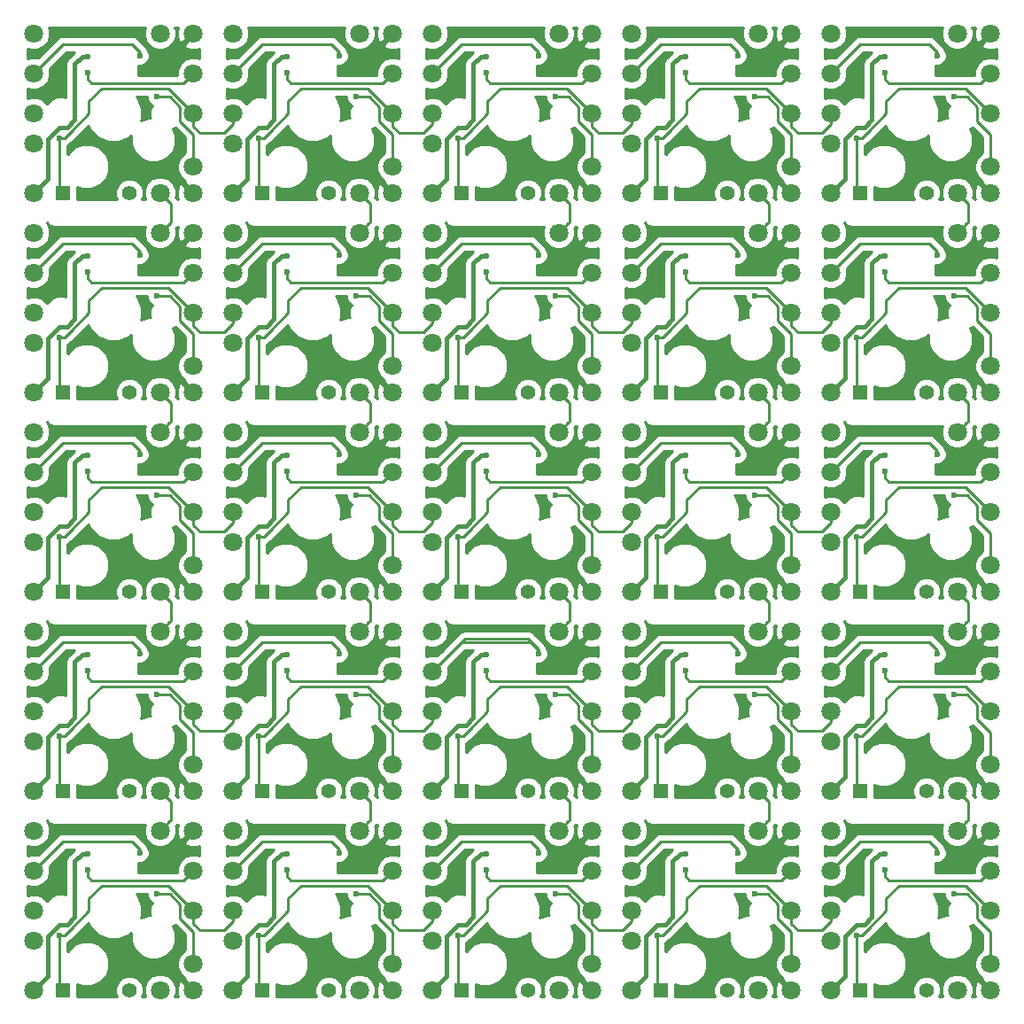
<source format=gtl>
G04 #@! TF.GenerationSoftware,KiCad,Pcbnew,5.0.2-bee76a0~70~ubuntu18.04.1*
G04 #@! TF.CreationDate,2020-03-10T00:59:25+09:00*
G04 #@! TF.ProjectId,container,636f6e74-6169-46e6-9572-2e6b69636164,rev?*
G04 #@! TF.SameCoordinates,Original*
G04 #@! TF.FileFunction,Copper,L1,Top*
G04 #@! TF.FilePolarity,Positive*
%FSLAX46Y46*%
G04 Gerber Fmt 4.6, Leading zero omitted, Abs format (unit mm)*
G04 Created by KiCad (PCBNEW 5.0.2-bee76a0~70~ubuntu18.04.1) date 2020年03月10日 00時59分25秒*
%MOMM*%
%LPD*%
G01*
G04 APERTURE LIST*
G04 #@! TA.AperFunction,ComponentPad*
%ADD10C,1.400000*%
G04 #@! TD*
G04 #@! TA.AperFunction,ComponentPad*
%ADD11R,1.400000X1.400000*%
G04 #@! TD*
G04 #@! TA.AperFunction,ComponentPad*
%ADD12C,1.800000*%
G04 #@! TD*
G04 #@! TA.AperFunction,ViaPad*
%ADD13C,0.600000*%
G04 #@! TD*
G04 #@! TA.AperFunction,Conductor*
%ADD14C,0.250000*%
G04 #@! TD*
G04 #@! TA.AperFunction,Conductor*
%ADD15C,0.400000*%
G04 #@! TD*
G04 #@! TA.AperFunction,Conductor*
%ADD16C,0.254000*%
G04 #@! TD*
G04 APERTURE END LIST*
D10*
G04 #@! TO.P,D,2*
G04 #@! TO.N,Net-(D15-Pad2)*
X152146000Y-81407000D03*
D11*
G04 #@! TO.P,D,1*
G04 #@! TO.N,/ROW2*
X145796000Y-81407000D03*
G04 #@! TD*
G04 #@! TO.P,D,1*
G04 #@! TO.N,/ROW1*
X88646000Y-62357000D03*
D10*
G04 #@! TO.P,D,2*
G04 #@! TO.N,Net-(D7-Pad2)*
X94996000Y-62357000D03*
G04 #@! TD*
D11*
G04 #@! TO.P,D,1*
G04 #@! TO.N,/ROW1*
X107696000Y-62357000D03*
D10*
G04 #@! TO.P,D,2*
G04 #@! TO.N,Net-(D8-Pad2)*
X114046000Y-62357000D03*
G04 #@! TD*
D11*
G04 #@! TO.P,D,1*
G04 #@! TO.N,/ROW1*
X145796000Y-62357000D03*
D10*
G04 #@! TO.P,D,2*
G04 #@! TO.N,Net-(D10-Pad2)*
X152146000Y-62357000D03*
G04 #@! TD*
D12*
G04 #@! TO.P,REF\002A\002A,1*
G04 #@! TO.N,GND*
X158242000Y-119507000D03*
G04 #@! TD*
G04 #@! TO.P,REF\002A\002A,1*
G04 #@! TO.N,GND*
X139192000Y-119507000D03*
G04 #@! TD*
G04 #@! TO.P,REF\002A\002A,1*
G04 #@! TO.N,GND*
X120142000Y-119507000D03*
G04 #@! TD*
G04 #@! TO.P,REF\002A\002A,1*
G04 #@! TO.N,GND*
X101092000Y-119507000D03*
G04 #@! TD*
G04 #@! TO.P,REF\002A\002A,1*
G04 #@! TO.N,GND*
X82042000Y-119507000D03*
G04 #@! TD*
G04 #@! TO.P,REF\002A\002A,1*
G04 #@! TO.N,GND*
X158242000Y-100457000D03*
G04 #@! TD*
G04 #@! TO.P,REF\002A\002A,1*
G04 #@! TO.N,GND*
X139192000Y-100457000D03*
G04 #@! TD*
G04 #@! TO.P,REF\002A\002A,1*
G04 #@! TO.N,GND*
X120142000Y-100457000D03*
G04 #@! TD*
G04 #@! TO.P,REF\002A\002A,1*
G04 #@! TO.N,GND*
X101092000Y-100457000D03*
G04 #@! TD*
G04 #@! TO.P,REF\002A\002A,1*
G04 #@! TO.N,GND*
X82042000Y-100457000D03*
G04 #@! TD*
G04 #@! TO.P,REF\002A\002A,1*
G04 #@! TO.N,GND*
X158242000Y-81407000D03*
G04 #@! TD*
G04 #@! TO.P,REF\002A\002A,1*
G04 #@! TO.N,GND*
X139192000Y-81407000D03*
G04 #@! TD*
G04 #@! TO.P,REF\002A\002A,1*
G04 #@! TO.N,GND*
X120142000Y-81407000D03*
G04 #@! TD*
G04 #@! TO.P,REF\002A\002A,1*
G04 #@! TO.N,GND*
X101092000Y-81407000D03*
G04 #@! TD*
G04 #@! TO.P,REF\002A\002A,1*
G04 #@! TO.N,GND*
X82042000Y-81407000D03*
G04 #@! TD*
G04 #@! TO.P,REF\002A\002A,1*
G04 #@! TO.N,GND*
X158242000Y-62357000D03*
G04 #@! TD*
G04 #@! TO.P,REF\002A\002A,1*
G04 #@! TO.N,GND*
X139192000Y-62357000D03*
G04 #@! TD*
G04 #@! TO.P,REF\002A\002A,1*
G04 #@! TO.N,GND*
X120142000Y-62357000D03*
G04 #@! TD*
G04 #@! TO.P,REF\002A\002A,1*
G04 #@! TO.N,GND*
X101092000Y-62357000D03*
G04 #@! TD*
G04 #@! TO.P,REF\002A\002A,1*
G04 #@! TO.N,GND*
X82042000Y-62357000D03*
G04 #@! TD*
G04 #@! TO.P,REF\002A\002A,1*
G04 #@! TO.N,GND*
X158242000Y-43307000D03*
G04 #@! TD*
G04 #@! TO.P,REF\002A\002A,1*
G04 #@! TO.N,GND*
X139192000Y-43307000D03*
G04 #@! TD*
G04 #@! TO.P,REF\002A\002A,1*
G04 #@! TO.N,GND*
X120142000Y-43307000D03*
G04 #@! TD*
G04 #@! TO.P,REF\002A\002A,1*
G04 #@! TO.N,GND*
X101092000Y-43307000D03*
G04 #@! TD*
G04 #@! TO.P,REF\002A\002A,1*
G04 #@! TO.N,Net-(L1-Pad3)*
X158232000Y-116997000D03*
G04 #@! TD*
G04 #@! TO.P,REF\002A\002A,1*
G04 #@! TO.N,Net-(L1-Pad3)*
X139182000Y-116997000D03*
G04 #@! TD*
G04 #@! TO.P,REF\002A\002A,1*
G04 #@! TO.N,Net-(L1-Pad3)*
X120132000Y-116997000D03*
G04 #@! TD*
G04 #@! TO.P,REF\002A\002A,1*
G04 #@! TO.N,Net-(L1-Pad3)*
X101082000Y-116997000D03*
G04 #@! TD*
G04 #@! TO.P,REF\002A\002A,1*
G04 #@! TO.N,Net-(L1-Pad3)*
X82032000Y-116997000D03*
G04 #@! TD*
G04 #@! TO.P,REF\002A\002A,1*
G04 #@! TO.N,Net-(L1-Pad3)*
X158232000Y-97947000D03*
G04 #@! TD*
G04 #@! TO.P,REF\002A\002A,1*
G04 #@! TO.N,Net-(L1-Pad3)*
X139182000Y-97947000D03*
G04 #@! TD*
G04 #@! TO.P,REF\002A\002A,1*
G04 #@! TO.N,Net-(L1-Pad3)*
X120132000Y-97947000D03*
G04 #@! TD*
G04 #@! TO.P,REF\002A\002A,1*
G04 #@! TO.N,Net-(L1-Pad3)*
X101082000Y-97947000D03*
G04 #@! TD*
G04 #@! TO.P,REF\002A\002A,1*
G04 #@! TO.N,Net-(L1-Pad3)*
X82032000Y-97947000D03*
G04 #@! TD*
G04 #@! TO.P,REF\002A\002A,1*
G04 #@! TO.N,Net-(L1-Pad3)*
X158232000Y-78897000D03*
G04 #@! TD*
G04 #@! TO.P,REF\002A\002A,1*
G04 #@! TO.N,Net-(L1-Pad3)*
X139182000Y-78897000D03*
G04 #@! TD*
G04 #@! TO.P,REF\002A\002A,1*
G04 #@! TO.N,Net-(L1-Pad3)*
X120132000Y-78897000D03*
G04 #@! TD*
G04 #@! TO.P,REF\002A\002A,1*
G04 #@! TO.N,Net-(L1-Pad3)*
X101082000Y-78897000D03*
G04 #@! TD*
G04 #@! TO.P,REF\002A\002A,1*
G04 #@! TO.N,Net-(L1-Pad3)*
X82032000Y-78897000D03*
G04 #@! TD*
G04 #@! TO.P,REF\002A\002A,1*
G04 #@! TO.N,Net-(L1-Pad3)*
X158232000Y-59847000D03*
G04 #@! TD*
G04 #@! TO.P,REF\002A\002A,1*
G04 #@! TO.N,Net-(L1-Pad3)*
X139182000Y-59847000D03*
G04 #@! TD*
G04 #@! TO.P,REF\002A\002A,1*
G04 #@! TO.N,Net-(L1-Pad3)*
X120132000Y-59847000D03*
G04 #@! TD*
G04 #@! TO.P,REF\002A\002A,1*
G04 #@! TO.N,Net-(L1-Pad3)*
X101082000Y-59847000D03*
G04 #@! TD*
G04 #@! TO.P,REF\002A\002A,1*
G04 #@! TO.N,Net-(L1-Pad3)*
X82032000Y-59847000D03*
G04 #@! TD*
G04 #@! TO.P,REF\002A\002A,1*
G04 #@! TO.N,Net-(L1-Pad3)*
X158232000Y-40797000D03*
G04 #@! TD*
G04 #@! TO.P,REF\002A\002A,1*
G04 #@! TO.N,Net-(L1-Pad3)*
X139182000Y-40797000D03*
G04 #@! TD*
G04 #@! TO.P,REF\002A\002A,1*
G04 #@! TO.N,Net-(L1-Pad3)*
X120132000Y-40797000D03*
G04 #@! TD*
G04 #@! TO.P,REF\002A\002A,1*
G04 #@! TO.N,Net-(L1-Pad3)*
X101082000Y-40797000D03*
G04 #@! TD*
G04 #@! TO.P,REF\002A\002A,1*
G04 #@! TO.N,Net-(L1-Pad3)*
X158232000Y-116997000D03*
G04 #@! TD*
G04 #@! TO.P,REF\002A\002A,1*
G04 #@! TO.N,Net-(L1-Pad3)*
X139182000Y-116997000D03*
G04 #@! TD*
G04 #@! TO.P,REF\002A\002A,1*
G04 #@! TO.N,Net-(L1-Pad3)*
X120132000Y-116997000D03*
G04 #@! TD*
G04 #@! TO.P,REF\002A\002A,1*
G04 #@! TO.N,Net-(L1-Pad3)*
X101082000Y-116997000D03*
G04 #@! TD*
G04 #@! TO.P,REF\002A\002A,1*
G04 #@! TO.N,Net-(L1-Pad3)*
X82032000Y-116997000D03*
G04 #@! TD*
G04 #@! TO.P,REF\002A\002A,1*
G04 #@! TO.N,Net-(L1-Pad3)*
X158232000Y-97947000D03*
G04 #@! TD*
G04 #@! TO.P,REF\002A\002A,1*
G04 #@! TO.N,Net-(L1-Pad3)*
X139182000Y-97947000D03*
G04 #@! TD*
G04 #@! TO.P,REF\002A\002A,1*
G04 #@! TO.N,Net-(L1-Pad3)*
X120132000Y-97947000D03*
G04 #@! TD*
G04 #@! TO.P,REF\002A\002A,1*
G04 #@! TO.N,Net-(L1-Pad3)*
X101082000Y-97947000D03*
G04 #@! TD*
G04 #@! TO.P,REF\002A\002A,1*
G04 #@! TO.N,Net-(L1-Pad3)*
X82032000Y-97947000D03*
G04 #@! TD*
G04 #@! TO.P,REF\002A\002A,1*
G04 #@! TO.N,Net-(L1-Pad3)*
X158232000Y-78897000D03*
G04 #@! TD*
G04 #@! TO.P,REF\002A\002A,1*
G04 #@! TO.N,Net-(L1-Pad3)*
X139182000Y-78897000D03*
G04 #@! TD*
G04 #@! TO.P,REF\002A\002A,1*
G04 #@! TO.N,Net-(L1-Pad3)*
X120132000Y-78897000D03*
G04 #@! TD*
G04 #@! TO.P,REF\002A\002A,1*
G04 #@! TO.N,Net-(L1-Pad3)*
X101082000Y-78897000D03*
G04 #@! TD*
G04 #@! TO.P,REF\002A\002A,1*
G04 #@! TO.N,Net-(L1-Pad3)*
X82032000Y-78897000D03*
G04 #@! TD*
G04 #@! TO.P,REF\002A\002A,1*
G04 #@! TO.N,Net-(L1-Pad3)*
X158232000Y-59847000D03*
G04 #@! TD*
G04 #@! TO.P,REF\002A\002A,1*
G04 #@! TO.N,Net-(L1-Pad3)*
X139182000Y-59847000D03*
G04 #@! TD*
G04 #@! TO.P,REF\002A\002A,1*
G04 #@! TO.N,Net-(L1-Pad3)*
X120132000Y-59847000D03*
G04 #@! TD*
G04 #@! TO.P,REF\002A\002A,1*
G04 #@! TO.N,Net-(L1-Pad3)*
X101082000Y-59847000D03*
G04 #@! TD*
G04 #@! TO.P,REF\002A\002A,1*
G04 #@! TO.N,Net-(L1-Pad3)*
X82032000Y-59847000D03*
G04 #@! TD*
G04 #@! TO.P,REF\002A\002A,1*
G04 #@! TO.N,Net-(L1-Pad3)*
X158232000Y-40797000D03*
G04 #@! TD*
G04 #@! TO.P,REF\002A\002A,1*
G04 #@! TO.N,Net-(L1-Pad3)*
X139182000Y-40797000D03*
G04 #@! TD*
G04 #@! TO.P,REF\002A\002A,1*
G04 #@! TO.N,Net-(L1-Pad3)*
X120132000Y-40797000D03*
G04 #@! TD*
G04 #@! TO.P,REF\002A\002A,1*
G04 #@! TO.N,Net-(L1-Pad3)*
X101082000Y-40797000D03*
G04 #@! TD*
G04 #@! TO.P,REF\002A\002A,1*
G04 #@! TO.N,Net-(L1-Pad1)*
X143002000Y-114747000D03*
G04 #@! TD*
G04 #@! TO.P,REF\002A\002A,1*
G04 #@! TO.N,Net-(L1-Pad1)*
X123952000Y-114747000D03*
G04 #@! TD*
G04 #@! TO.P,REF\002A\002A,1*
G04 #@! TO.N,Net-(L1-Pad1)*
X104902000Y-114747000D03*
G04 #@! TD*
G04 #@! TO.P,REF\002A\002A,1*
G04 #@! TO.N,Net-(L1-Pad1)*
X85852000Y-114747000D03*
G04 #@! TD*
G04 #@! TO.P,REF\002A\002A,1*
G04 #@! TO.N,Net-(L1-Pad1)*
X66802000Y-114747000D03*
G04 #@! TD*
G04 #@! TO.P,REF\002A\002A,1*
G04 #@! TO.N,Net-(L1-Pad1)*
X143002000Y-95697000D03*
G04 #@! TD*
G04 #@! TO.P,REF\002A\002A,1*
G04 #@! TO.N,Net-(L1-Pad1)*
X123952000Y-95697000D03*
G04 #@! TD*
G04 #@! TO.P,REF\002A\002A,1*
G04 #@! TO.N,Net-(L1-Pad1)*
X104902000Y-95697000D03*
G04 #@! TD*
G04 #@! TO.P,REF\002A\002A,1*
G04 #@! TO.N,Net-(L1-Pad1)*
X85852000Y-95697000D03*
G04 #@! TD*
G04 #@! TO.P,REF\002A\002A,1*
G04 #@! TO.N,Net-(L1-Pad1)*
X66802000Y-95697000D03*
G04 #@! TD*
G04 #@! TO.P,REF\002A\002A,1*
G04 #@! TO.N,Net-(L1-Pad1)*
X143002000Y-76647000D03*
G04 #@! TD*
G04 #@! TO.P,REF\002A\002A,1*
G04 #@! TO.N,Net-(L1-Pad1)*
X123952000Y-76647000D03*
G04 #@! TD*
G04 #@! TO.P,REF\002A\002A,1*
G04 #@! TO.N,Net-(L1-Pad1)*
X104902000Y-76647000D03*
G04 #@! TD*
G04 #@! TO.P,REF\002A\002A,1*
G04 #@! TO.N,Net-(L1-Pad1)*
X85852000Y-76647000D03*
G04 #@! TD*
G04 #@! TO.P,REF\002A\002A,1*
G04 #@! TO.N,Net-(L1-Pad1)*
X66802000Y-76647000D03*
G04 #@! TD*
G04 #@! TO.P,REF\002A\002A,1*
G04 #@! TO.N,Net-(L1-Pad1)*
X143002000Y-57597000D03*
G04 #@! TD*
G04 #@! TO.P,REF\002A\002A,1*
G04 #@! TO.N,Net-(L1-Pad1)*
X123952000Y-57597000D03*
G04 #@! TD*
G04 #@! TO.P,REF\002A\002A,1*
G04 #@! TO.N,Net-(L1-Pad1)*
X104902000Y-57597000D03*
G04 #@! TD*
G04 #@! TO.P,REF\002A\002A,1*
G04 #@! TO.N,Net-(L1-Pad1)*
X85852000Y-57597000D03*
G04 #@! TD*
G04 #@! TO.P,REF\002A\002A,1*
G04 #@! TO.N,Net-(L1-Pad1)*
X66802000Y-57597000D03*
G04 #@! TD*
G04 #@! TO.P,REF\002A\002A,1*
G04 #@! TO.N,Net-(L1-Pad1)*
X143002000Y-38547000D03*
G04 #@! TD*
G04 #@! TO.P,REF\002A\002A,1*
G04 #@! TO.N,Net-(L1-Pad1)*
X123952000Y-38547000D03*
G04 #@! TD*
G04 #@! TO.P,REF\002A\002A,1*
G04 #@! TO.N,Net-(L1-Pad1)*
X104902000Y-38547000D03*
G04 #@! TD*
G04 #@! TO.P,REF\002A\002A,1*
G04 #@! TO.N,Net-(L1-Pad1)*
X85852000Y-38547000D03*
G04 #@! TD*
D11*
G04 #@! TO.P,D,1*
G04 #@! TO.N,/ROW0*
X69596000Y-43307000D03*
D10*
G04 #@! TO.P,D,2*
G04 #@! TO.N,Net-(D1-Pad2)*
X75946000Y-43307000D03*
G04 #@! TD*
D11*
G04 #@! TO.P,D,1*
G04 #@! TO.N,/ROW0*
X107696000Y-43307000D03*
D10*
G04 #@! TO.P,D,2*
G04 #@! TO.N,Net-(D3-Pad2)*
X114046000Y-43307000D03*
G04 #@! TD*
D11*
G04 #@! TO.P,D,1*
G04 #@! TO.N,/ROW1*
X69596000Y-62357000D03*
D10*
G04 #@! TO.P,D,2*
G04 #@! TO.N,Net-(D6-Pad2)*
X75946000Y-62357000D03*
G04 #@! TD*
D11*
G04 #@! TO.P,D,1*
G04 #@! TO.N,/ROW0*
X88646000Y-43307000D03*
D10*
G04 #@! TO.P,D,2*
G04 #@! TO.N,Net-(D2-Pad2)*
X94996000Y-43307000D03*
G04 #@! TD*
D11*
G04 #@! TO.P,D,1*
G04 #@! TO.N,/ROW0*
X126746000Y-43307000D03*
D10*
G04 #@! TO.P,D,2*
G04 #@! TO.N,Net-(D4-Pad2)*
X133096000Y-43307000D03*
G04 #@! TD*
D11*
G04 #@! TO.P,D,1*
G04 #@! TO.N,/ROW0*
X145796000Y-43307000D03*
D10*
G04 #@! TO.P,D,2*
G04 #@! TO.N,Net-(D5-Pad2)*
X152146000Y-43307000D03*
G04 #@! TD*
D11*
G04 #@! TO.P,D,1*
G04 #@! TO.N,/ROW1*
X126746000Y-62357000D03*
D10*
G04 #@! TO.P,D,2*
G04 #@! TO.N,Net-(D9-Pad2)*
X133096000Y-62357000D03*
G04 #@! TD*
D11*
G04 #@! TO.P,D,1*
G04 #@! TO.N,/ROW2*
X69596000Y-81407000D03*
D10*
G04 #@! TO.P,D,2*
G04 #@! TO.N,Net-(D11-Pad2)*
X75946000Y-81407000D03*
G04 #@! TD*
D11*
G04 #@! TO.P,D,1*
G04 #@! TO.N,/ROW2*
X88646000Y-81407000D03*
D10*
G04 #@! TO.P,D,2*
G04 #@! TO.N,Net-(D12-Pad2)*
X94996000Y-81407000D03*
G04 #@! TD*
D11*
G04 #@! TO.P,D,1*
G04 #@! TO.N,/ROW2*
X107696000Y-81407000D03*
D10*
G04 #@! TO.P,D,2*
G04 #@! TO.N,Net-(D13-Pad2)*
X114046000Y-81407000D03*
G04 #@! TD*
D11*
G04 #@! TO.P,D,1*
G04 #@! TO.N,/ROW2*
X126746000Y-81407000D03*
D10*
G04 #@! TO.P,D,2*
G04 #@! TO.N,Net-(D14-Pad2)*
X133096000Y-81407000D03*
G04 #@! TD*
D11*
G04 #@! TO.P,D,1*
G04 #@! TO.N,/ROW3*
X69596000Y-100457000D03*
D10*
G04 #@! TO.P,D,2*
G04 #@! TO.N,Net-(D16-Pad2)*
X75946000Y-100457000D03*
G04 #@! TD*
D11*
G04 #@! TO.P,D,1*
G04 #@! TO.N,/ROW3*
X88646000Y-100457000D03*
D10*
G04 #@! TO.P,D,2*
G04 #@! TO.N,Net-(D17-Pad2)*
X94996000Y-100457000D03*
G04 #@! TD*
D11*
G04 #@! TO.P,D,1*
G04 #@! TO.N,/ROW3*
X107696000Y-100457000D03*
D10*
G04 #@! TO.P,D,2*
G04 #@! TO.N,Net-(D18-Pad2)*
X114046000Y-100457000D03*
G04 #@! TD*
D11*
G04 #@! TO.P,D,1*
G04 #@! TO.N,/ROW3*
X126746000Y-100457000D03*
D10*
G04 #@! TO.P,D,2*
G04 #@! TO.N,Net-(D19-Pad2)*
X133096000Y-100457000D03*
G04 #@! TD*
D11*
G04 #@! TO.P,D,1*
G04 #@! TO.N,/ROW3*
X145796000Y-100457000D03*
D10*
G04 #@! TO.P,D,2*
G04 #@! TO.N,Net-(D20-Pad2)*
X152146000Y-100457000D03*
G04 #@! TD*
D11*
G04 #@! TO.P,D,1*
G04 #@! TO.N,/ROW4*
X69596000Y-119507000D03*
D10*
G04 #@! TO.P,D,2*
G04 #@! TO.N,Net-(D21-Pad2)*
X75946000Y-119507000D03*
G04 #@! TD*
D11*
G04 #@! TO.P,D,1*
G04 #@! TO.N,/ROW4*
X88646000Y-119507000D03*
D10*
G04 #@! TO.P,D,2*
G04 #@! TO.N,Net-(D22-Pad2)*
X94996000Y-119507000D03*
G04 #@! TD*
D11*
G04 #@! TO.P,D,1*
G04 #@! TO.N,/ROW4*
X107696000Y-119507000D03*
D10*
G04 #@! TO.P,D,2*
G04 #@! TO.N,Net-(D23-Pad2)*
X114046000Y-119507000D03*
G04 #@! TD*
D11*
G04 #@! TO.P,D,1*
G04 #@! TO.N,/ROW4*
X126746000Y-119507000D03*
D10*
G04 #@! TO.P,D,2*
G04 #@! TO.N,Net-(D24-Pad2)*
X133096000Y-119507000D03*
G04 #@! TD*
D11*
G04 #@! TO.P,D,1*
G04 #@! TO.N,/ROW4*
X145796000Y-119507000D03*
D10*
G04 #@! TO.P,D,2*
G04 #@! TO.N,Net-(D25-Pad2)*
X152146000Y-119507000D03*
G04 #@! TD*
D12*
G04 #@! TO.P,REF\002A\002A,1*
G04 #@! TO.N,/ROW4*
X158242000Y-111887000D03*
G04 #@! TD*
G04 #@! TO.P,REF\002A\002A,1*
G04 #@! TO.N,/ROW4*
X139192000Y-111887000D03*
G04 #@! TD*
G04 #@! TO.P,REF\002A\002A,1*
G04 #@! TO.N,/ROW4*
X120142000Y-111887000D03*
G04 #@! TD*
G04 #@! TO.P,REF\002A\002A,1*
G04 #@! TO.N,/ROW4*
X101092000Y-111887000D03*
G04 #@! TD*
G04 #@! TO.P,REF\002A\002A,1*
G04 #@! TO.N,/ROW4*
X143002000Y-111887000D03*
G04 #@! TD*
G04 #@! TO.P,REF\002A\002A,1*
G04 #@! TO.N,/ROW4*
X123952000Y-111887000D03*
G04 #@! TD*
G04 #@! TO.P,REF\002A\002A,1*
G04 #@! TO.N,/ROW4*
X104902000Y-111887000D03*
G04 #@! TD*
G04 #@! TO.P,REF\002A\002A,1*
G04 #@! TO.N,/ROW4*
X85852000Y-111887000D03*
G04 #@! TD*
G04 #@! TO.P,REF\002A\002A,1*
G04 #@! TO.N,/ROW3*
X158242000Y-92837000D03*
G04 #@! TD*
G04 #@! TO.P,REF\002A\002A,1*
G04 #@! TO.N,/ROW3*
X139192000Y-92837000D03*
G04 #@! TD*
G04 #@! TO.P,REF\002A\002A,1*
G04 #@! TO.N,/ROW3*
X120142000Y-92837000D03*
G04 #@! TD*
G04 #@! TO.P,REF\002A\002A,1*
G04 #@! TO.N,/ROW3*
X101092000Y-92837000D03*
G04 #@! TD*
G04 #@! TO.P,REF\002A\002A,1*
G04 #@! TO.N,/ROW3*
X143002000Y-92837000D03*
G04 #@! TD*
G04 #@! TO.P,REF\002A\002A,1*
G04 #@! TO.N,/ROW3*
X123952000Y-92837000D03*
G04 #@! TD*
G04 #@! TO.P,REF\002A\002A,1*
G04 #@! TO.N,/ROW3*
X104902000Y-92837000D03*
G04 #@! TD*
G04 #@! TO.P,REF\002A\002A,1*
G04 #@! TO.N,/ROW3*
X85852000Y-92837000D03*
G04 #@! TD*
G04 #@! TO.P,REF\002A\002A,1*
G04 #@! TO.N,/ROW2*
X143002000Y-73787000D03*
G04 #@! TD*
G04 #@! TO.P,REF\002A\002A,1*
G04 #@! TO.N,/ROW2*
X123952000Y-73787000D03*
G04 #@! TD*
G04 #@! TO.P,REF\002A\002A,1*
G04 #@! TO.N,/ROW2*
X104902000Y-73787000D03*
G04 #@! TD*
G04 #@! TO.P,REF\002A\002A,1*
G04 #@! TO.N,/ROW2*
X85852000Y-73787000D03*
G04 #@! TD*
G04 #@! TO.P,REF\002A\002A,1*
G04 #@! TO.N,/ROW2*
X158242000Y-73787000D03*
G04 #@! TD*
G04 #@! TO.P,REF\002A\002A,1*
G04 #@! TO.N,/ROW2*
X139192000Y-73787000D03*
G04 #@! TD*
G04 #@! TO.P,REF\002A\002A,1*
G04 #@! TO.N,/ROW2*
X120142000Y-73787000D03*
G04 #@! TD*
G04 #@! TO.P,REF\002A\002A,1*
G04 #@! TO.N,/ROW2*
X101092000Y-73787000D03*
G04 #@! TD*
G04 #@! TO.P,REF\002A\002A,1*
G04 #@! TO.N,Net-(L1-Pad3)*
X143002000Y-108077000D03*
G04 #@! TD*
G04 #@! TO.P,REF\002A\002A,1*
G04 #@! TO.N,Net-(L1-Pad3)*
X123952000Y-108077000D03*
G04 #@! TD*
G04 #@! TO.P,REF\002A\002A,1*
G04 #@! TO.N,Net-(L1-Pad3)*
X104902000Y-108077000D03*
G04 #@! TD*
G04 #@! TO.P,REF\002A\002A,1*
G04 #@! TO.N,Net-(L1-Pad3)*
X85852000Y-108077000D03*
G04 #@! TD*
G04 #@! TO.P,REF\002A\002A,1*
G04 #@! TO.N,Net-(L1-Pad3)*
X66802000Y-108077000D03*
G04 #@! TD*
G04 #@! TO.P,REF\002A\002A,1*
G04 #@! TO.N,Net-(L1-Pad3)*
X143002000Y-89027000D03*
G04 #@! TD*
G04 #@! TO.P,REF\002A\002A,1*
G04 #@! TO.N,Net-(L1-Pad3)*
X123952000Y-89027000D03*
G04 #@! TD*
G04 #@! TO.P,REF\002A\002A,1*
G04 #@! TO.N,Net-(L1-Pad3)*
X104902000Y-89027000D03*
G04 #@! TD*
G04 #@! TO.P,REF\002A\002A,1*
G04 #@! TO.N,Net-(L1-Pad3)*
X85852000Y-89027000D03*
G04 #@! TD*
G04 #@! TO.P,REF\002A\002A,1*
G04 #@! TO.N,Net-(L1-Pad3)*
X66802000Y-89027000D03*
G04 #@! TD*
G04 #@! TO.P,REF\002A\002A,1*
G04 #@! TO.N,Net-(L1-Pad3)*
X143002000Y-69977000D03*
G04 #@! TD*
G04 #@! TO.P,REF\002A\002A,1*
G04 #@! TO.N,Net-(L1-Pad3)*
X123952000Y-69977000D03*
G04 #@! TD*
G04 #@! TO.P,REF\002A\002A,1*
G04 #@! TO.N,Net-(L1-Pad3)*
X104902000Y-69977000D03*
G04 #@! TD*
G04 #@! TO.P,REF\002A\002A,1*
G04 #@! TO.N,Net-(L1-Pad3)*
X85852000Y-69977000D03*
G04 #@! TD*
G04 #@! TO.P,REF\002A\002A,1*
G04 #@! TO.N,Net-(L1-Pad3)*
X66802000Y-69977000D03*
G04 #@! TD*
G04 #@! TO.P,REF\002A\002A,1*
G04 #@! TO.N,Net-(L1-Pad3)*
X143002000Y-50927000D03*
G04 #@! TD*
G04 #@! TO.P,REF\002A\002A,1*
G04 #@! TO.N,Net-(L1-Pad3)*
X123952000Y-50927000D03*
G04 #@! TD*
G04 #@! TO.P,REF\002A\002A,1*
G04 #@! TO.N,Net-(L1-Pad3)*
X104902000Y-50927000D03*
G04 #@! TD*
G04 #@! TO.P,REF\002A\002A,1*
G04 #@! TO.N,Net-(L1-Pad3)*
X85852000Y-50927000D03*
G04 #@! TD*
G04 #@! TO.P,REF\002A\002A,1*
G04 #@! TO.N,Net-(L1-Pad3)*
X66802000Y-50927000D03*
G04 #@! TD*
G04 #@! TO.P,REF\002A\002A,1*
G04 #@! TO.N,Net-(L1-Pad3)*
X143002000Y-31877000D03*
G04 #@! TD*
G04 #@! TO.P,REF\002A\002A,1*
G04 #@! TO.N,Net-(L1-Pad3)*
X123952000Y-31877000D03*
G04 #@! TD*
G04 #@! TO.P,REF\002A\002A,1*
G04 #@! TO.N,Net-(L1-Pad3)*
X104902000Y-31877000D03*
G04 #@! TD*
G04 #@! TO.P,REF\002A\002A,1*
G04 #@! TO.N,Net-(L1-Pad3)*
X85852000Y-31877000D03*
G04 #@! TD*
G04 #@! TO.P,REF\002A\002A,1*
G04 #@! TO.N,Net-(L1-Pad1)*
X158242000Y-108077000D03*
G04 #@! TD*
G04 #@! TO.P,REF\002A\002A,1*
G04 #@! TO.N,Net-(L1-Pad1)*
X139192000Y-108077000D03*
G04 #@! TD*
G04 #@! TO.P,REF\002A\002A,1*
G04 #@! TO.N,Net-(L1-Pad1)*
X120142000Y-108077000D03*
G04 #@! TD*
G04 #@! TO.P,REF\002A\002A,1*
G04 #@! TO.N,Net-(L1-Pad1)*
X101092000Y-108077000D03*
G04 #@! TD*
G04 #@! TO.P,REF\002A\002A,1*
G04 #@! TO.N,Net-(L1-Pad1)*
X82042000Y-108077000D03*
G04 #@! TD*
G04 #@! TO.P,REF\002A\002A,1*
G04 #@! TO.N,Net-(L1-Pad1)*
X158242000Y-89027000D03*
G04 #@! TD*
G04 #@! TO.P,REF\002A\002A,1*
G04 #@! TO.N,Net-(L1-Pad1)*
X139192000Y-89027000D03*
G04 #@! TD*
G04 #@! TO.P,REF\002A\002A,1*
G04 #@! TO.N,Net-(L1-Pad1)*
X120142000Y-89027000D03*
G04 #@! TD*
G04 #@! TO.P,REF\002A\002A,1*
G04 #@! TO.N,Net-(L1-Pad1)*
X101092000Y-89027000D03*
G04 #@! TD*
G04 #@! TO.P,REF\002A\002A,1*
G04 #@! TO.N,Net-(L1-Pad1)*
X82042000Y-89027000D03*
G04 #@! TD*
G04 #@! TO.P,REF\002A\002A,1*
G04 #@! TO.N,Net-(L1-Pad1)*
X158242000Y-69977000D03*
G04 #@! TD*
G04 #@! TO.P,REF\002A\002A,1*
G04 #@! TO.N,Net-(L1-Pad1)*
X139192000Y-69977000D03*
G04 #@! TD*
G04 #@! TO.P,REF\002A\002A,1*
G04 #@! TO.N,Net-(L1-Pad1)*
X120142000Y-69977000D03*
G04 #@! TD*
G04 #@! TO.P,REF\002A\002A,1*
G04 #@! TO.N,Net-(L1-Pad1)*
X101092000Y-69977000D03*
G04 #@! TD*
G04 #@! TO.P,REF\002A\002A,1*
G04 #@! TO.N,Net-(L1-Pad1)*
X82042000Y-69977000D03*
G04 #@! TD*
G04 #@! TO.P,REF\002A\002A,1*
G04 #@! TO.N,Net-(L1-Pad1)*
X158242000Y-50927000D03*
G04 #@! TD*
G04 #@! TO.P,REF\002A\002A,1*
G04 #@! TO.N,Net-(L1-Pad1)*
X139192000Y-50927000D03*
G04 #@! TD*
G04 #@! TO.P,REF\002A\002A,1*
G04 #@! TO.N,Net-(L1-Pad1)*
X120142000Y-50927000D03*
G04 #@! TD*
G04 #@! TO.P,REF\002A\002A,1*
G04 #@! TO.N,Net-(L1-Pad1)*
X101092000Y-50927000D03*
G04 #@! TD*
G04 #@! TO.P,REF\002A\002A,1*
G04 #@! TO.N,Net-(L1-Pad1)*
X82042000Y-50927000D03*
G04 #@! TD*
G04 #@! TO.P,REF\002A\002A,1*
G04 #@! TO.N,Net-(L1-Pad1)*
X158242000Y-31877000D03*
G04 #@! TD*
G04 #@! TO.P,REF\002A\002A,1*
G04 #@! TO.N,Net-(L1-Pad1)*
X139192000Y-31877000D03*
G04 #@! TD*
G04 #@! TO.P,REF\002A\002A,1*
G04 #@! TO.N,Net-(L1-Pad1)*
X120142000Y-31877000D03*
G04 #@! TD*
G04 #@! TO.P,REF\002A\002A,1*
G04 #@! TO.N,Net-(L1-Pad1)*
X101092000Y-31877000D03*
G04 #@! TD*
G04 #@! TO.P,REF\002A\002A,1*
G04 #@! TO.N,/COL4*
X155067000Y-100457000D03*
G04 #@! TD*
G04 #@! TO.P,REF\002A\002A,1*
G04 #@! TO.N,VCC*
X143002000Y-119507000D03*
G04 #@! TD*
G04 #@! TO.P,REF\002A\002A,1*
G04 #@! TO.N,VCC*
X143002000Y-104267000D03*
G04 #@! TD*
G04 #@! TO.P,REF\002A\002A,1*
G04 #@! TO.N,GND*
X158242000Y-104267000D03*
G04 #@! TD*
G04 #@! TO.P,REF\002A\002A,1*
G04 #@! TO.N,/COL4*
X155067000Y-104267000D03*
G04 #@! TD*
G04 #@! TO.P,REF\002A\002A,1*
G04 #@! TO.N,GND*
X158242000Y-119507000D03*
G04 #@! TD*
G04 #@! TO.P,REF\002A\002A,1*
G04 #@! TO.N,/COL4*
X155067000Y-119507000D03*
G04 #@! TD*
G04 #@! TO.P,REF\002A\002A,1*
G04 #@! TO.N,VCC*
X123952000Y-119507000D03*
G04 #@! TD*
G04 #@! TO.P,REF\002A\002A,1*
G04 #@! TO.N,GND*
X139192000Y-119507000D03*
G04 #@! TD*
G04 #@! TO.P,REF\002A\002A,1*
G04 #@! TO.N,/COL3*
X136017000Y-104267000D03*
G04 #@! TD*
G04 #@! TO.P,REF\002A\002A,1*
G04 #@! TO.N,GND*
X139192000Y-104267000D03*
G04 #@! TD*
G04 #@! TO.P,REF\002A\002A,1*
G04 #@! TO.N,/COL3*
X136017000Y-119507000D03*
G04 #@! TD*
G04 #@! TO.P,REF\002A\002A,1*
G04 #@! TO.N,VCC*
X123952000Y-104267000D03*
G04 #@! TD*
G04 #@! TO.P,REF\002A\002A,1*
G04 #@! TO.N,VCC*
X104902000Y-104267000D03*
G04 #@! TD*
G04 #@! TO.P,REF\002A\002A,1*
G04 #@! TO.N,VCC*
X104902000Y-119507000D03*
G04 #@! TD*
G04 #@! TO.P,REF\002A\002A,1*
G04 #@! TO.N,GND*
X120142000Y-104267000D03*
G04 #@! TD*
G04 #@! TO.P,REF\002A\002A,1*
G04 #@! TO.N,GND*
X120142000Y-119507000D03*
G04 #@! TD*
G04 #@! TO.P,REF\002A\002A,1*
G04 #@! TO.N,/COL2*
X116967000Y-119507000D03*
G04 #@! TD*
G04 #@! TO.P,REF\002A\002A,1*
G04 #@! TO.N,/COL2*
X116967000Y-104267000D03*
G04 #@! TD*
G04 #@! TO.P,REF\002A\002A,1*
G04 #@! TO.N,/COL1*
X97917000Y-119507000D03*
G04 #@! TD*
G04 #@! TO.P,REF\002A\002A,1*
G04 #@! TO.N,GND*
X101092000Y-119507000D03*
G04 #@! TD*
G04 #@! TO.P,REF\002A\002A,1*
G04 #@! TO.N,VCC*
X85852000Y-104267000D03*
G04 #@! TD*
G04 #@! TO.P,REF\002A\002A,1*
G04 #@! TO.N,VCC*
X85852000Y-119507000D03*
G04 #@! TD*
G04 #@! TO.P,REF\002A\002A,1*
G04 #@! TO.N,GND*
X101092000Y-104267000D03*
G04 #@! TD*
G04 #@! TO.P,REF\002A\002A,1*
G04 #@! TO.N,/COL1*
X97917000Y-104267000D03*
G04 #@! TD*
G04 #@! TO.P,REF\002A\002A,1*
G04 #@! TO.N,GND*
X82042000Y-119507000D03*
G04 #@! TD*
G04 #@! TO.P,REF\002A\002A,1*
G04 #@! TO.N,/COL0*
X78867000Y-119507000D03*
G04 #@! TD*
G04 #@! TO.P,REF\002A\002A,1*
G04 #@! TO.N,/COL0*
X78867000Y-104267000D03*
G04 #@! TD*
G04 #@! TO.P,REF\002A\002A,1*
G04 #@! TO.N,VCC*
X66802000Y-119507000D03*
G04 #@! TD*
G04 #@! TO.P,REF\002A\002A,1*
G04 #@! TO.N,VCC*
X66802000Y-104267000D03*
G04 #@! TD*
G04 #@! TO.P,REF\002A\002A,1*
G04 #@! TO.N,/ROW4*
X82042000Y-111887000D03*
G04 #@! TD*
G04 #@! TO.P,REF\002A\002A,1*
G04 #@! TO.N,/ROW4*
X66802000Y-111887000D03*
G04 #@! TD*
G04 #@! TO.P,REF\002A\002A,1*
G04 #@! TO.N,GND*
X82042000Y-104267000D03*
G04 #@! TD*
G04 #@! TO.P,REF\002A\002A,1*
G04 #@! TO.N,GND*
X82042000Y-100457000D03*
G04 #@! TD*
G04 #@! TO.P,REF\002A\002A,1*
G04 #@! TO.N,/ROW3*
X66802000Y-92837000D03*
G04 #@! TD*
G04 #@! TO.P,REF\002A\002A,1*
G04 #@! TO.N,/COL0*
X78867000Y-85217000D03*
G04 #@! TD*
G04 #@! TO.P,REF\002A\002A,1*
G04 #@! TO.N,GND*
X82042000Y-85217000D03*
G04 #@! TD*
G04 #@! TO.P,REF\002A\002A,1*
G04 #@! TO.N,/ROW3*
X82042000Y-92837000D03*
G04 #@! TD*
G04 #@! TO.P,REF\002A\002A,1*
G04 #@! TO.N,/COL0*
X78867000Y-100457000D03*
G04 #@! TD*
G04 #@! TO.P,REF\002A\002A,1*
G04 #@! TO.N,VCC*
X66802000Y-85217000D03*
G04 #@! TD*
G04 #@! TO.P,REF\002A\002A,1*
G04 #@! TO.N,VCC*
X66802000Y-100457000D03*
G04 #@! TD*
G04 #@! TO.P,REF\002A\002A,1*
G04 #@! TO.N,GND*
X101092000Y-85217000D03*
G04 #@! TD*
G04 #@! TO.P,REF\002A\002A,1*
G04 #@! TO.N,VCC*
X85852000Y-85217000D03*
G04 #@! TD*
G04 #@! TO.P,REF\002A\002A,1*
G04 #@! TO.N,/COL1*
X97917000Y-85217000D03*
G04 #@! TD*
G04 #@! TO.P,REF\002A\002A,1*
G04 #@! TO.N,VCC*
X85852000Y-100457000D03*
G04 #@! TD*
G04 #@! TO.P,REF\002A\002A,1*
G04 #@! TO.N,/COL1*
X97917000Y-100457000D03*
G04 #@! TD*
G04 #@! TO.P,REF\002A\002A,1*
G04 #@! TO.N,GND*
X101092000Y-100457000D03*
G04 #@! TD*
G04 #@! TO.P,REF\002A\002A,1*
G04 #@! TO.N,/COL2*
X116967000Y-100457000D03*
G04 #@! TD*
G04 #@! TO.P,REF\002A\002A,1*
G04 #@! TO.N,VCC*
X104902000Y-85217000D03*
G04 #@! TD*
G04 #@! TO.P,REF\002A\002A,1*
G04 #@! TO.N,VCC*
X104902000Y-100457000D03*
G04 #@! TD*
G04 #@! TO.P,REF\002A\002A,1*
G04 #@! TO.N,/COL2*
X116967000Y-85217000D03*
G04 #@! TD*
G04 #@! TO.P,REF\002A\002A,1*
G04 #@! TO.N,GND*
X120142000Y-85217000D03*
G04 #@! TD*
G04 #@! TO.P,REF\002A\002A,1*
G04 #@! TO.N,GND*
X120142000Y-100457000D03*
G04 #@! TD*
G04 #@! TO.P,REF\002A\002A,1*
G04 #@! TO.N,VCC*
X123952000Y-100457000D03*
G04 #@! TD*
G04 #@! TO.P,REF\002A\002A,1*
G04 #@! TO.N,VCC*
X123952000Y-85217000D03*
G04 #@! TD*
G04 #@! TO.P,REF\002A\002A,1*
G04 #@! TO.N,GND*
X139192000Y-100457000D03*
G04 #@! TD*
G04 #@! TO.P,REF\002A\002A,1*
G04 #@! TO.N,/COL3*
X136017000Y-85217000D03*
G04 #@! TD*
G04 #@! TO.P,REF\002A\002A,1*
G04 #@! TO.N,/COL3*
X136017000Y-100457000D03*
G04 #@! TD*
G04 #@! TO.P,REF\002A\002A,1*
G04 #@! TO.N,GND*
X139192000Y-85217000D03*
G04 #@! TD*
G04 #@! TO.P,REF\002A\002A,1*
G04 #@! TO.N,VCC*
X143002000Y-100457000D03*
G04 #@! TD*
G04 #@! TO.P,REF\002A\002A,1*
G04 #@! TO.N,VCC*
X143002000Y-85217000D03*
G04 #@! TD*
G04 #@! TO.P,REF\002A\002A,1*
G04 #@! TO.N,GND*
X158242000Y-85217000D03*
G04 #@! TD*
G04 #@! TO.P,REF\002A\002A,1*
G04 #@! TO.N,GND*
X158242000Y-100457000D03*
G04 #@! TD*
G04 #@! TO.P,REF\002A\002A,1*
G04 #@! TO.N,/COL4*
X155067000Y-85217000D03*
G04 #@! TD*
G04 #@! TO.P,REF\002A\002A,1*
G04 #@! TO.N,/COL4*
X155067000Y-66167000D03*
G04 #@! TD*
G04 #@! TO.P,REF\002A\002A,1*
G04 #@! TO.N,VCC*
X143002000Y-66167000D03*
G04 #@! TD*
G04 #@! TO.P,REF\002A\002A,1*
G04 #@! TO.N,GND*
X158242000Y-66167000D03*
G04 #@! TD*
G04 #@! TO.P,REF\002A\002A,1*
G04 #@! TO.N,GND*
X158242000Y-81407000D03*
G04 #@! TD*
G04 #@! TO.P,REF\002A\002A,1*
G04 #@! TO.N,/COL4*
X155067000Y-81407000D03*
G04 #@! TD*
G04 #@! TO.P,REF\002A\002A,1*
G04 #@! TO.N,VCC*
X143002000Y-81407000D03*
G04 #@! TD*
G04 #@! TO.P,REF\002A\002A,1*
G04 #@! TO.N,/COL3*
X136017000Y-81407000D03*
G04 #@! TD*
G04 #@! TO.P,REF\002A\002A,1*
G04 #@! TO.N,GND*
X139192000Y-81407000D03*
G04 #@! TD*
G04 #@! TO.P,REF\002A\002A,1*
G04 #@! TO.N,VCC*
X123952000Y-81407000D03*
G04 #@! TD*
G04 #@! TO.P,REF\002A\002A,1*
G04 #@! TO.N,VCC*
X123952000Y-66167000D03*
G04 #@! TD*
G04 #@! TO.P,REF\002A\002A,1*
G04 #@! TO.N,/COL3*
X136017000Y-66167000D03*
G04 #@! TD*
G04 #@! TO.P,REF\002A\002A,1*
G04 #@! TO.N,GND*
X139192000Y-66167000D03*
G04 #@! TD*
G04 #@! TO.P,REF\002A\002A,1*
G04 #@! TO.N,GND*
X120142000Y-81407000D03*
G04 #@! TD*
G04 #@! TO.P,REF\002A\002A,1*
G04 #@! TO.N,VCC*
X104902000Y-81407000D03*
G04 #@! TD*
G04 #@! TO.P,REF\002A\002A,1*
G04 #@! TO.N,/COL2*
X116967000Y-66167000D03*
G04 #@! TD*
G04 #@! TO.P,REF\002A\002A,1*
G04 #@! TO.N,VCC*
X104902000Y-66167000D03*
G04 #@! TD*
G04 #@! TO.P,REF\002A\002A,1*
G04 #@! TO.N,GND*
X120142000Y-66167000D03*
G04 #@! TD*
G04 #@! TO.P,REF\002A\002A,1*
G04 #@! TO.N,/COL2*
X116967000Y-81407000D03*
G04 #@! TD*
G04 #@! TO.P,REF\002A\002A,1*
G04 #@! TO.N,VCC*
X85852000Y-66167000D03*
G04 #@! TD*
G04 #@! TO.P,REF\002A\002A,1*
G04 #@! TO.N,GND*
X101092000Y-81407000D03*
G04 #@! TD*
G04 #@! TO.P,REF\002A\002A,1*
G04 #@! TO.N,/COL1*
X97917000Y-66167000D03*
G04 #@! TD*
G04 #@! TO.P,REF\002A\002A,1*
G04 #@! TO.N,/COL1*
X97917000Y-81407000D03*
G04 #@! TD*
G04 #@! TO.P,REF\002A\002A,1*
G04 #@! TO.N,GND*
X101092000Y-66167000D03*
G04 #@! TD*
G04 #@! TO.P,REF\002A\002A,1*
G04 #@! TO.N,VCC*
X85852000Y-81407000D03*
G04 #@! TD*
G04 #@! TO.P,REF\002A\002A,1*
G04 #@! TO.N,VCC*
X66802000Y-81407000D03*
G04 #@! TD*
G04 #@! TO.P,REF\002A\002A,1*
G04 #@! TO.N,/COL0*
X78867000Y-66167000D03*
G04 #@! TD*
G04 #@! TO.P,REF\002A\002A,1*
G04 #@! TO.N,GND*
X82042000Y-81407000D03*
G04 #@! TD*
G04 #@! TO.P,REF\002A\002A,1*
G04 #@! TO.N,/COL0*
X78867000Y-81407000D03*
G04 #@! TD*
G04 #@! TO.P,REF\002A\002A,1*
G04 #@! TO.N,/ROW2*
X82042000Y-73787000D03*
G04 #@! TD*
G04 #@! TO.P,REF\002A\002A,1*
G04 #@! TO.N,GND*
X82042000Y-66167000D03*
G04 #@! TD*
G04 #@! TO.P,REF\002A\002A,1*
G04 #@! TO.N,VCC*
X66802000Y-66167000D03*
G04 #@! TD*
G04 #@! TO.P,REF\002A\002A,1*
G04 #@! TO.N,/ROW2*
X66802000Y-73787000D03*
G04 #@! TD*
G04 #@! TO.P,REF\002A\002A,1*
G04 #@! TO.N,VCC*
X104902000Y-62357000D03*
G04 #@! TD*
G04 #@! TO.P,REF\002A\002A,1*
G04 #@! TO.N,VCC*
X104902000Y-47117000D03*
G04 #@! TD*
G04 #@! TO.P,REF\002A\002A,1*
G04 #@! TO.N,/ROW1*
X120142000Y-54737000D03*
G04 #@! TD*
G04 #@! TO.P,REF\002A\002A,1*
G04 #@! TO.N,/ROW1*
X104902000Y-54737000D03*
G04 #@! TD*
G04 #@! TO.P,REF\002A\002A,1*
G04 #@! TO.N,/COL2*
X116967000Y-62357000D03*
G04 #@! TD*
G04 #@! TO.P,REF\002A\002A,1*
G04 #@! TO.N,GND*
X120142000Y-47117000D03*
G04 #@! TD*
G04 #@! TO.P,REF\002A\002A,1*
G04 #@! TO.N,GND*
X120142000Y-62357000D03*
G04 #@! TD*
G04 #@! TO.P,REF\002A\002A,1*
G04 #@! TO.N,/COL2*
X116967000Y-47117000D03*
G04 #@! TD*
G04 #@! TO.P,REF\002A\002A,1*
G04 #@! TO.N,/COL3*
X136017000Y-47117000D03*
G04 #@! TD*
G04 #@! TO.P,REF\002A\002A,1*
G04 #@! TO.N,VCC*
X123952000Y-62357000D03*
G04 #@! TD*
G04 #@! TO.P,REF\002A\002A,1*
G04 #@! TO.N,/ROW1*
X139192000Y-54737000D03*
G04 #@! TD*
G04 #@! TO.P,REF\002A\002A,1*
G04 #@! TO.N,GND*
X139192000Y-47117000D03*
G04 #@! TD*
G04 #@! TO.P,REF\002A\002A,1*
G04 #@! TO.N,GND*
X139192000Y-62357000D03*
G04 #@! TD*
G04 #@! TO.P,REF\002A\002A,1*
G04 #@! TO.N,/ROW1*
X123952000Y-54737000D03*
G04 #@! TD*
G04 #@! TO.P,REF\002A\002A,1*
G04 #@! TO.N,/COL3*
X136017000Y-62357000D03*
G04 #@! TD*
G04 #@! TO.P,REF\002A\002A,1*
G04 #@! TO.N,VCC*
X123952000Y-47117000D03*
G04 #@! TD*
G04 #@! TO.P,REF\002A\002A,1*
G04 #@! TO.N,GND*
X158242000Y-47117000D03*
G04 #@! TD*
G04 #@! TO.P,REF\002A\002A,1*
G04 #@! TO.N,GND*
X158242000Y-62357000D03*
G04 #@! TD*
G04 #@! TO.P,REF\002A\002A,1*
G04 #@! TO.N,/ROW1*
X143002000Y-54737000D03*
G04 #@! TD*
G04 #@! TO.P,REF\002A\002A,1*
G04 #@! TO.N,/COL4*
X155067000Y-62357000D03*
G04 #@! TD*
G04 #@! TO.P,REF\002A\002A,1*
G04 #@! TO.N,/COL4*
X155067000Y-47117000D03*
G04 #@! TD*
G04 #@! TO.P,REF\002A\002A,1*
G04 #@! TO.N,VCC*
X143002000Y-47117000D03*
G04 #@! TD*
G04 #@! TO.P,REF\002A\002A,1*
G04 #@! TO.N,VCC*
X143002000Y-62357000D03*
G04 #@! TD*
G04 #@! TO.P,REF\002A\002A,1*
G04 #@! TO.N,/ROW1*
X158242000Y-54737000D03*
G04 #@! TD*
G04 #@! TO.P,REF\002A\002A,1*
G04 #@! TO.N,/COL4*
X155067000Y-43307000D03*
G04 #@! TD*
G04 #@! TO.P,REF\002A\002A,1*
G04 #@! TO.N,/COL4*
X155067000Y-28067000D03*
G04 #@! TD*
G04 #@! TO.P,REF\002A\002A,1*
G04 #@! TO.N,GND*
X158242000Y-28067000D03*
G04 #@! TD*
G04 #@! TO.P,REF\002A\002A,1*
G04 #@! TO.N,/ROW0*
X143002000Y-35687000D03*
G04 #@! TD*
G04 #@! TO.P,REF\002A\002A,1*
G04 #@! TO.N,VCC*
X143002000Y-43307000D03*
G04 #@! TD*
G04 #@! TO.P,REF\002A\002A,1*
G04 #@! TO.N,VCC*
X143002000Y-28067000D03*
G04 #@! TD*
G04 #@! TO.P,REF\002A\002A,1*
G04 #@! TO.N,/ROW0*
X158242000Y-35687000D03*
G04 #@! TD*
G04 #@! TO.P,REF\002A\002A,1*
G04 #@! TO.N,GND*
X158242000Y-43307000D03*
G04 #@! TD*
G04 #@! TO.P,REF\002A\002A,1*
G04 #@! TO.N,/COL3*
X136017000Y-28067000D03*
G04 #@! TD*
G04 #@! TO.P,REF\002A\002A,1*
G04 #@! TO.N,GND*
X139192000Y-28067000D03*
G04 #@! TD*
G04 #@! TO.P,REF\002A\002A,1*
G04 #@! TO.N,/ROW0*
X123952000Y-35687000D03*
G04 #@! TD*
G04 #@! TO.P,REF\002A\002A,1*
G04 #@! TO.N,VCC*
X123952000Y-43307000D03*
G04 #@! TD*
G04 #@! TO.P,REF\002A\002A,1*
G04 #@! TO.N,VCC*
X123952000Y-28067000D03*
G04 #@! TD*
G04 #@! TO.P,REF\002A\002A,1*
G04 #@! TO.N,/ROW0*
X139192000Y-35687000D03*
G04 #@! TD*
G04 #@! TO.P,REF\002A\002A,1*
G04 #@! TO.N,/COL3*
X136017000Y-43307000D03*
G04 #@! TD*
G04 #@! TO.P,REF\002A\002A,1*
G04 #@! TO.N,GND*
X139192000Y-43307000D03*
G04 #@! TD*
G04 #@! TO.P,REF\002A\002A,1*
G04 #@! TO.N,/ROW0*
X104902000Y-35687000D03*
G04 #@! TD*
G04 #@! TO.P,REF\002A\002A,1*
G04 #@! TO.N,VCC*
X104902000Y-43307000D03*
G04 #@! TD*
G04 #@! TO.P,REF\002A\002A,1*
G04 #@! TO.N,VCC*
X104902000Y-28067000D03*
G04 #@! TD*
G04 #@! TO.P,REF\002A\002A,1*
G04 #@! TO.N,/ROW0*
X120142000Y-35687000D03*
G04 #@! TD*
G04 #@! TO.P,REF\002A\002A,1*
G04 #@! TO.N,/COL2*
X116967000Y-28067000D03*
G04 #@! TD*
G04 #@! TO.P,REF\002A\002A,1*
G04 #@! TO.N,GND*
X120142000Y-43307000D03*
G04 #@! TD*
G04 #@! TO.P,REF\002A\002A,1*
G04 #@! TO.N,/COL2*
X116967000Y-43307000D03*
G04 #@! TD*
G04 #@! TO.P,REF\002A\002A,1*
G04 #@! TO.N,GND*
X120142000Y-28067000D03*
G04 #@! TD*
G04 #@! TO.P,REF\002A\002A,1*
G04 #@! TO.N,GND*
X101092000Y-62357000D03*
G04 #@! TD*
G04 #@! TO.P,REF\002A\002A,1*
G04 #@! TO.N,/COL1*
X97917000Y-62357000D03*
G04 #@! TD*
G04 #@! TO.P,REF\002A\002A,1*
G04 #@! TO.N,/ROW1*
X85852000Y-54737000D03*
G04 #@! TD*
G04 #@! TO.P,REF\002A\002A,1*
G04 #@! TO.N,VCC*
X85852000Y-62357000D03*
G04 #@! TD*
G04 #@! TO.P,REF\002A\002A,1*
G04 #@! TO.N,VCC*
X85852000Y-47117000D03*
G04 #@! TD*
G04 #@! TO.P,REF\002A\002A,1*
G04 #@! TO.N,/ROW1*
X101092000Y-54737000D03*
G04 #@! TD*
G04 #@! TO.P,REF\002A\002A,1*
G04 #@! TO.N,/COL1*
X97917000Y-47117000D03*
G04 #@! TD*
G04 #@! TO.P,REF\002A\002A,1*
G04 #@! TO.N,GND*
X101092000Y-47117000D03*
G04 #@! TD*
G04 #@! TO.P,REF\002A\002A,1*
G04 #@! TO.N,GND*
X82042000Y-62357000D03*
G04 #@! TD*
G04 #@! TO.P,REF\002A\002A,1*
G04 #@! TO.N,/COL0*
X78867000Y-62357000D03*
G04 #@! TD*
G04 #@! TO.P,REF\002A\002A,1*
G04 #@! TO.N,/ROW1*
X66802000Y-54737000D03*
G04 #@! TD*
G04 #@! TO.P,REF\002A\002A,1*
G04 #@! TO.N,/COL0*
X78867000Y-47117000D03*
G04 #@! TD*
G04 #@! TO.P,REF\002A\002A,1*
G04 #@! TO.N,/ROW1*
X82042000Y-54737000D03*
G04 #@! TD*
G04 #@! TO.P,REF\002A\002A,1*
G04 #@! TO.N,GND*
X82042000Y-47117000D03*
G04 #@! TD*
G04 #@! TO.P,REF\002A\002A,1*
G04 #@! TO.N,VCC*
X66802000Y-47117000D03*
G04 #@! TD*
G04 #@! TO.P,REF\002A\002A,1*
G04 #@! TO.N,VCC*
X66802000Y-62357000D03*
G04 #@! TD*
G04 #@! TO.P,REF\002A\002A,1*
G04 #@! TO.N,/ROW0*
X85852000Y-35687000D03*
G04 #@! TD*
G04 #@! TO.P,REF\002A\002A,1*
G04 #@! TO.N,/COL1*
X97917000Y-28067000D03*
G04 #@! TD*
G04 #@! TO.P,REF\002A\002A,1*
G04 #@! TO.N,VCC*
X85852000Y-28067000D03*
G04 #@! TD*
G04 #@! TO.P,REF\002A\002A,1*
G04 #@! TO.N,VCC*
X85852000Y-43307000D03*
G04 #@! TD*
G04 #@! TO.P,REF\002A\002A,1*
G04 #@! TO.N,GND*
X101092000Y-43307000D03*
G04 #@! TD*
G04 #@! TO.P,REF\002A\002A,1*
G04 #@! TO.N,GND*
X101092000Y-28067000D03*
G04 #@! TD*
G04 #@! TO.P,REF\002A\002A,1*
G04 #@! TO.N,/ROW0*
X101092000Y-35687000D03*
G04 #@! TD*
G04 #@! TO.P,REF\002A\002A,1*
G04 #@! TO.N,/COL1*
X97917000Y-43307000D03*
G04 #@! TD*
G04 #@! TO.P,REF\002A\002A,1*
G04 #@! TO.N,/COL0*
X78867000Y-43307000D03*
G04 #@! TD*
G04 #@! TO.P,REF\002A\002A,1*
G04 #@! TO.N,Net-(L1-Pad1)*
X66802000Y-38547000D03*
G04 #@! TD*
G04 #@! TO.P,REF\002A\002A,1*
G04 #@! TO.N,Net-(L1-Pad3)*
X66802000Y-31877000D03*
G04 #@! TD*
G04 #@! TO.P,REF\002A\002A,1*
G04 #@! TO.N,Net-(L1-Pad3)*
X82032000Y-40797000D03*
G04 #@! TD*
G04 #@! TO.P,REF\002A\002A,1*
G04 #@! TO.N,Net-(L1-Pad1)*
X82042000Y-31877000D03*
G04 #@! TD*
G04 #@! TO.P,REF\002A\002A,1*
G04 #@! TO.N,/ROW0*
X82042000Y-35687000D03*
G04 #@! TD*
G04 #@! TO.P,REF\002A\002A,1*
G04 #@! TO.N,/ROW0*
X66802000Y-35687000D03*
G04 #@! TD*
G04 #@! TO.P,REF\002A\002A,1*
G04 #@! TO.N,/COL0*
X78867000Y-28067000D03*
G04 #@! TD*
G04 #@! TO.P,REF\002A\002A,1*
G04 #@! TO.N,GND*
X82042000Y-28067000D03*
G04 #@! TD*
G04 #@! TO.P,REF\002A\002A,1*
G04 #@! TO.N,GND*
X82042000Y-43307000D03*
G04 #@! TD*
G04 #@! TO.P,REF\002A\002A,1*
G04 #@! TO.N,VCC*
X66802000Y-43307000D03*
G04 #@! TD*
G04 #@! TO.P,REF\002A\002A,1*
G04 #@! TO.N,VCC*
X66802000Y-28067000D03*
G04 #@! TD*
D13*
G04 #@! TO.N,/ROW0*
X69282000Y-38047000D03*
X88332000Y-38047000D03*
X107382000Y-38047000D03*
X126432000Y-38047000D03*
X145482000Y-38047000D03*
G04 #@! TO.N,/ROW1*
X69282000Y-57097000D03*
X88332000Y-57097000D03*
X107382000Y-57097000D03*
X126432000Y-57097000D03*
X145482000Y-57097000D03*
G04 #@! TO.N,/ROW2*
X69282000Y-76147000D03*
X88332000Y-76147000D03*
X107382000Y-76147000D03*
X126432000Y-76147000D03*
X145482000Y-76147000D03*
G04 #@! TO.N,/ROW3*
X69282000Y-95197000D03*
X88332000Y-95197000D03*
X107382000Y-95197000D03*
X126432000Y-95197000D03*
X145482000Y-95197000D03*
G04 #@! TO.N,/ROW4*
X69282000Y-114247000D03*
X88332000Y-114247000D03*
X107382000Y-114247000D03*
X126432000Y-114247000D03*
X145482000Y-114247000D03*
G04 #@! TO.N,Net-(L1-Pad3)*
X76932000Y-30197000D03*
X78532000Y-34097000D03*
X97582000Y-34097000D03*
X116632000Y-34097000D03*
X135682000Y-34097000D03*
X154732000Y-34097000D03*
X78532000Y-53147000D03*
X97582000Y-53147000D03*
X116632000Y-53147000D03*
X135682000Y-53147000D03*
X154732000Y-53147000D03*
X78532000Y-72197000D03*
X97582000Y-72197000D03*
X116632000Y-72197000D03*
X135682000Y-72197000D03*
X154732000Y-72197000D03*
X78532000Y-91247000D03*
X97582000Y-91247000D03*
X116632000Y-91247000D03*
X135682000Y-91247000D03*
X154732000Y-91247000D03*
X78532000Y-110297000D03*
X97582000Y-110297000D03*
X116632000Y-110297000D03*
X135682000Y-110297000D03*
X154732000Y-110297000D03*
X115032000Y-30197000D03*
X134082000Y-30197000D03*
X153132000Y-30197000D03*
X76932000Y-49247000D03*
X95982000Y-49247000D03*
X115032000Y-49247000D03*
X134082000Y-49247000D03*
X153132000Y-49247000D03*
X76932000Y-68297000D03*
X95982000Y-68297000D03*
X115032000Y-68297000D03*
X134082000Y-68297000D03*
X153132000Y-68297000D03*
X76932000Y-87347000D03*
X95982000Y-87347000D03*
X115032000Y-87347000D03*
X134082000Y-87347000D03*
X153132000Y-87347000D03*
X76932000Y-106397000D03*
X95982000Y-106397000D03*
X115032000Y-106397000D03*
X134082000Y-106397000D03*
X153132000Y-106397000D03*
X95982000Y-30197000D03*
G04 #@! TO.N,Net-(L1-Pad1)*
X71922000Y-31797000D03*
X90972000Y-31797000D03*
X110022000Y-31797000D03*
X129072000Y-31797000D03*
X148122000Y-31797000D03*
X71922000Y-50847000D03*
X90972000Y-50847000D03*
X110022000Y-50847000D03*
X129072000Y-50847000D03*
X148122000Y-50847000D03*
X71922000Y-69897000D03*
X90972000Y-69897000D03*
X110022000Y-69897000D03*
X129072000Y-69897000D03*
X148122000Y-69897000D03*
X71922000Y-88947000D03*
X90972000Y-88947000D03*
X110022000Y-88947000D03*
X129072000Y-88947000D03*
X148122000Y-88947000D03*
X71922000Y-107997000D03*
X90972000Y-107997000D03*
X110022000Y-107997000D03*
X129072000Y-107997000D03*
X148122000Y-107997000D03*
G04 #@! TO.N,GND*
X77032000Y-31797000D03*
X78132000Y-41597000D03*
X66802000Y-29972000D03*
X79502000Y-30607000D03*
X73914000Y-27813000D03*
X77546200Y-35077400D03*
X69342000Y-32512000D03*
X96082000Y-31797000D03*
X115132000Y-31797000D03*
X134182000Y-31797000D03*
X153232000Y-31797000D03*
X77032000Y-50847000D03*
X96082000Y-50847000D03*
X115132000Y-50847000D03*
X134182000Y-50847000D03*
X153232000Y-50847000D03*
X77032000Y-69897000D03*
X96082000Y-69897000D03*
X115132000Y-69897000D03*
X134182000Y-69897000D03*
X153232000Y-69897000D03*
X77032000Y-88947000D03*
X96082000Y-88947000D03*
X115132000Y-88947000D03*
X134182000Y-88947000D03*
X153232000Y-88947000D03*
X77032000Y-107997000D03*
X96082000Y-107997000D03*
X115132000Y-107997000D03*
X134182000Y-107997000D03*
X153232000Y-107997000D03*
X96596200Y-35077400D03*
X115646200Y-35077400D03*
X134696200Y-35077400D03*
X153746200Y-35077400D03*
X77546200Y-54127400D03*
X96596200Y-54127400D03*
X115646200Y-54127400D03*
X134696200Y-54127400D03*
X153746200Y-54127400D03*
X77546200Y-73177400D03*
X96596200Y-73177400D03*
X115646200Y-73177400D03*
X134696200Y-73177400D03*
X153746200Y-73177400D03*
X77546200Y-92227400D03*
X96596200Y-92227400D03*
X115646200Y-92227400D03*
X134696200Y-92227400D03*
X153746200Y-92227400D03*
X77546200Y-111277400D03*
X96596200Y-111277400D03*
X115646200Y-111277400D03*
X134696200Y-111277400D03*
X153746200Y-111277400D03*
X88392000Y-32512000D03*
X107442000Y-32512000D03*
X126492000Y-32512000D03*
X145542000Y-32512000D03*
X69342000Y-51562000D03*
X88392000Y-51562000D03*
X107442000Y-51562000D03*
X126492000Y-51562000D03*
X145542000Y-51562000D03*
X69342000Y-70612000D03*
X88392000Y-70612000D03*
X107442000Y-70612000D03*
X126492000Y-70612000D03*
X145542000Y-70612000D03*
X69342000Y-89662000D03*
X88392000Y-89662000D03*
X107442000Y-89662000D03*
X126492000Y-89662000D03*
X145542000Y-89662000D03*
X69342000Y-108712000D03*
X88392000Y-108712000D03*
X107442000Y-108712000D03*
X126492000Y-108712000D03*
X145542000Y-108712000D03*
X92964000Y-27813000D03*
X112014000Y-27813000D03*
X131064000Y-27813000D03*
X150114000Y-27813000D03*
X73914000Y-46863000D03*
X92964000Y-46863000D03*
X112014000Y-46863000D03*
X131064000Y-46863000D03*
X150114000Y-46863000D03*
X73914000Y-65913000D03*
X92964000Y-65913000D03*
X112014000Y-65913000D03*
X131064000Y-65913000D03*
X150114000Y-65913000D03*
X73914000Y-84963000D03*
X92964000Y-84963000D03*
X112014000Y-84963000D03*
X131064000Y-84963000D03*
X150114000Y-84963000D03*
X73914000Y-104013000D03*
X92964000Y-104013000D03*
X112014000Y-104013000D03*
X131064000Y-104013000D03*
X150114000Y-104013000D03*
X97182000Y-41597000D03*
X116232000Y-41597000D03*
X135282000Y-41597000D03*
X154332000Y-41597000D03*
X78132000Y-60647000D03*
X97182000Y-60647000D03*
X116232000Y-60647000D03*
X135282000Y-60647000D03*
X154332000Y-60647000D03*
X78132000Y-79697000D03*
X97182000Y-79697000D03*
X116232000Y-79697000D03*
X135282000Y-79697000D03*
X154332000Y-79697000D03*
X78132000Y-98747000D03*
X97182000Y-98747000D03*
X116232000Y-98747000D03*
X135282000Y-98747000D03*
X154332000Y-98747000D03*
X78132000Y-117797000D03*
X97182000Y-117797000D03*
X116232000Y-117797000D03*
X135282000Y-117797000D03*
X154332000Y-117797000D03*
X85852000Y-29972000D03*
X104902000Y-29972000D03*
X123952000Y-29972000D03*
X143002000Y-29972000D03*
X66802000Y-49022000D03*
X85852000Y-49022000D03*
X104902000Y-49022000D03*
X123952000Y-49022000D03*
X143002000Y-49022000D03*
X66802000Y-68072000D03*
X85852000Y-68072000D03*
X104902000Y-68072000D03*
X123952000Y-68072000D03*
X143002000Y-68072000D03*
X66802000Y-87122000D03*
X85852000Y-87122000D03*
X104902000Y-87122000D03*
X123952000Y-87122000D03*
X143002000Y-87122000D03*
X66802000Y-106172000D03*
X85852000Y-106172000D03*
X104902000Y-106172000D03*
X123952000Y-106172000D03*
X143002000Y-106172000D03*
X98552000Y-30607000D03*
X117602000Y-30607000D03*
X136652000Y-30607000D03*
X155702000Y-30607000D03*
X79502000Y-49657000D03*
X98552000Y-49657000D03*
X117602000Y-49657000D03*
X136652000Y-49657000D03*
X155702000Y-49657000D03*
X79502000Y-68707000D03*
X98552000Y-68707000D03*
X117602000Y-68707000D03*
X136652000Y-68707000D03*
X155702000Y-68707000D03*
X79502000Y-87757000D03*
X98552000Y-87757000D03*
X117602000Y-87757000D03*
X136652000Y-87757000D03*
X155702000Y-87757000D03*
X79502000Y-106807000D03*
X98552000Y-106807000D03*
X117602000Y-106807000D03*
X136652000Y-106807000D03*
X155702000Y-106807000D03*
G04 #@! TO.N,VCC*
X71922000Y-30252000D03*
X90972000Y-30252000D03*
X110022000Y-30252000D03*
X129072000Y-30252000D03*
X148122000Y-30252000D03*
X71922000Y-49302000D03*
X90972000Y-49302000D03*
X110022000Y-49302000D03*
X129072000Y-49302000D03*
X148122000Y-49302000D03*
X71922000Y-68352000D03*
X90972000Y-68352000D03*
X110022000Y-68352000D03*
X129072000Y-68352000D03*
X148122000Y-68352000D03*
X71922000Y-87402000D03*
X90972000Y-87402000D03*
X110022000Y-87402000D03*
X129072000Y-87402000D03*
X148122000Y-87402000D03*
X71922000Y-106452000D03*
X90972000Y-106452000D03*
X110022000Y-106452000D03*
X129072000Y-106452000D03*
X148122000Y-106452000D03*
G04 #@! TD*
D14*
G04 #@! TO.N,/ROW0*
X85852000Y-36733998D02*
X85852000Y-35687000D01*
X82674208Y-37592000D02*
X84993998Y-37592000D01*
X84993998Y-37592000D02*
X85852000Y-36733998D01*
X82042000Y-36959792D02*
X82674208Y-37592000D01*
X82042000Y-35687000D02*
X82042000Y-36959792D01*
X69282000Y-42993000D02*
X69596000Y-43307000D01*
X69282000Y-38047000D02*
X69282000Y-42993000D01*
X69282000Y-38047000D02*
X69722478Y-38047000D01*
X69722478Y-38047000D02*
X70304478Y-37465000D01*
X70122477Y-37647001D02*
X70304478Y-37465000D01*
X101724208Y-37592000D02*
X104043998Y-37592000D01*
X120774208Y-37592000D02*
X123093998Y-37592000D01*
X139824208Y-37592000D02*
X142143998Y-37592000D01*
X104902000Y-36733998D02*
X104902000Y-35687000D01*
X123952000Y-36733998D02*
X123952000Y-35687000D01*
X143002000Y-36733998D02*
X143002000Y-35687000D01*
X88332000Y-38047000D02*
X88332000Y-42993000D01*
X107382000Y-38047000D02*
X107382000Y-42993000D01*
X126432000Y-38047000D02*
X126432000Y-42993000D01*
X145482000Y-38047000D02*
X145482000Y-42993000D01*
X88772478Y-38047000D02*
X89354478Y-37465000D01*
X107822478Y-38047000D02*
X108404478Y-37465000D01*
X126872478Y-38047000D02*
X127454478Y-37465000D01*
X145922478Y-38047000D02*
X146504478Y-37465000D01*
X101092000Y-35687000D02*
X98716999Y-33311999D01*
X120142000Y-35687000D02*
X117766999Y-33311999D01*
X139192000Y-35687000D02*
X136816999Y-33311999D01*
X158242000Y-35687000D02*
X155866999Y-33311999D01*
X89354478Y-37465000D02*
X91096999Y-35722479D01*
X108404478Y-37465000D02*
X110146999Y-35722479D01*
X127454478Y-37465000D02*
X129196999Y-35722479D01*
X146504478Y-37465000D02*
X148246999Y-35722479D01*
X101092000Y-35687000D02*
X101092000Y-36959792D01*
X120142000Y-35687000D02*
X120142000Y-36959792D01*
X139192000Y-35687000D02*
X139192000Y-36959792D01*
X101092000Y-36959792D02*
X101724208Y-37592000D01*
X120142000Y-36959792D02*
X120774208Y-37592000D01*
X139192000Y-36959792D02*
X139824208Y-37592000D01*
X104043998Y-37592000D02*
X104902000Y-36733998D01*
X123093998Y-37592000D02*
X123952000Y-36733998D01*
X142143998Y-37592000D02*
X143002000Y-36733998D01*
X89172477Y-37647001D02*
X89354478Y-37465000D01*
X108222477Y-37647001D02*
X108404478Y-37465000D01*
X127272477Y-37647001D02*
X127454478Y-37465000D01*
X146322477Y-37647001D02*
X146504478Y-37465000D01*
X88332000Y-38047000D02*
X88772478Y-38047000D01*
X107382000Y-38047000D02*
X107822478Y-38047000D01*
X126432000Y-38047000D02*
X126872478Y-38047000D01*
X145482000Y-38047000D02*
X145922478Y-38047000D01*
X88332000Y-42993000D02*
X88646000Y-43307000D01*
X107382000Y-42993000D02*
X107696000Y-43307000D01*
X126432000Y-42993000D02*
X126746000Y-43307000D01*
X145482000Y-42993000D02*
X145796000Y-43307000D01*
X72046999Y-34546999D02*
X72046999Y-35722479D01*
X73281999Y-33311999D02*
X72046999Y-34546999D01*
X72046999Y-35722479D02*
X70304478Y-37465000D01*
X79666999Y-33311999D02*
X73281999Y-33311999D01*
X82042000Y-35687000D02*
X79666999Y-33311999D01*
X98716999Y-33311999D02*
X92331999Y-33311999D01*
X117766999Y-33311999D02*
X111381999Y-33311999D01*
X136816999Y-33311999D02*
X130431999Y-33311999D01*
X155866999Y-33311999D02*
X149481999Y-33311999D01*
X91096999Y-34546999D02*
X91096999Y-35722479D01*
X110146999Y-34546999D02*
X110146999Y-35722479D01*
X129196999Y-34546999D02*
X129196999Y-35722479D01*
X148246999Y-34546999D02*
X148246999Y-35722479D01*
X92331999Y-33311999D02*
X91096999Y-34546999D01*
X111381999Y-33311999D02*
X110146999Y-34546999D01*
X130431999Y-33311999D02*
X129196999Y-34546999D01*
X149481999Y-33311999D02*
X148246999Y-34546999D01*
G04 #@! TO.N,/ROW1*
X82674208Y-56642000D02*
X84993998Y-56642000D01*
X101724208Y-56642000D02*
X104043998Y-56642000D01*
X120774208Y-56642000D02*
X123093998Y-56642000D01*
X139824208Y-56642000D02*
X142143998Y-56642000D01*
X85852000Y-55783998D02*
X85852000Y-54737000D01*
X104902000Y-55783998D02*
X104902000Y-54737000D01*
X123952000Y-55783998D02*
X123952000Y-54737000D01*
X143002000Y-55783998D02*
X143002000Y-54737000D01*
X69282000Y-57097000D02*
X69282000Y-62043000D01*
X88332000Y-57097000D02*
X88332000Y-62043000D01*
X107382000Y-57097000D02*
X107382000Y-62043000D01*
X126432000Y-57097000D02*
X126432000Y-62043000D01*
X145482000Y-57097000D02*
X145482000Y-62043000D01*
X69722478Y-57097000D02*
X70304478Y-56515000D01*
X88772478Y-57097000D02*
X89354478Y-56515000D01*
X107822478Y-57097000D02*
X108404478Y-56515000D01*
X126872478Y-57097000D02*
X127454478Y-56515000D01*
X145922478Y-57097000D02*
X146504478Y-56515000D01*
X82042000Y-54737000D02*
X79666999Y-52361999D01*
X101092000Y-54737000D02*
X98716999Y-52361999D01*
X120142000Y-54737000D02*
X117766999Y-52361999D01*
X139192000Y-54737000D02*
X136816999Y-52361999D01*
X158242000Y-54737000D02*
X155866999Y-52361999D01*
X70304478Y-56515000D02*
X72046999Y-54772479D01*
X89354478Y-56515000D02*
X91096999Y-54772479D01*
X108404478Y-56515000D02*
X110146999Y-54772479D01*
X127454478Y-56515000D02*
X129196999Y-54772479D01*
X146504478Y-56515000D02*
X148246999Y-54772479D01*
X82042000Y-54737000D02*
X82042000Y-56009792D01*
X101092000Y-54737000D02*
X101092000Y-56009792D01*
X120142000Y-54737000D02*
X120142000Y-56009792D01*
X139192000Y-54737000D02*
X139192000Y-56009792D01*
X82042000Y-56009792D02*
X82674208Y-56642000D01*
X101092000Y-56009792D02*
X101724208Y-56642000D01*
X120142000Y-56009792D02*
X120774208Y-56642000D01*
X139192000Y-56009792D02*
X139824208Y-56642000D01*
X84993998Y-56642000D02*
X85852000Y-55783998D01*
X104043998Y-56642000D02*
X104902000Y-55783998D01*
X123093998Y-56642000D02*
X123952000Y-55783998D01*
X142143998Y-56642000D02*
X143002000Y-55783998D01*
X70122477Y-56697001D02*
X70304478Y-56515000D01*
X89172477Y-56697001D02*
X89354478Y-56515000D01*
X108222477Y-56697001D02*
X108404478Y-56515000D01*
X127272477Y-56697001D02*
X127454478Y-56515000D01*
X146322477Y-56697001D02*
X146504478Y-56515000D01*
X69282000Y-57097000D02*
X69722478Y-57097000D01*
X88332000Y-57097000D02*
X88772478Y-57097000D01*
X107382000Y-57097000D02*
X107822478Y-57097000D01*
X126432000Y-57097000D02*
X126872478Y-57097000D01*
X145482000Y-57097000D02*
X145922478Y-57097000D01*
X79666999Y-52361999D02*
X73281999Y-52361999D01*
X98716999Y-52361999D02*
X92331999Y-52361999D01*
X117766999Y-52361999D02*
X111381999Y-52361999D01*
X136816999Y-52361999D02*
X130431999Y-52361999D01*
X155866999Y-52361999D02*
X149481999Y-52361999D01*
X72046999Y-53596999D02*
X72046999Y-54772479D01*
X91096999Y-53596999D02*
X91096999Y-54772479D01*
X110146999Y-53596999D02*
X110146999Y-54772479D01*
X129196999Y-53596999D02*
X129196999Y-54772479D01*
X148246999Y-53596999D02*
X148246999Y-54772479D01*
X73281999Y-52361999D02*
X72046999Y-53596999D01*
X92331999Y-52361999D02*
X91096999Y-53596999D01*
X111381999Y-52361999D02*
X110146999Y-53596999D01*
X130431999Y-52361999D02*
X129196999Y-53596999D01*
X149481999Y-52361999D02*
X148246999Y-53596999D01*
X69282000Y-62043000D02*
X69596000Y-62357000D01*
X88332000Y-62043000D02*
X88646000Y-62357000D01*
X107382000Y-62043000D02*
X107696000Y-62357000D01*
X126432000Y-62043000D02*
X126746000Y-62357000D01*
X145482000Y-62043000D02*
X145796000Y-62357000D01*
G04 #@! TO.N,/ROW2*
X82674208Y-75692000D02*
X84993998Y-75692000D01*
X101724208Y-75692000D02*
X104043998Y-75692000D01*
X120774208Y-75692000D02*
X123093998Y-75692000D01*
X139824208Y-75692000D02*
X142143998Y-75692000D01*
X85852000Y-74833998D02*
X85852000Y-73787000D01*
X104902000Y-74833998D02*
X104902000Y-73787000D01*
X123952000Y-74833998D02*
X123952000Y-73787000D01*
X143002000Y-74833998D02*
X143002000Y-73787000D01*
X69282000Y-76147000D02*
X69282000Y-81093000D01*
X88332000Y-76147000D02*
X88332000Y-81093000D01*
X107382000Y-76147000D02*
X107382000Y-81093000D01*
X126432000Y-76147000D02*
X126432000Y-81093000D01*
X145482000Y-76147000D02*
X145482000Y-81093000D01*
X69722478Y-76147000D02*
X70304478Y-75565000D01*
X88772478Y-76147000D02*
X89354478Y-75565000D01*
X107822478Y-76147000D02*
X108404478Y-75565000D01*
X126872478Y-76147000D02*
X127454478Y-75565000D01*
X145922478Y-76147000D02*
X146504478Y-75565000D01*
X82042000Y-73787000D02*
X79666999Y-71411999D01*
X101092000Y-73787000D02*
X98716999Y-71411999D01*
X120142000Y-73787000D02*
X117766999Y-71411999D01*
X139192000Y-73787000D02*
X136816999Y-71411999D01*
X158242000Y-73787000D02*
X155866999Y-71411999D01*
X70304478Y-75565000D02*
X72046999Y-73822479D01*
X89354478Y-75565000D02*
X91096999Y-73822479D01*
X108404478Y-75565000D02*
X110146999Y-73822479D01*
X127454478Y-75565000D02*
X129196999Y-73822479D01*
X146504478Y-75565000D02*
X148246999Y-73822479D01*
X82042000Y-73787000D02*
X82042000Y-75059792D01*
X101092000Y-73787000D02*
X101092000Y-75059792D01*
X120142000Y-73787000D02*
X120142000Y-75059792D01*
X139192000Y-73787000D02*
X139192000Y-75059792D01*
X82042000Y-75059792D02*
X82674208Y-75692000D01*
X101092000Y-75059792D02*
X101724208Y-75692000D01*
X120142000Y-75059792D02*
X120774208Y-75692000D01*
X139192000Y-75059792D02*
X139824208Y-75692000D01*
X84993998Y-75692000D02*
X85852000Y-74833998D01*
X104043998Y-75692000D02*
X104902000Y-74833998D01*
X123093998Y-75692000D02*
X123952000Y-74833998D01*
X142143998Y-75692000D02*
X143002000Y-74833998D01*
X70122477Y-75747001D02*
X70304478Y-75565000D01*
X89172477Y-75747001D02*
X89354478Y-75565000D01*
X108222477Y-75747001D02*
X108404478Y-75565000D01*
X127272477Y-75747001D02*
X127454478Y-75565000D01*
X146322477Y-75747001D02*
X146504478Y-75565000D01*
X69282000Y-76147000D02*
X69722478Y-76147000D01*
X88332000Y-76147000D02*
X88772478Y-76147000D01*
X107382000Y-76147000D02*
X107822478Y-76147000D01*
X126432000Y-76147000D02*
X126872478Y-76147000D01*
X145482000Y-76147000D02*
X145922478Y-76147000D01*
X79666999Y-71411999D02*
X73281999Y-71411999D01*
X98716999Y-71411999D02*
X92331999Y-71411999D01*
X117766999Y-71411999D02*
X111381999Y-71411999D01*
X136816999Y-71411999D02*
X130431999Y-71411999D01*
X155866999Y-71411999D02*
X149481999Y-71411999D01*
X72046999Y-72646999D02*
X72046999Y-73822479D01*
X91096999Y-72646999D02*
X91096999Y-73822479D01*
X110146999Y-72646999D02*
X110146999Y-73822479D01*
X129196999Y-72646999D02*
X129196999Y-73822479D01*
X148246999Y-72646999D02*
X148246999Y-73822479D01*
X73281999Y-71411999D02*
X72046999Y-72646999D01*
X92331999Y-71411999D02*
X91096999Y-72646999D01*
X111381999Y-71411999D02*
X110146999Y-72646999D01*
X130431999Y-71411999D02*
X129196999Y-72646999D01*
X149481999Y-71411999D02*
X148246999Y-72646999D01*
X69282000Y-81093000D02*
X69596000Y-81407000D01*
X88332000Y-81093000D02*
X88646000Y-81407000D01*
X107382000Y-81093000D02*
X107696000Y-81407000D01*
X126432000Y-81093000D02*
X126746000Y-81407000D01*
X145482000Y-81093000D02*
X145796000Y-81407000D01*
G04 #@! TO.N,/ROW3*
X82674208Y-94742000D02*
X84993998Y-94742000D01*
X101724208Y-94742000D02*
X104043998Y-94742000D01*
X120774208Y-94742000D02*
X123093998Y-94742000D01*
X139824208Y-94742000D02*
X142143998Y-94742000D01*
X85852000Y-93883998D02*
X85852000Y-92837000D01*
X104902000Y-93883998D02*
X104902000Y-92837000D01*
X123952000Y-93883998D02*
X123952000Y-92837000D01*
X143002000Y-93883998D02*
X143002000Y-92837000D01*
X69282000Y-95197000D02*
X69282000Y-100143000D01*
X88332000Y-95197000D02*
X88332000Y-100143000D01*
X107382000Y-95197000D02*
X107382000Y-100143000D01*
X126432000Y-95197000D02*
X126432000Y-100143000D01*
X145482000Y-95197000D02*
X145482000Y-100143000D01*
X69722478Y-95197000D02*
X70304478Y-94615000D01*
X88772478Y-95197000D02*
X89354478Y-94615000D01*
X107822478Y-95197000D02*
X108404478Y-94615000D01*
X126872478Y-95197000D02*
X127454478Y-94615000D01*
X145922478Y-95197000D02*
X146504478Y-94615000D01*
X82042000Y-92837000D02*
X79666999Y-90461999D01*
X101092000Y-92837000D02*
X98716999Y-90461999D01*
X120142000Y-92837000D02*
X117766999Y-90461999D01*
X139192000Y-92837000D02*
X136816999Y-90461999D01*
X158242000Y-92837000D02*
X155866999Y-90461999D01*
X70304478Y-94615000D02*
X72046999Y-92872479D01*
X89354478Y-94615000D02*
X91096999Y-92872479D01*
X108404478Y-94615000D02*
X110146999Y-92872479D01*
X127454478Y-94615000D02*
X129196999Y-92872479D01*
X146504478Y-94615000D02*
X148246999Y-92872479D01*
X82042000Y-92837000D02*
X82042000Y-94109792D01*
X101092000Y-92837000D02*
X101092000Y-94109792D01*
X120142000Y-92837000D02*
X120142000Y-94109792D01*
X139192000Y-92837000D02*
X139192000Y-94109792D01*
X82042000Y-94109792D02*
X82674208Y-94742000D01*
X101092000Y-94109792D02*
X101724208Y-94742000D01*
X120142000Y-94109792D02*
X120774208Y-94742000D01*
X139192000Y-94109792D02*
X139824208Y-94742000D01*
X84993998Y-94742000D02*
X85852000Y-93883998D01*
X104043998Y-94742000D02*
X104902000Y-93883998D01*
X123093998Y-94742000D02*
X123952000Y-93883998D01*
X142143998Y-94742000D02*
X143002000Y-93883998D01*
X70122477Y-94797001D02*
X70304478Y-94615000D01*
X89172477Y-94797001D02*
X89354478Y-94615000D01*
X108222477Y-94797001D02*
X108404478Y-94615000D01*
X127272477Y-94797001D02*
X127454478Y-94615000D01*
X146322477Y-94797001D02*
X146504478Y-94615000D01*
X69282000Y-95197000D02*
X69722478Y-95197000D01*
X88332000Y-95197000D02*
X88772478Y-95197000D01*
X107382000Y-95197000D02*
X107822478Y-95197000D01*
X126432000Y-95197000D02*
X126872478Y-95197000D01*
X145482000Y-95197000D02*
X145922478Y-95197000D01*
X79666999Y-90461999D02*
X73281999Y-90461999D01*
X98716999Y-90461999D02*
X92331999Y-90461999D01*
X117766999Y-90461999D02*
X111381999Y-90461999D01*
X136816999Y-90461999D02*
X130431999Y-90461999D01*
X155866999Y-90461999D02*
X149481999Y-90461999D01*
X72046999Y-91696999D02*
X72046999Y-92872479D01*
X91096999Y-91696999D02*
X91096999Y-92872479D01*
X110146999Y-91696999D02*
X110146999Y-92872479D01*
X129196999Y-91696999D02*
X129196999Y-92872479D01*
X148246999Y-91696999D02*
X148246999Y-92872479D01*
X73281999Y-90461999D02*
X72046999Y-91696999D01*
X92331999Y-90461999D02*
X91096999Y-91696999D01*
X111381999Y-90461999D02*
X110146999Y-91696999D01*
X130431999Y-90461999D02*
X129196999Y-91696999D01*
X149481999Y-90461999D02*
X148246999Y-91696999D01*
X69282000Y-100143000D02*
X69596000Y-100457000D01*
X88332000Y-100143000D02*
X88646000Y-100457000D01*
X107382000Y-100143000D02*
X107696000Y-100457000D01*
X126432000Y-100143000D02*
X126746000Y-100457000D01*
X145482000Y-100143000D02*
X145796000Y-100457000D01*
G04 #@! TO.N,/ROW4*
X82674208Y-113792000D02*
X84993998Y-113792000D01*
X101724208Y-113792000D02*
X104043998Y-113792000D01*
X120774208Y-113792000D02*
X123093998Y-113792000D01*
X139824208Y-113792000D02*
X142143998Y-113792000D01*
X85852000Y-112933998D02*
X85852000Y-111887000D01*
X104902000Y-112933998D02*
X104902000Y-111887000D01*
X123952000Y-112933998D02*
X123952000Y-111887000D01*
X143002000Y-112933998D02*
X143002000Y-111887000D01*
X69282000Y-114247000D02*
X69282000Y-119193000D01*
X88332000Y-114247000D02*
X88332000Y-119193000D01*
X107382000Y-114247000D02*
X107382000Y-119193000D01*
X126432000Y-114247000D02*
X126432000Y-119193000D01*
X145482000Y-114247000D02*
X145482000Y-119193000D01*
X69722478Y-114247000D02*
X70304478Y-113665000D01*
X88772478Y-114247000D02*
X89354478Y-113665000D01*
X107822478Y-114247000D02*
X108404478Y-113665000D01*
X126872478Y-114247000D02*
X127454478Y-113665000D01*
X145922478Y-114247000D02*
X146504478Y-113665000D01*
X82042000Y-111887000D02*
X79666999Y-109511999D01*
X101092000Y-111887000D02*
X98716999Y-109511999D01*
X120142000Y-111887000D02*
X117766999Y-109511999D01*
X139192000Y-111887000D02*
X136816999Y-109511999D01*
X158242000Y-111887000D02*
X155866999Y-109511999D01*
X70304478Y-113665000D02*
X72046999Y-111922479D01*
X89354478Y-113665000D02*
X91096999Y-111922479D01*
X108404478Y-113665000D02*
X110146999Y-111922479D01*
X127454478Y-113665000D02*
X129196999Y-111922479D01*
X146504478Y-113665000D02*
X148246999Y-111922479D01*
X82042000Y-111887000D02*
X82042000Y-113159792D01*
X101092000Y-111887000D02*
X101092000Y-113159792D01*
X120142000Y-111887000D02*
X120142000Y-113159792D01*
X139192000Y-111887000D02*
X139192000Y-113159792D01*
X82042000Y-113159792D02*
X82674208Y-113792000D01*
X101092000Y-113159792D02*
X101724208Y-113792000D01*
X120142000Y-113159792D02*
X120774208Y-113792000D01*
X139192000Y-113159792D02*
X139824208Y-113792000D01*
X84993998Y-113792000D02*
X85852000Y-112933998D01*
X104043998Y-113792000D02*
X104902000Y-112933998D01*
X123093998Y-113792000D02*
X123952000Y-112933998D01*
X142143998Y-113792000D02*
X143002000Y-112933998D01*
X70122477Y-113847001D02*
X70304478Y-113665000D01*
X89172477Y-113847001D02*
X89354478Y-113665000D01*
X108222477Y-113847001D02*
X108404478Y-113665000D01*
X127272477Y-113847001D02*
X127454478Y-113665000D01*
X146322477Y-113847001D02*
X146504478Y-113665000D01*
X69282000Y-114247000D02*
X69722478Y-114247000D01*
X88332000Y-114247000D02*
X88772478Y-114247000D01*
X107382000Y-114247000D02*
X107822478Y-114247000D01*
X126432000Y-114247000D02*
X126872478Y-114247000D01*
X145482000Y-114247000D02*
X145922478Y-114247000D01*
X79666999Y-109511999D02*
X73281999Y-109511999D01*
X98716999Y-109511999D02*
X92331999Y-109511999D01*
X117766999Y-109511999D02*
X111381999Y-109511999D01*
X136816999Y-109511999D02*
X130431999Y-109511999D01*
X155866999Y-109511999D02*
X149481999Y-109511999D01*
X72046999Y-110746999D02*
X72046999Y-111922479D01*
X91096999Y-110746999D02*
X91096999Y-111922479D01*
X110146999Y-110746999D02*
X110146999Y-111922479D01*
X129196999Y-110746999D02*
X129196999Y-111922479D01*
X148246999Y-110746999D02*
X148246999Y-111922479D01*
X73281999Y-109511999D02*
X72046999Y-110746999D01*
X92331999Y-109511999D02*
X91096999Y-110746999D01*
X111381999Y-109511999D02*
X110146999Y-110746999D01*
X130431999Y-109511999D02*
X129196999Y-110746999D01*
X149481999Y-109511999D02*
X148246999Y-110746999D01*
X69282000Y-119193000D02*
X69596000Y-119507000D01*
X88332000Y-119193000D02*
X88646000Y-119507000D01*
X107382000Y-119193000D02*
X107696000Y-119507000D01*
X126432000Y-119193000D02*
X126746000Y-119507000D01*
X145482000Y-119193000D02*
X145796000Y-119507000D01*
G04 #@! TO.N,Net-(L1-Pad3)*
X115032000Y-86922736D02*
X114056264Y-85947000D01*
X115032000Y-87347000D02*
X115032000Y-86922736D01*
X114056264Y-85947000D02*
X107982000Y-85947000D01*
X99827001Y-35074999D02*
X98849002Y-34097000D01*
X118877001Y-35074999D02*
X117899002Y-34097000D01*
X137927001Y-35074999D02*
X136949002Y-34097000D01*
X156977001Y-35074999D02*
X155999002Y-34097000D01*
X80777001Y-54124999D02*
X79799002Y-53147000D01*
X99827001Y-54124999D02*
X98849002Y-53147000D01*
X118877001Y-54124999D02*
X117899002Y-53147000D01*
X137927001Y-54124999D02*
X136949002Y-53147000D01*
X156977001Y-54124999D02*
X155999002Y-53147000D01*
X80777001Y-73174999D02*
X79799002Y-72197000D01*
X99827001Y-73174999D02*
X98849002Y-72197000D01*
X118877001Y-73174999D02*
X117899002Y-72197000D01*
X137927001Y-73174999D02*
X136949002Y-72197000D01*
X156977001Y-73174999D02*
X155999002Y-72197000D01*
X80777001Y-92224999D02*
X79799002Y-91247000D01*
X99827001Y-92224999D02*
X98849002Y-91247000D01*
X118877001Y-92224999D02*
X117899002Y-91247000D01*
X137927001Y-92224999D02*
X136949002Y-91247000D01*
X156977001Y-92224999D02*
X155999002Y-91247000D01*
X80777001Y-111274999D02*
X79799002Y-110297000D01*
X99827001Y-111274999D02*
X98849002Y-110297000D01*
X118877001Y-111274999D02*
X117899002Y-110297000D01*
X137927001Y-111274999D02*
X136949002Y-110297000D01*
X156977001Y-111274999D02*
X155999002Y-110297000D01*
X98849002Y-34097000D02*
X97582000Y-34097000D01*
X117899002Y-34097000D02*
X116632000Y-34097000D01*
X136949002Y-34097000D02*
X135682000Y-34097000D01*
X155999002Y-34097000D02*
X154732000Y-34097000D01*
X79799002Y-53147000D02*
X78532000Y-53147000D01*
X98849002Y-53147000D02*
X97582000Y-53147000D01*
X117899002Y-53147000D02*
X116632000Y-53147000D01*
X136949002Y-53147000D02*
X135682000Y-53147000D01*
X155999002Y-53147000D02*
X154732000Y-53147000D01*
X79799002Y-72197000D02*
X78532000Y-72197000D01*
X98849002Y-72197000D02*
X97582000Y-72197000D01*
X117899002Y-72197000D02*
X116632000Y-72197000D01*
X136949002Y-72197000D02*
X135682000Y-72197000D01*
X155999002Y-72197000D02*
X154732000Y-72197000D01*
X79799002Y-91247000D02*
X78532000Y-91247000D01*
X98849002Y-91247000D02*
X97582000Y-91247000D01*
X117899002Y-91247000D02*
X116632000Y-91247000D01*
X136949002Y-91247000D02*
X135682000Y-91247000D01*
X155999002Y-91247000D02*
X154732000Y-91247000D01*
X79799002Y-110297000D02*
X78532000Y-110297000D01*
X98849002Y-110297000D02*
X97582000Y-110297000D01*
X117899002Y-110297000D02*
X116632000Y-110297000D01*
X136949002Y-110297000D02*
X135682000Y-110297000D01*
X155999002Y-110297000D02*
X154732000Y-110297000D01*
X104902000Y-89027000D02*
X107982000Y-85947000D01*
X82032000Y-37698998D02*
X82032000Y-40797000D01*
X80777001Y-35074999D02*
X80777001Y-36443999D01*
X78532000Y-34097000D02*
X79799002Y-34097000D01*
X80777001Y-36443999D02*
X82032000Y-37698998D01*
X79799002Y-34097000D02*
X80777001Y-35074999D01*
X101082000Y-37698998D02*
X101082000Y-40797000D01*
X120132000Y-37698998D02*
X120132000Y-40797000D01*
X139182000Y-37698998D02*
X139182000Y-40797000D01*
X158232000Y-37698998D02*
X158232000Y-40797000D01*
X82032000Y-56748998D02*
X82032000Y-59847000D01*
X101082000Y-56748998D02*
X101082000Y-59847000D01*
X120132000Y-56748998D02*
X120132000Y-59847000D01*
X139182000Y-56748998D02*
X139182000Y-59847000D01*
X158232000Y-56748998D02*
X158232000Y-59847000D01*
X82032000Y-75798998D02*
X82032000Y-78897000D01*
X101082000Y-75798998D02*
X101082000Y-78897000D01*
X120132000Y-75798998D02*
X120132000Y-78897000D01*
X139182000Y-75798998D02*
X139182000Y-78897000D01*
X158232000Y-75798998D02*
X158232000Y-78897000D01*
X82032000Y-94848998D02*
X82032000Y-97947000D01*
X101082000Y-94848998D02*
X101082000Y-97947000D01*
X120132000Y-94848998D02*
X120132000Y-97947000D01*
X139182000Y-94848998D02*
X139182000Y-97947000D01*
X158232000Y-94848998D02*
X158232000Y-97947000D01*
X82032000Y-113898998D02*
X82032000Y-116997000D01*
X101082000Y-113898998D02*
X101082000Y-116997000D01*
X120132000Y-113898998D02*
X120132000Y-116997000D01*
X139182000Y-113898998D02*
X139182000Y-116997000D01*
X158232000Y-113898998D02*
X158232000Y-116997000D01*
X99827001Y-35074999D02*
X99827001Y-36443999D01*
X118877001Y-35074999D02*
X118877001Y-36443999D01*
X137927001Y-35074999D02*
X137927001Y-36443999D01*
X156977001Y-35074999D02*
X156977001Y-36443999D01*
X80777001Y-54124999D02*
X80777001Y-55493999D01*
X99827001Y-54124999D02*
X99827001Y-55493999D01*
X118877001Y-54124999D02*
X118877001Y-55493999D01*
X137927001Y-54124999D02*
X137927001Y-55493999D01*
X156977001Y-54124999D02*
X156977001Y-55493999D01*
X80777001Y-73174999D02*
X80777001Y-74543999D01*
X99827001Y-73174999D02*
X99827001Y-74543999D01*
X118877001Y-73174999D02*
X118877001Y-74543999D01*
X137927001Y-73174999D02*
X137927001Y-74543999D01*
X156977001Y-73174999D02*
X156977001Y-74543999D01*
X80777001Y-92224999D02*
X80777001Y-93593999D01*
X99827001Y-92224999D02*
X99827001Y-93593999D01*
X118877001Y-92224999D02*
X118877001Y-93593999D01*
X137927001Y-92224999D02*
X137927001Y-93593999D01*
X156977001Y-92224999D02*
X156977001Y-93593999D01*
X80777001Y-111274999D02*
X80777001Y-112643999D01*
X99827001Y-111274999D02*
X99827001Y-112643999D01*
X118877001Y-111274999D02*
X118877001Y-112643999D01*
X137927001Y-111274999D02*
X137927001Y-112643999D01*
X156977001Y-111274999D02*
X156977001Y-112643999D01*
X99827001Y-36443999D02*
X101082000Y-37698998D01*
X118877001Y-36443999D02*
X120132000Y-37698998D01*
X137927001Y-36443999D02*
X139182000Y-37698998D01*
X156977001Y-36443999D02*
X158232000Y-37698998D01*
X80777001Y-55493999D02*
X82032000Y-56748998D01*
X99827001Y-55493999D02*
X101082000Y-56748998D01*
X118877001Y-55493999D02*
X120132000Y-56748998D01*
X137927001Y-55493999D02*
X139182000Y-56748998D01*
X156977001Y-55493999D02*
X158232000Y-56748998D01*
X80777001Y-74543999D02*
X82032000Y-75798998D01*
X99827001Y-74543999D02*
X101082000Y-75798998D01*
X118877001Y-74543999D02*
X120132000Y-75798998D01*
X137927001Y-74543999D02*
X139182000Y-75798998D01*
X156977001Y-74543999D02*
X158232000Y-75798998D01*
X80777001Y-93593999D02*
X82032000Y-94848998D01*
X99827001Y-93593999D02*
X101082000Y-94848998D01*
X118877001Y-93593999D02*
X120132000Y-94848998D01*
X137927001Y-93593999D02*
X139182000Y-94848998D01*
X156977001Y-93593999D02*
X158232000Y-94848998D01*
X80777001Y-112643999D02*
X82032000Y-113898998D01*
X99827001Y-112643999D02*
X101082000Y-113898998D01*
X118877001Y-112643999D02*
X120132000Y-113898998D01*
X137927001Y-112643999D02*
X139182000Y-113898998D01*
X156977001Y-112643999D02*
X158232000Y-113898998D01*
X76932000Y-30069000D02*
X76932000Y-30197000D01*
X76932000Y-30197000D02*
X76932000Y-29857264D01*
X85852000Y-31877000D02*
X88646000Y-29083000D01*
X104902000Y-31877000D02*
X107696000Y-29083000D01*
X123952000Y-31877000D02*
X126746000Y-29083000D01*
X143002000Y-31877000D02*
X145796000Y-29083000D01*
X66802000Y-50927000D02*
X69596000Y-48133000D01*
X85852000Y-50927000D02*
X88646000Y-48133000D01*
X104902000Y-50927000D02*
X107696000Y-48133000D01*
X123952000Y-50927000D02*
X126746000Y-48133000D01*
X143002000Y-50927000D02*
X145796000Y-48133000D01*
X66802000Y-69977000D02*
X69596000Y-67183000D01*
X85852000Y-69977000D02*
X88646000Y-67183000D01*
X104902000Y-69977000D02*
X107696000Y-67183000D01*
X123952000Y-69977000D02*
X126746000Y-67183000D01*
X143002000Y-69977000D02*
X145796000Y-67183000D01*
X66802000Y-89027000D02*
X69596000Y-86233000D01*
X85852000Y-89027000D02*
X88646000Y-86233000D01*
X104902000Y-89027000D02*
X107696000Y-86233000D01*
X123952000Y-89027000D02*
X126746000Y-86233000D01*
X143002000Y-89027000D02*
X145796000Y-86233000D01*
X66802000Y-108077000D02*
X69596000Y-105283000D01*
X85852000Y-108077000D02*
X88646000Y-105283000D01*
X104902000Y-108077000D02*
X107696000Y-105283000D01*
X123952000Y-108077000D02*
X126746000Y-105283000D01*
X143002000Y-108077000D02*
X145796000Y-105283000D01*
X95207736Y-29083000D02*
X95982000Y-29857264D01*
X114257736Y-29083000D02*
X115032000Y-29857264D01*
X133307736Y-29083000D02*
X134082000Y-29857264D01*
X152357736Y-29083000D02*
X153132000Y-29857264D01*
X76157736Y-48133000D02*
X76932000Y-48907264D01*
X95207736Y-48133000D02*
X95982000Y-48907264D01*
X114257736Y-48133000D02*
X115032000Y-48907264D01*
X133307736Y-48133000D02*
X134082000Y-48907264D01*
X152357736Y-48133000D02*
X153132000Y-48907264D01*
X76157736Y-67183000D02*
X76932000Y-67957264D01*
X95207736Y-67183000D02*
X95982000Y-67957264D01*
X114257736Y-67183000D02*
X115032000Y-67957264D01*
X133307736Y-67183000D02*
X134082000Y-67957264D01*
X152357736Y-67183000D02*
X153132000Y-67957264D01*
X76157736Y-86233000D02*
X76932000Y-87007264D01*
X95207736Y-86233000D02*
X95982000Y-87007264D01*
X114257736Y-86233000D02*
X115032000Y-87007264D01*
X133307736Y-86233000D02*
X134082000Y-87007264D01*
X152357736Y-86233000D02*
X153132000Y-87007264D01*
X76157736Y-105283000D02*
X76932000Y-106057264D01*
X95207736Y-105283000D02*
X95982000Y-106057264D01*
X114257736Y-105283000D02*
X115032000Y-106057264D01*
X133307736Y-105283000D02*
X134082000Y-106057264D01*
X152357736Y-105283000D02*
X153132000Y-106057264D01*
X88646000Y-29083000D02*
X95207736Y-29083000D01*
X107696000Y-29083000D02*
X114257736Y-29083000D01*
X126746000Y-29083000D02*
X133307736Y-29083000D01*
X145796000Y-29083000D02*
X152357736Y-29083000D01*
X69596000Y-48133000D02*
X76157736Y-48133000D01*
X88646000Y-48133000D02*
X95207736Y-48133000D01*
X107696000Y-48133000D02*
X114257736Y-48133000D01*
X126746000Y-48133000D02*
X133307736Y-48133000D01*
X145796000Y-48133000D02*
X152357736Y-48133000D01*
X69596000Y-67183000D02*
X76157736Y-67183000D01*
X88646000Y-67183000D02*
X95207736Y-67183000D01*
X107696000Y-67183000D02*
X114257736Y-67183000D01*
X126746000Y-67183000D02*
X133307736Y-67183000D01*
X145796000Y-67183000D02*
X152357736Y-67183000D01*
X69596000Y-86233000D02*
X76157736Y-86233000D01*
X88646000Y-86233000D02*
X95207736Y-86233000D01*
X107696000Y-86233000D02*
X114257736Y-86233000D01*
X126746000Y-86233000D02*
X133307736Y-86233000D01*
X145796000Y-86233000D02*
X152357736Y-86233000D01*
X69596000Y-105283000D02*
X76157736Y-105283000D01*
X88646000Y-105283000D02*
X95207736Y-105283000D01*
X107696000Y-105283000D02*
X114257736Y-105283000D01*
X126746000Y-105283000D02*
X133307736Y-105283000D01*
X145796000Y-105283000D02*
X152357736Y-105283000D01*
X69596000Y-29083000D02*
X76157736Y-29083000D01*
X76157736Y-29083000D02*
X76932000Y-29857264D01*
X66802000Y-31877000D02*
X69596000Y-29083000D01*
X115032000Y-30197000D02*
X115032000Y-29857264D01*
X95982000Y-30197000D02*
X95982000Y-29857264D01*
X134082000Y-30197000D02*
X134082000Y-29857264D01*
X153132000Y-30197000D02*
X153132000Y-29857264D01*
X76932000Y-49247000D02*
X76932000Y-48907264D01*
X95982000Y-49247000D02*
X95982000Y-48907264D01*
X115032000Y-49247000D02*
X115032000Y-48907264D01*
X134082000Y-49247000D02*
X134082000Y-48907264D01*
X153132000Y-49247000D02*
X153132000Y-48907264D01*
X76932000Y-68297000D02*
X76932000Y-67957264D01*
X95982000Y-68297000D02*
X95982000Y-67957264D01*
X115032000Y-68297000D02*
X115032000Y-67957264D01*
X134082000Y-68297000D02*
X134082000Y-67957264D01*
X153132000Y-68297000D02*
X153132000Y-67957264D01*
X76932000Y-87347000D02*
X76932000Y-87007264D01*
X95982000Y-87347000D02*
X95982000Y-87007264D01*
X115032000Y-87347000D02*
X115032000Y-87007264D01*
X134082000Y-87347000D02*
X134082000Y-87007264D01*
X153132000Y-87347000D02*
X153132000Y-87007264D01*
X76932000Y-106397000D02*
X76932000Y-106057264D01*
X95982000Y-106397000D02*
X95982000Y-106057264D01*
X115032000Y-106397000D02*
X115032000Y-106057264D01*
X134082000Y-106397000D02*
X134082000Y-106057264D01*
X153132000Y-106397000D02*
X153132000Y-106057264D01*
G04 #@! TO.N,Net-(L1-Pad1)*
X90982000Y-32397000D02*
X90982000Y-31797000D01*
X110032000Y-32397000D02*
X110032000Y-31797000D01*
X129082000Y-32397000D02*
X129082000Y-31797000D01*
X148132000Y-32397000D02*
X148132000Y-31797000D01*
X71932000Y-51447000D02*
X71932000Y-50847000D01*
X90982000Y-51447000D02*
X90982000Y-50847000D01*
X110032000Y-51447000D02*
X110032000Y-50847000D01*
X129082000Y-51447000D02*
X129082000Y-50847000D01*
X148132000Y-51447000D02*
X148132000Y-50847000D01*
X71932000Y-70497000D02*
X71932000Y-69897000D01*
X90982000Y-70497000D02*
X90982000Y-69897000D01*
X110032000Y-70497000D02*
X110032000Y-69897000D01*
X129082000Y-70497000D02*
X129082000Y-69897000D01*
X148132000Y-70497000D02*
X148132000Y-69897000D01*
X71932000Y-89547000D02*
X71932000Y-88947000D01*
X90982000Y-89547000D02*
X90982000Y-88947000D01*
X110032000Y-89547000D02*
X110032000Y-88947000D01*
X129082000Y-89547000D02*
X129082000Y-88947000D01*
X148132000Y-89547000D02*
X148132000Y-88947000D01*
X71932000Y-108597000D02*
X71932000Y-107997000D01*
X90982000Y-108597000D02*
X90982000Y-107997000D01*
X110032000Y-108597000D02*
X110032000Y-107997000D01*
X129082000Y-108597000D02*
X129082000Y-107997000D01*
X148132000Y-108597000D02*
X148132000Y-107997000D01*
X91382000Y-32797000D02*
X90982000Y-32397000D01*
X110432000Y-32797000D02*
X110032000Y-32397000D01*
X129482000Y-32797000D02*
X129082000Y-32397000D01*
X148532000Y-32797000D02*
X148132000Y-32397000D01*
X72332000Y-51847000D02*
X71932000Y-51447000D01*
X91382000Y-51847000D02*
X90982000Y-51447000D01*
X110432000Y-51847000D02*
X110032000Y-51447000D01*
X129482000Y-51847000D02*
X129082000Y-51447000D01*
X148532000Y-51847000D02*
X148132000Y-51447000D01*
X72332000Y-70897000D02*
X71932000Y-70497000D01*
X91382000Y-70897000D02*
X90982000Y-70497000D01*
X110432000Y-70897000D02*
X110032000Y-70497000D01*
X129482000Y-70897000D02*
X129082000Y-70497000D01*
X148532000Y-70897000D02*
X148132000Y-70497000D01*
X72332000Y-89947000D02*
X71932000Y-89547000D01*
X91382000Y-89947000D02*
X90982000Y-89547000D01*
X110432000Y-89947000D02*
X110032000Y-89547000D01*
X129482000Y-89947000D02*
X129082000Y-89547000D01*
X148532000Y-89947000D02*
X148132000Y-89547000D01*
X72332000Y-108997000D02*
X71932000Y-108597000D01*
X91382000Y-108997000D02*
X90982000Y-108597000D01*
X110432000Y-108997000D02*
X110032000Y-108597000D01*
X129482000Y-108997000D02*
X129082000Y-108597000D01*
X148532000Y-108997000D02*
X148132000Y-108597000D01*
X81122000Y-32797000D02*
X82042000Y-31877000D01*
X72332000Y-32797000D02*
X81122000Y-32797000D01*
X71932000Y-31797000D02*
X71932000Y-32397000D01*
X71932000Y-32397000D02*
X72332000Y-32797000D01*
X91382000Y-32797000D02*
X100172000Y-32797000D01*
X110432000Y-32797000D02*
X119222000Y-32797000D01*
X129482000Y-32797000D02*
X138272000Y-32797000D01*
X148532000Y-32797000D02*
X157322000Y-32797000D01*
X72332000Y-51847000D02*
X81122000Y-51847000D01*
X91382000Y-51847000D02*
X100172000Y-51847000D01*
X110432000Y-51847000D02*
X119222000Y-51847000D01*
X129482000Y-51847000D02*
X138272000Y-51847000D01*
X148532000Y-51847000D02*
X157322000Y-51847000D01*
X72332000Y-70897000D02*
X81122000Y-70897000D01*
X91382000Y-70897000D02*
X100172000Y-70897000D01*
X110432000Y-70897000D02*
X119222000Y-70897000D01*
X129482000Y-70897000D02*
X138272000Y-70897000D01*
X148532000Y-70897000D02*
X157322000Y-70897000D01*
X72332000Y-89947000D02*
X81122000Y-89947000D01*
X91382000Y-89947000D02*
X100172000Y-89947000D01*
X110432000Y-89947000D02*
X119222000Y-89947000D01*
X129482000Y-89947000D02*
X138272000Y-89947000D01*
X148532000Y-89947000D02*
X157322000Y-89947000D01*
X72332000Y-108997000D02*
X81122000Y-108997000D01*
X91382000Y-108997000D02*
X100172000Y-108997000D01*
X110432000Y-108997000D02*
X119222000Y-108997000D01*
X129482000Y-108997000D02*
X138272000Y-108997000D01*
X148532000Y-108997000D02*
X157322000Y-108997000D01*
X100172000Y-32797000D02*
X101092000Y-31877000D01*
X119222000Y-32797000D02*
X120142000Y-31877000D01*
X138272000Y-32797000D02*
X139192000Y-31877000D01*
X157322000Y-32797000D02*
X158242000Y-31877000D01*
X81122000Y-51847000D02*
X82042000Y-50927000D01*
X100172000Y-51847000D02*
X101092000Y-50927000D01*
X119222000Y-51847000D02*
X120142000Y-50927000D01*
X138272000Y-51847000D02*
X139192000Y-50927000D01*
X157322000Y-51847000D02*
X158242000Y-50927000D01*
X81122000Y-70897000D02*
X82042000Y-69977000D01*
X100172000Y-70897000D02*
X101092000Y-69977000D01*
X119222000Y-70897000D02*
X120142000Y-69977000D01*
X138272000Y-70897000D02*
X139192000Y-69977000D01*
X157322000Y-70897000D02*
X158242000Y-69977000D01*
X81122000Y-89947000D02*
X82042000Y-89027000D01*
X100172000Y-89947000D02*
X101092000Y-89027000D01*
X119222000Y-89947000D02*
X120142000Y-89027000D01*
X138272000Y-89947000D02*
X139192000Y-89027000D01*
X157322000Y-89947000D02*
X158242000Y-89027000D01*
X81122000Y-108997000D02*
X82042000Y-108077000D01*
X100172000Y-108997000D02*
X101092000Y-108077000D01*
X119222000Y-108997000D02*
X120142000Y-108077000D01*
X138272000Y-108997000D02*
X139192000Y-108077000D01*
X157322000Y-108997000D02*
X158242000Y-108077000D01*
D15*
G04 #@! TO.N,GND*
X78312000Y-31797000D02*
X79502000Y-30607000D01*
X77032000Y-31797000D02*
X78312000Y-31797000D01*
X82042000Y-43307000D02*
X80332000Y-41597000D01*
X80332000Y-41597000D02*
X78132000Y-41597000D01*
X79502000Y-30607000D02*
X82042000Y-28067000D01*
X98552000Y-30607000D02*
X101092000Y-28067000D01*
X117602000Y-30607000D02*
X120142000Y-28067000D01*
X136652000Y-30607000D02*
X139192000Y-28067000D01*
X155702000Y-30607000D02*
X158242000Y-28067000D01*
X79502000Y-49657000D02*
X82042000Y-47117000D01*
X98552000Y-49657000D02*
X101092000Y-47117000D01*
X117602000Y-49657000D02*
X120142000Y-47117000D01*
X136652000Y-49657000D02*
X139192000Y-47117000D01*
X155702000Y-49657000D02*
X158242000Y-47117000D01*
X79502000Y-68707000D02*
X82042000Y-66167000D01*
X98552000Y-68707000D02*
X101092000Y-66167000D01*
X117602000Y-68707000D02*
X120142000Y-66167000D01*
X136652000Y-68707000D02*
X139192000Y-66167000D01*
X155702000Y-68707000D02*
X158242000Y-66167000D01*
X79502000Y-87757000D02*
X82042000Y-85217000D01*
X98552000Y-87757000D02*
X101092000Y-85217000D01*
X117602000Y-87757000D02*
X120142000Y-85217000D01*
X136652000Y-87757000D02*
X139192000Y-85217000D01*
X155702000Y-87757000D02*
X158242000Y-85217000D01*
X79502000Y-106807000D02*
X82042000Y-104267000D01*
X98552000Y-106807000D02*
X101092000Y-104267000D01*
X117602000Y-106807000D02*
X120142000Y-104267000D01*
X136652000Y-106807000D02*
X139192000Y-104267000D01*
X155702000Y-106807000D02*
X158242000Y-104267000D01*
X96082000Y-31797000D02*
X97362000Y-31797000D01*
X115132000Y-31797000D02*
X116412000Y-31797000D01*
X134182000Y-31797000D02*
X135462000Y-31797000D01*
X153232000Y-31797000D02*
X154512000Y-31797000D01*
X77032000Y-50847000D02*
X78312000Y-50847000D01*
X96082000Y-50847000D02*
X97362000Y-50847000D01*
X115132000Y-50847000D02*
X116412000Y-50847000D01*
X134182000Y-50847000D02*
X135462000Y-50847000D01*
X153232000Y-50847000D02*
X154512000Y-50847000D01*
X77032000Y-69897000D02*
X78312000Y-69897000D01*
X96082000Y-69897000D02*
X97362000Y-69897000D01*
X115132000Y-69897000D02*
X116412000Y-69897000D01*
X134182000Y-69897000D02*
X135462000Y-69897000D01*
X153232000Y-69897000D02*
X154512000Y-69897000D01*
X77032000Y-88947000D02*
X78312000Y-88947000D01*
X96082000Y-88947000D02*
X97362000Y-88947000D01*
X115132000Y-88947000D02*
X116412000Y-88947000D01*
X134182000Y-88947000D02*
X135462000Y-88947000D01*
X153232000Y-88947000D02*
X154512000Y-88947000D01*
X77032000Y-107997000D02*
X78312000Y-107997000D01*
X96082000Y-107997000D02*
X97362000Y-107997000D01*
X115132000Y-107997000D02*
X116412000Y-107997000D01*
X134182000Y-107997000D02*
X135462000Y-107997000D01*
X153232000Y-107997000D02*
X154512000Y-107997000D01*
X101092000Y-43307000D02*
X99382000Y-41597000D01*
X120142000Y-43307000D02*
X118432000Y-41597000D01*
X139192000Y-43307000D02*
X137482000Y-41597000D01*
X158242000Y-43307000D02*
X156532000Y-41597000D01*
X82042000Y-62357000D02*
X80332000Y-60647000D01*
X101092000Y-62357000D02*
X99382000Y-60647000D01*
X120142000Y-62357000D02*
X118432000Y-60647000D01*
X139192000Y-62357000D02*
X137482000Y-60647000D01*
X158242000Y-62357000D02*
X156532000Y-60647000D01*
X82042000Y-81407000D02*
X80332000Y-79697000D01*
X101092000Y-81407000D02*
X99382000Y-79697000D01*
X120142000Y-81407000D02*
X118432000Y-79697000D01*
X139192000Y-81407000D02*
X137482000Y-79697000D01*
X158242000Y-81407000D02*
X156532000Y-79697000D01*
X82042000Y-100457000D02*
X80332000Y-98747000D01*
X101092000Y-100457000D02*
X99382000Y-98747000D01*
X120142000Y-100457000D02*
X118432000Y-98747000D01*
X139192000Y-100457000D02*
X137482000Y-98747000D01*
X158242000Y-100457000D02*
X156532000Y-98747000D01*
X82042000Y-119507000D02*
X80332000Y-117797000D01*
X101092000Y-119507000D02*
X99382000Y-117797000D01*
X120142000Y-119507000D02*
X118432000Y-117797000D01*
X139192000Y-119507000D02*
X137482000Y-117797000D01*
X158242000Y-119507000D02*
X156532000Y-117797000D01*
X97362000Y-31797000D02*
X98552000Y-30607000D01*
X116412000Y-31797000D02*
X117602000Y-30607000D01*
X135462000Y-31797000D02*
X136652000Y-30607000D01*
X154512000Y-31797000D02*
X155702000Y-30607000D01*
X78312000Y-50847000D02*
X79502000Y-49657000D01*
X97362000Y-50847000D02*
X98552000Y-49657000D01*
X116412000Y-50847000D02*
X117602000Y-49657000D01*
X135462000Y-50847000D02*
X136652000Y-49657000D01*
X154512000Y-50847000D02*
X155702000Y-49657000D01*
X78312000Y-69897000D02*
X79502000Y-68707000D01*
X97362000Y-69897000D02*
X98552000Y-68707000D01*
X116412000Y-69897000D02*
X117602000Y-68707000D01*
X135462000Y-69897000D02*
X136652000Y-68707000D01*
X154512000Y-69897000D02*
X155702000Y-68707000D01*
X78312000Y-88947000D02*
X79502000Y-87757000D01*
X97362000Y-88947000D02*
X98552000Y-87757000D01*
X116412000Y-88947000D02*
X117602000Y-87757000D01*
X135462000Y-88947000D02*
X136652000Y-87757000D01*
X154512000Y-88947000D02*
X155702000Y-87757000D01*
X78312000Y-107997000D02*
X79502000Y-106807000D01*
X97362000Y-107997000D02*
X98552000Y-106807000D01*
X116412000Y-107997000D02*
X117602000Y-106807000D01*
X135462000Y-107997000D02*
X136652000Y-106807000D01*
X154512000Y-107997000D02*
X155702000Y-106807000D01*
X99382000Y-41597000D02*
X97182000Y-41597000D01*
X118432000Y-41597000D02*
X116232000Y-41597000D01*
X137482000Y-41597000D02*
X135282000Y-41597000D01*
X156532000Y-41597000D02*
X154332000Y-41597000D01*
X80332000Y-60647000D02*
X78132000Y-60647000D01*
X99382000Y-60647000D02*
X97182000Y-60647000D01*
X118432000Y-60647000D02*
X116232000Y-60647000D01*
X137482000Y-60647000D02*
X135282000Y-60647000D01*
X156532000Y-60647000D02*
X154332000Y-60647000D01*
X80332000Y-79697000D02*
X78132000Y-79697000D01*
X99382000Y-79697000D02*
X97182000Y-79697000D01*
X118432000Y-79697000D02*
X116232000Y-79697000D01*
X137482000Y-79697000D02*
X135282000Y-79697000D01*
X156532000Y-79697000D02*
X154332000Y-79697000D01*
X80332000Y-98747000D02*
X78132000Y-98747000D01*
X99382000Y-98747000D02*
X97182000Y-98747000D01*
X118432000Y-98747000D02*
X116232000Y-98747000D01*
X137482000Y-98747000D02*
X135282000Y-98747000D01*
X156532000Y-98747000D02*
X154332000Y-98747000D01*
X80332000Y-117797000D02*
X78132000Y-117797000D01*
X99382000Y-117797000D02*
X97182000Y-117797000D01*
X118432000Y-117797000D02*
X116232000Y-117797000D01*
X137482000Y-117797000D02*
X135282000Y-117797000D01*
X156532000Y-117797000D02*
X154332000Y-117797000D01*
D14*
G04 #@! TO.N,/COL0*
X79877010Y-46106990D02*
X78867000Y-47117000D01*
X79877010Y-44317010D02*
X79877010Y-46106990D01*
X78867000Y-43307000D02*
X79877010Y-44317010D01*
X79766999Y-65267001D02*
X78867000Y-66167000D01*
X79766999Y-84317001D02*
X78867000Y-85217000D01*
X79766999Y-103367001D02*
X78867000Y-104267000D01*
X79877010Y-65156990D02*
X79766999Y-65267001D01*
X79877010Y-84206990D02*
X79766999Y-84317001D01*
X79877010Y-103256990D02*
X79766999Y-103367001D01*
X79877010Y-63367010D02*
X79877010Y-65156990D01*
X79877010Y-82417010D02*
X79877010Y-84206990D01*
X79877010Y-101467010D02*
X79877010Y-103256990D01*
X78867000Y-62357000D02*
X79877010Y-63367010D01*
X78867000Y-81407000D02*
X79877010Y-82417010D01*
X78867000Y-100457000D02*
X79877010Y-101467010D01*
G04 #@! TO.N,/COL1*
X98816999Y-46217001D02*
X97917000Y-47117000D01*
X98816999Y-65267001D02*
X97917000Y-66167000D01*
X98816999Y-84317001D02*
X97917000Y-85217000D01*
X98816999Y-103367001D02*
X97917000Y-104267000D01*
X98927010Y-46106990D02*
X98816999Y-46217001D01*
X98927010Y-65156990D02*
X98816999Y-65267001D01*
X98927010Y-84206990D02*
X98816999Y-84317001D01*
X98927010Y-103256990D02*
X98816999Y-103367001D01*
X98927010Y-44317010D02*
X98927010Y-46106990D01*
X98927010Y-63367010D02*
X98927010Y-65156990D01*
X98927010Y-82417010D02*
X98927010Y-84206990D01*
X98927010Y-101467010D02*
X98927010Y-103256990D01*
X97917000Y-43307000D02*
X98927010Y-44317010D01*
X97917000Y-62357000D02*
X98927010Y-63367010D01*
X97917000Y-81407000D02*
X98927010Y-82417010D01*
X97917000Y-100457000D02*
X98927010Y-101467010D01*
G04 #@! TO.N,/COL2*
X117866999Y-46217001D02*
X116967000Y-47117000D01*
X117866999Y-65267001D02*
X116967000Y-66167000D01*
X117866999Y-84317001D02*
X116967000Y-85217000D01*
X117866999Y-103367001D02*
X116967000Y-104267000D01*
X117977010Y-46106990D02*
X117866999Y-46217001D01*
X117977010Y-65156990D02*
X117866999Y-65267001D01*
X117977010Y-84206990D02*
X117866999Y-84317001D01*
X117977010Y-103256990D02*
X117866999Y-103367001D01*
X117977010Y-44317010D02*
X117977010Y-46106990D01*
X117977010Y-63367010D02*
X117977010Y-65156990D01*
X117977010Y-82417010D02*
X117977010Y-84206990D01*
X117977010Y-101467010D02*
X117977010Y-103256990D01*
X116967000Y-43307000D02*
X117977010Y-44317010D01*
X116967000Y-62357000D02*
X117977010Y-63367010D01*
X116967000Y-81407000D02*
X117977010Y-82417010D01*
X116967000Y-100457000D02*
X117977010Y-101467010D01*
G04 #@! TO.N,/COL3*
X136916999Y-46217001D02*
X136017000Y-47117000D01*
X136916999Y-65267001D02*
X136017000Y-66167000D01*
X136916999Y-84317001D02*
X136017000Y-85217000D01*
X136916999Y-103367001D02*
X136017000Y-104267000D01*
X137027010Y-46106990D02*
X136916999Y-46217001D01*
X137027010Y-65156990D02*
X136916999Y-65267001D01*
X137027010Y-84206990D02*
X136916999Y-84317001D01*
X137027010Y-103256990D02*
X136916999Y-103367001D01*
X137027010Y-44317010D02*
X137027010Y-46106990D01*
X137027010Y-63367010D02*
X137027010Y-65156990D01*
X137027010Y-82417010D02*
X137027010Y-84206990D01*
X137027010Y-101467010D02*
X137027010Y-103256990D01*
X136017000Y-43307000D02*
X137027010Y-44317010D01*
X136017000Y-62357000D02*
X137027010Y-63367010D01*
X136017000Y-81407000D02*
X137027010Y-82417010D01*
X136017000Y-100457000D02*
X137027010Y-101467010D01*
G04 #@! TO.N,/COL4*
X155966999Y-46217001D02*
X155067000Y-47117000D01*
X155966999Y-65267001D02*
X155067000Y-66167000D01*
X155966999Y-84317001D02*
X155067000Y-85217000D01*
X155966999Y-103367001D02*
X155067000Y-104267000D01*
X156077010Y-46106990D02*
X155966999Y-46217001D01*
X156077010Y-65156990D02*
X155966999Y-65267001D01*
X156077010Y-84206990D02*
X155966999Y-84317001D01*
X156077010Y-103256990D02*
X155966999Y-103367001D01*
X156077010Y-44317010D02*
X156077010Y-46106990D01*
X156077010Y-63367010D02*
X156077010Y-65156990D01*
X156077010Y-82417010D02*
X156077010Y-84206990D01*
X156077010Y-101467010D02*
X156077010Y-103256990D01*
X155067000Y-43307000D02*
X156077010Y-44317010D01*
X155067000Y-62357000D02*
X156077010Y-63367010D01*
X155067000Y-81407000D02*
X156077010Y-82417010D01*
X155067000Y-100457000D02*
X156077010Y-101467010D01*
D15*
G04 #@! TO.N,VCC*
X70692001Y-36335001D02*
X69990001Y-37037001D01*
X68102001Y-42006999D02*
X66802000Y-43307000D01*
X68102001Y-38190997D02*
X68102001Y-42006999D01*
X69255997Y-37037001D02*
X68102001Y-38190997D01*
X69990001Y-37037001D02*
X69255997Y-37037001D01*
X90972000Y-30252000D02*
X90482000Y-30252000D01*
X110022000Y-30252000D02*
X109532000Y-30252000D01*
X129072000Y-30252000D02*
X128582000Y-30252000D01*
X148122000Y-30252000D02*
X147632000Y-30252000D01*
X71922000Y-49302000D02*
X71432000Y-49302000D01*
X90972000Y-49302000D02*
X90482000Y-49302000D01*
X110022000Y-49302000D02*
X109532000Y-49302000D01*
X129072000Y-49302000D02*
X128582000Y-49302000D01*
X148122000Y-49302000D02*
X147632000Y-49302000D01*
X71922000Y-68352000D02*
X71432000Y-68352000D01*
X90972000Y-68352000D02*
X90482000Y-68352000D01*
X110022000Y-68352000D02*
X109532000Y-68352000D01*
X129072000Y-68352000D02*
X128582000Y-68352000D01*
X148122000Y-68352000D02*
X147632000Y-68352000D01*
X71922000Y-87402000D02*
X71432000Y-87402000D01*
X90972000Y-87402000D02*
X90482000Y-87402000D01*
X110022000Y-87402000D02*
X109532000Y-87402000D01*
X129072000Y-87402000D02*
X128582000Y-87402000D01*
X148122000Y-87402000D02*
X147632000Y-87402000D01*
X71922000Y-106452000D02*
X71432000Y-106452000D01*
X90972000Y-106452000D02*
X90482000Y-106452000D01*
X110022000Y-106452000D02*
X109532000Y-106452000D01*
X129072000Y-106452000D02*
X128582000Y-106452000D01*
X148122000Y-106452000D02*
X147632000Y-106452000D01*
X87152001Y-42006999D02*
X85852000Y-43307000D01*
X106202001Y-42006999D02*
X104902000Y-43307000D01*
X125252001Y-42006999D02*
X123952000Y-43307000D01*
X144302001Y-42006999D02*
X143002000Y-43307000D01*
X68102001Y-61056999D02*
X66802000Y-62357000D01*
X87152001Y-61056999D02*
X85852000Y-62357000D01*
X106202001Y-61056999D02*
X104902000Y-62357000D01*
X125252001Y-61056999D02*
X123952000Y-62357000D01*
X144302001Y-61056999D02*
X143002000Y-62357000D01*
X68102001Y-80106999D02*
X66802000Y-81407000D01*
X87152001Y-80106999D02*
X85852000Y-81407000D01*
X106202001Y-80106999D02*
X104902000Y-81407000D01*
X125252001Y-80106999D02*
X123952000Y-81407000D01*
X144302001Y-80106999D02*
X143002000Y-81407000D01*
X68102001Y-99156999D02*
X66802000Y-100457000D01*
X87152001Y-99156999D02*
X85852000Y-100457000D01*
X106202001Y-99156999D02*
X104902000Y-100457000D01*
X125252001Y-99156999D02*
X123952000Y-100457000D01*
X144302001Y-99156999D02*
X143002000Y-100457000D01*
X68102001Y-118206999D02*
X66802000Y-119507000D01*
X87152001Y-118206999D02*
X85852000Y-119507000D01*
X106202001Y-118206999D02*
X104902000Y-119507000D01*
X125252001Y-118206999D02*
X123952000Y-119507000D01*
X144302001Y-118206999D02*
X143002000Y-119507000D01*
X87152001Y-38190997D02*
X87152001Y-42006999D01*
X106202001Y-38190997D02*
X106202001Y-42006999D01*
X125252001Y-38190997D02*
X125252001Y-42006999D01*
X144302001Y-38190997D02*
X144302001Y-42006999D01*
X68102001Y-57240997D02*
X68102001Y-61056999D01*
X87152001Y-57240997D02*
X87152001Y-61056999D01*
X106202001Y-57240997D02*
X106202001Y-61056999D01*
X125252001Y-57240997D02*
X125252001Y-61056999D01*
X144302001Y-57240997D02*
X144302001Y-61056999D01*
X68102001Y-76290997D02*
X68102001Y-80106999D01*
X87152001Y-76290997D02*
X87152001Y-80106999D01*
X106202001Y-76290997D02*
X106202001Y-80106999D01*
X125252001Y-76290997D02*
X125252001Y-80106999D01*
X144302001Y-76290997D02*
X144302001Y-80106999D01*
X68102001Y-95340997D02*
X68102001Y-99156999D01*
X87152001Y-95340997D02*
X87152001Y-99156999D01*
X106202001Y-95340997D02*
X106202001Y-99156999D01*
X125252001Y-95340997D02*
X125252001Y-99156999D01*
X144302001Y-95340997D02*
X144302001Y-99156999D01*
X68102001Y-114390997D02*
X68102001Y-118206999D01*
X87152001Y-114390997D02*
X87152001Y-118206999D01*
X106202001Y-114390997D02*
X106202001Y-118206999D01*
X125252001Y-114390997D02*
X125252001Y-118206999D01*
X144302001Y-114390997D02*
X144302001Y-118206999D01*
X89742001Y-36335001D02*
X89040001Y-37037001D01*
X108792001Y-36335001D02*
X108090001Y-37037001D01*
X127842001Y-36335001D02*
X127140001Y-37037001D01*
X146892001Y-36335001D02*
X146190001Y-37037001D01*
X70692001Y-55385001D02*
X69990001Y-56087001D01*
X89742001Y-55385001D02*
X89040001Y-56087001D01*
X108792001Y-55385001D02*
X108090001Y-56087001D01*
X127842001Y-55385001D02*
X127140001Y-56087001D01*
X146892001Y-55385001D02*
X146190001Y-56087001D01*
X70692001Y-74435001D02*
X69990001Y-75137001D01*
X89742001Y-74435001D02*
X89040001Y-75137001D01*
X108792001Y-74435001D02*
X108090001Y-75137001D01*
X127842001Y-74435001D02*
X127140001Y-75137001D01*
X146892001Y-74435001D02*
X146190001Y-75137001D01*
X70692001Y-93485001D02*
X69990001Y-94187001D01*
X89742001Y-93485001D02*
X89040001Y-94187001D01*
X108792001Y-93485001D02*
X108090001Y-94187001D01*
X127842001Y-93485001D02*
X127140001Y-94187001D01*
X146892001Y-93485001D02*
X146190001Y-94187001D01*
X70692001Y-112535001D02*
X69990001Y-113237001D01*
X89742001Y-112535001D02*
X89040001Y-113237001D01*
X108792001Y-112535001D02*
X108090001Y-113237001D01*
X127842001Y-112535001D02*
X127140001Y-113237001D01*
X146892001Y-112535001D02*
X146190001Y-113237001D01*
X90482000Y-30252000D02*
X89742001Y-30991999D01*
X109532000Y-30252000D02*
X108792001Y-30991999D01*
X128582000Y-30252000D02*
X127842001Y-30991999D01*
X147632000Y-30252000D02*
X146892001Y-30991999D01*
X71432000Y-49302000D02*
X70692001Y-50041999D01*
X90482000Y-49302000D02*
X89742001Y-50041999D01*
X109532000Y-49302000D02*
X108792001Y-50041999D01*
X128582000Y-49302000D02*
X127842001Y-50041999D01*
X147632000Y-49302000D02*
X146892001Y-50041999D01*
X71432000Y-68352000D02*
X70692001Y-69091999D01*
X90482000Y-68352000D02*
X89742001Y-69091999D01*
X109532000Y-68352000D02*
X108792001Y-69091999D01*
X128582000Y-68352000D02*
X127842001Y-69091999D01*
X147632000Y-68352000D02*
X146892001Y-69091999D01*
X71432000Y-87402000D02*
X70692001Y-88141999D01*
X90482000Y-87402000D02*
X89742001Y-88141999D01*
X109532000Y-87402000D02*
X108792001Y-88141999D01*
X128582000Y-87402000D02*
X127842001Y-88141999D01*
X147632000Y-87402000D02*
X146892001Y-88141999D01*
X71432000Y-106452000D02*
X70692001Y-107191999D01*
X90482000Y-106452000D02*
X89742001Y-107191999D01*
X109532000Y-106452000D02*
X108792001Y-107191999D01*
X128582000Y-106452000D02*
X127842001Y-107191999D01*
X147632000Y-106452000D02*
X146892001Y-107191999D01*
X89742001Y-30991999D02*
X89742001Y-36335001D01*
X108792001Y-30991999D02*
X108792001Y-36335001D01*
X127842001Y-30991999D02*
X127842001Y-36335001D01*
X146892001Y-30991999D02*
X146892001Y-36335001D01*
X70692001Y-50041999D02*
X70692001Y-55385001D01*
X89742001Y-50041999D02*
X89742001Y-55385001D01*
X108792001Y-50041999D02*
X108792001Y-55385001D01*
X127842001Y-50041999D02*
X127842001Y-55385001D01*
X146892001Y-50041999D02*
X146892001Y-55385001D01*
X70692001Y-69091999D02*
X70692001Y-74435001D01*
X89742001Y-69091999D02*
X89742001Y-74435001D01*
X108792001Y-69091999D02*
X108792001Y-74435001D01*
X127842001Y-69091999D02*
X127842001Y-74435001D01*
X146892001Y-69091999D02*
X146892001Y-74435001D01*
X70692001Y-88141999D02*
X70692001Y-93485001D01*
X89742001Y-88141999D02*
X89742001Y-93485001D01*
X108792001Y-88141999D02*
X108792001Y-93485001D01*
X127842001Y-88141999D02*
X127842001Y-93485001D01*
X146892001Y-88141999D02*
X146892001Y-93485001D01*
X70692001Y-107191999D02*
X70692001Y-112535001D01*
X89742001Y-107191999D02*
X89742001Y-112535001D01*
X108792001Y-107191999D02*
X108792001Y-112535001D01*
X127842001Y-107191999D02*
X127842001Y-112535001D01*
X146892001Y-107191999D02*
X146892001Y-112535001D01*
X88305997Y-37037001D02*
X87152001Y-38190997D01*
X107355997Y-37037001D02*
X106202001Y-38190997D01*
X126405997Y-37037001D02*
X125252001Y-38190997D01*
X145455997Y-37037001D02*
X144302001Y-38190997D01*
X69255997Y-56087001D02*
X68102001Y-57240997D01*
X88305997Y-56087001D02*
X87152001Y-57240997D01*
X107355997Y-56087001D02*
X106202001Y-57240997D01*
X126405997Y-56087001D02*
X125252001Y-57240997D01*
X145455997Y-56087001D02*
X144302001Y-57240997D01*
X69255997Y-75137001D02*
X68102001Y-76290997D01*
X88305997Y-75137001D02*
X87152001Y-76290997D01*
X107355997Y-75137001D02*
X106202001Y-76290997D01*
X126405997Y-75137001D02*
X125252001Y-76290997D01*
X145455997Y-75137001D02*
X144302001Y-76290997D01*
X69255997Y-94187001D02*
X68102001Y-95340997D01*
X88305997Y-94187001D02*
X87152001Y-95340997D01*
X107355997Y-94187001D02*
X106202001Y-95340997D01*
X126405997Y-94187001D02*
X125252001Y-95340997D01*
X145455997Y-94187001D02*
X144302001Y-95340997D01*
X69255997Y-113237001D02*
X68102001Y-114390997D01*
X88305997Y-113237001D02*
X87152001Y-114390997D01*
X107355997Y-113237001D02*
X106202001Y-114390997D01*
X126405997Y-113237001D02*
X125252001Y-114390997D01*
X145455997Y-113237001D02*
X144302001Y-114390997D01*
X89040001Y-37037001D02*
X88305997Y-37037001D01*
X108090001Y-37037001D02*
X107355997Y-37037001D01*
X127140001Y-37037001D02*
X126405997Y-37037001D01*
X146190001Y-37037001D02*
X145455997Y-37037001D01*
X69990001Y-56087001D02*
X69255997Y-56087001D01*
X89040001Y-56087001D02*
X88305997Y-56087001D01*
X108090001Y-56087001D02*
X107355997Y-56087001D01*
X127140001Y-56087001D02*
X126405997Y-56087001D01*
X146190001Y-56087001D02*
X145455997Y-56087001D01*
X69990001Y-75137001D02*
X69255997Y-75137001D01*
X89040001Y-75137001D02*
X88305997Y-75137001D01*
X108090001Y-75137001D02*
X107355997Y-75137001D01*
X127140001Y-75137001D02*
X126405997Y-75137001D01*
X146190001Y-75137001D02*
X145455997Y-75137001D01*
X69990001Y-94187001D02*
X69255997Y-94187001D01*
X89040001Y-94187001D02*
X88305997Y-94187001D01*
X108090001Y-94187001D02*
X107355997Y-94187001D01*
X127140001Y-94187001D02*
X126405997Y-94187001D01*
X146190001Y-94187001D02*
X145455997Y-94187001D01*
X69990001Y-113237001D02*
X69255997Y-113237001D01*
X89040001Y-113237001D02*
X88305997Y-113237001D01*
X108090001Y-113237001D02*
X107355997Y-113237001D01*
X127140001Y-113237001D02*
X126405997Y-113237001D01*
X146190001Y-113237001D02*
X145455997Y-113237001D01*
X71432000Y-30252000D02*
X70692001Y-30991999D01*
X71922000Y-30252000D02*
X71432000Y-30252000D01*
X70692001Y-30991999D02*
X70692001Y-36335001D01*
G04 #@! TD*
D16*
G04 #@! TO.N,GND*
G36*
X72145767Y-113407930D02*
X72901070Y-114163233D01*
X73887920Y-114572000D01*
X74956080Y-114572000D01*
X75942930Y-114163233D01*
X76097000Y-114009163D01*
X76097000Y-114851678D01*
X76422034Y-115636380D01*
X77022620Y-116236966D01*
X77807322Y-116562000D01*
X78656678Y-116562000D01*
X79441380Y-116236966D01*
X80041966Y-115636380D01*
X80367000Y-114851678D01*
X80367000Y-114002322D01*
X80098998Y-113355307D01*
X80321390Y-113263189D01*
X81272000Y-114213800D01*
X81272001Y-115650330D01*
X81162493Y-115695690D01*
X80730690Y-116127493D01*
X80497000Y-116691670D01*
X80497000Y-117302330D01*
X80730690Y-117866507D01*
X81162493Y-118298310D01*
X81182021Y-118306399D01*
X81141446Y-118426841D01*
X82042000Y-119327395D01*
X82056143Y-119313253D01*
X82235748Y-119492858D01*
X82221605Y-119507000D01*
X82235748Y-119521143D01*
X82056143Y-119700748D01*
X82042000Y-119686605D01*
X82027858Y-119700748D01*
X81848253Y-119521143D01*
X81862395Y-119507000D01*
X80961841Y-118606446D01*
X80705357Y-118692852D01*
X80495542Y-119266336D01*
X80521161Y-119876460D01*
X80610441Y-120092000D01*
X80286157Y-120092000D01*
X80402000Y-119812330D01*
X80402000Y-119201670D01*
X80168310Y-118637493D01*
X79736507Y-118205690D01*
X79172330Y-117972000D01*
X78561670Y-117972000D01*
X77997493Y-118205690D01*
X77565690Y-118637493D01*
X77332000Y-119201670D01*
X77332000Y-119812330D01*
X77447843Y-120092000D01*
X77148678Y-120092000D01*
X77281000Y-119772548D01*
X77281000Y-119241452D01*
X77077758Y-118750783D01*
X76702217Y-118375242D01*
X76211548Y-118172000D01*
X75680452Y-118172000D01*
X75189783Y-118375242D01*
X74814242Y-118750783D01*
X74611000Y-119241452D01*
X74611000Y-119772548D01*
X74743322Y-120092000D01*
X70943440Y-120092000D01*
X70943440Y-118889143D01*
X71457322Y-119102000D01*
X72306678Y-119102000D01*
X73091380Y-118776966D01*
X73691966Y-118176380D01*
X74017000Y-117391678D01*
X74017000Y-116542322D01*
X73691966Y-115757620D01*
X73091380Y-115157034D01*
X72306678Y-114832000D01*
X71457322Y-114832000D01*
X70672620Y-115157034D01*
X70072034Y-115757620D01*
X70042000Y-115830129D01*
X70042000Y-114947546D01*
X70270407Y-114794929D01*
X70312808Y-114731471D01*
X70894807Y-114149474D01*
X70894811Y-114149468D01*
X71996562Y-113047718D01*
X72145767Y-113407930D01*
X72145767Y-113407930D01*
G37*
X72145767Y-113407930D02*
X72901070Y-114163233D01*
X73887920Y-114572000D01*
X74956080Y-114572000D01*
X75942930Y-114163233D01*
X76097000Y-114009163D01*
X76097000Y-114851678D01*
X76422034Y-115636380D01*
X77022620Y-116236966D01*
X77807322Y-116562000D01*
X78656678Y-116562000D01*
X79441380Y-116236966D01*
X80041966Y-115636380D01*
X80367000Y-114851678D01*
X80367000Y-114002322D01*
X80098998Y-113355307D01*
X80321390Y-113263189D01*
X81272000Y-114213800D01*
X81272001Y-115650330D01*
X81162493Y-115695690D01*
X80730690Y-116127493D01*
X80497000Y-116691670D01*
X80497000Y-117302330D01*
X80730690Y-117866507D01*
X81162493Y-118298310D01*
X81182021Y-118306399D01*
X81141446Y-118426841D01*
X82042000Y-119327395D01*
X82056143Y-119313253D01*
X82235748Y-119492858D01*
X82221605Y-119507000D01*
X82235748Y-119521143D01*
X82056143Y-119700748D01*
X82042000Y-119686605D01*
X82027858Y-119700748D01*
X81848253Y-119521143D01*
X81862395Y-119507000D01*
X80961841Y-118606446D01*
X80705357Y-118692852D01*
X80495542Y-119266336D01*
X80521161Y-119876460D01*
X80610441Y-120092000D01*
X80286157Y-120092000D01*
X80402000Y-119812330D01*
X80402000Y-119201670D01*
X80168310Y-118637493D01*
X79736507Y-118205690D01*
X79172330Y-117972000D01*
X78561670Y-117972000D01*
X77997493Y-118205690D01*
X77565690Y-118637493D01*
X77332000Y-119201670D01*
X77332000Y-119812330D01*
X77447843Y-120092000D01*
X77148678Y-120092000D01*
X77281000Y-119772548D01*
X77281000Y-119241452D01*
X77077758Y-118750783D01*
X76702217Y-118375242D01*
X76211548Y-118172000D01*
X75680452Y-118172000D01*
X75189783Y-118375242D01*
X74814242Y-118750783D01*
X74611000Y-119241452D01*
X74611000Y-119772548D01*
X74743322Y-120092000D01*
X70943440Y-120092000D01*
X70943440Y-118889143D01*
X71457322Y-119102000D01*
X72306678Y-119102000D01*
X73091380Y-118776966D01*
X73691966Y-118176380D01*
X74017000Y-117391678D01*
X74017000Y-116542322D01*
X73691966Y-115757620D01*
X73091380Y-115157034D01*
X72306678Y-114832000D01*
X71457322Y-114832000D01*
X70672620Y-115157034D01*
X70072034Y-115757620D01*
X70042000Y-115830129D01*
X70042000Y-114947546D01*
X70270407Y-114794929D01*
X70312808Y-114731471D01*
X70894807Y-114149474D01*
X70894811Y-114149468D01*
X71996562Y-113047718D01*
X72145767Y-113407930D01*
G36*
X148345767Y-113407930D02*
X149101070Y-114163233D01*
X150087920Y-114572000D01*
X151156080Y-114572000D01*
X152142930Y-114163233D01*
X152297000Y-114009163D01*
X152297000Y-114851678D01*
X152622034Y-115636380D01*
X153222620Y-116236966D01*
X154007322Y-116562000D01*
X154856678Y-116562000D01*
X155641380Y-116236966D01*
X156241966Y-115636380D01*
X156567000Y-114851678D01*
X156567000Y-114002322D01*
X156298998Y-113355307D01*
X156521390Y-113263189D01*
X157472000Y-114213800D01*
X157472001Y-115650330D01*
X157362493Y-115695690D01*
X156930690Y-116127493D01*
X156697000Y-116691670D01*
X156697000Y-117302330D01*
X156930690Y-117866507D01*
X157362493Y-118298310D01*
X157382021Y-118306399D01*
X157341446Y-118426841D01*
X158242000Y-119327395D01*
X158256143Y-119313253D01*
X158435748Y-119492858D01*
X158421605Y-119507000D01*
X158435748Y-119521143D01*
X158256143Y-119700748D01*
X158242000Y-119686605D01*
X158227858Y-119700748D01*
X158048253Y-119521143D01*
X158062395Y-119507000D01*
X157161841Y-118606446D01*
X156905357Y-118692852D01*
X156695542Y-119266336D01*
X156721161Y-119876460D01*
X156810441Y-120092000D01*
X156486157Y-120092000D01*
X156602000Y-119812330D01*
X156602000Y-119201670D01*
X156368310Y-118637493D01*
X155936507Y-118205690D01*
X155372330Y-117972000D01*
X154761670Y-117972000D01*
X154197493Y-118205690D01*
X153765690Y-118637493D01*
X153532000Y-119201670D01*
X153532000Y-119812330D01*
X153647843Y-120092000D01*
X153348678Y-120092000D01*
X153481000Y-119772548D01*
X153481000Y-119241452D01*
X153277758Y-118750783D01*
X152902217Y-118375242D01*
X152411548Y-118172000D01*
X151880452Y-118172000D01*
X151389783Y-118375242D01*
X151014242Y-118750783D01*
X150811000Y-119241452D01*
X150811000Y-119772548D01*
X150943322Y-120092000D01*
X147143440Y-120092000D01*
X147143440Y-118889143D01*
X147657322Y-119102000D01*
X148506678Y-119102000D01*
X149291380Y-118776966D01*
X149891966Y-118176380D01*
X150217000Y-117391678D01*
X150217000Y-116542322D01*
X149891966Y-115757620D01*
X149291380Y-115157034D01*
X148506678Y-114832000D01*
X147657322Y-114832000D01*
X146872620Y-115157034D01*
X146272034Y-115757620D01*
X146242000Y-115830129D01*
X146242000Y-114947546D01*
X146470407Y-114794929D01*
X146512808Y-114731471D01*
X147094807Y-114149474D01*
X147094811Y-114149468D01*
X148196562Y-113047718D01*
X148345767Y-113407930D01*
X148345767Y-113407930D01*
G37*
X148345767Y-113407930D02*
X149101070Y-114163233D01*
X150087920Y-114572000D01*
X151156080Y-114572000D01*
X152142930Y-114163233D01*
X152297000Y-114009163D01*
X152297000Y-114851678D01*
X152622034Y-115636380D01*
X153222620Y-116236966D01*
X154007322Y-116562000D01*
X154856678Y-116562000D01*
X155641380Y-116236966D01*
X156241966Y-115636380D01*
X156567000Y-114851678D01*
X156567000Y-114002322D01*
X156298998Y-113355307D01*
X156521390Y-113263189D01*
X157472000Y-114213800D01*
X157472001Y-115650330D01*
X157362493Y-115695690D01*
X156930690Y-116127493D01*
X156697000Y-116691670D01*
X156697000Y-117302330D01*
X156930690Y-117866507D01*
X157362493Y-118298310D01*
X157382021Y-118306399D01*
X157341446Y-118426841D01*
X158242000Y-119327395D01*
X158256143Y-119313253D01*
X158435748Y-119492858D01*
X158421605Y-119507000D01*
X158435748Y-119521143D01*
X158256143Y-119700748D01*
X158242000Y-119686605D01*
X158227858Y-119700748D01*
X158048253Y-119521143D01*
X158062395Y-119507000D01*
X157161841Y-118606446D01*
X156905357Y-118692852D01*
X156695542Y-119266336D01*
X156721161Y-119876460D01*
X156810441Y-120092000D01*
X156486157Y-120092000D01*
X156602000Y-119812330D01*
X156602000Y-119201670D01*
X156368310Y-118637493D01*
X155936507Y-118205690D01*
X155372330Y-117972000D01*
X154761670Y-117972000D01*
X154197493Y-118205690D01*
X153765690Y-118637493D01*
X153532000Y-119201670D01*
X153532000Y-119812330D01*
X153647843Y-120092000D01*
X153348678Y-120092000D01*
X153481000Y-119772548D01*
X153481000Y-119241452D01*
X153277758Y-118750783D01*
X152902217Y-118375242D01*
X152411548Y-118172000D01*
X151880452Y-118172000D01*
X151389783Y-118375242D01*
X151014242Y-118750783D01*
X150811000Y-119241452D01*
X150811000Y-119772548D01*
X150943322Y-120092000D01*
X147143440Y-120092000D01*
X147143440Y-118889143D01*
X147657322Y-119102000D01*
X148506678Y-119102000D01*
X149291380Y-118776966D01*
X149891966Y-118176380D01*
X150217000Y-117391678D01*
X150217000Y-116542322D01*
X149891966Y-115757620D01*
X149291380Y-115157034D01*
X148506678Y-114832000D01*
X147657322Y-114832000D01*
X146872620Y-115157034D01*
X146272034Y-115757620D01*
X146242000Y-115830129D01*
X146242000Y-114947546D01*
X146470407Y-114794929D01*
X146512808Y-114731471D01*
X147094807Y-114149474D01*
X147094811Y-114149468D01*
X148196562Y-113047718D01*
X148345767Y-113407930D01*
G36*
X91195767Y-113407930D02*
X91951070Y-114163233D01*
X92937920Y-114572000D01*
X94006080Y-114572000D01*
X94992930Y-114163233D01*
X95147000Y-114009163D01*
X95147000Y-114851678D01*
X95472034Y-115636380D01*
X96072620Y-116236966D01*
X96857322Y-116562000D01*
X97706678Y-116562000D01*
X98491380Y-116236966D01*
X99091966Y-115636380D01*
X99417000Y-114851678D01*
X99417000Y-114002322D01*
X99148998Y-113355307D01*
X99371390Y-113263189D01*
X100322000Y-114213800D01*
X100322001Y-115650330D01*
X100212493Y-115695690D01*
X99780690Y-116127493D01*
X99547000Y-116691670D01*
X99547000Y-117302330D01*
X99780690Y-117866507D01*
X100212493Y-118298310D01*
X100232021Y-118306399D01*
X100191446Y-118426841D01*
X101092000Y-119327395D01*
X101106143Y-119313253D01*
X101285748Y-119492858D01*
X101271605Y-119507000D01*
X101285748Y-119521143D01*
X101106143Y-119700748D01*
X101092000Y-119686605D01*
X101077858Y-119700748D01*
X100898253Y-119521143D01*
X100912395Y-119507000D01*
X100011841Y-118606446D01*
X99755357Y-118692852D01*
X99545542Y-119266336D01*
X99571161Y-119876460D01*
X99660441Y-120092000D01*
X99336157Y-120092000D01*
X99452000Y-119812330D01*
X99452000Y-119201670D01*
X99218310Y-118637493D01*
X98786507Y-118205690D01*
X98222330Y-117972000D01*
X97611670Y-117972000D01*
X97047493Y-118205690D01*
X96615690Y-118637493D01*
X96382000Y-119201670D01*
X96382000Y-119812330D01*
X96497843Y-120092000D01*
X96198678Y-120092000D01*
X96331000Y-119772548D01*
X96331000Y-119241452D01*
X96127758Y-118750783D01*
X95752217Y-118375242D01*
X95261548Y-118172000D01*
X94730452Y-118172000D01*
X94239783Y-118375242D01*
X93864242Y-118750783D01*
X93661000Y-119241452D01*
X93661000Y-119772548D01*
X93793322Y-120092000D01*
X89993440Y-120092000D01*
X89993440Y-118889143D01*
X90507322Y-119102000D01*
X91356678Y-119102000D01*
X92141380Y-118776966D01*
X92741966Y-118176380D01*
X93067000Y-117391678D01*
X93067000Y-116542322D01*
X92741966Y-115757620D01*
X92141380Y-115157034D01*
X91356678Y-114832000D01*
X90507322Y-114832000D01*
X89722620Y-115157034D01*
X89122034Y-115757620D01*
X89092000Y-115830129D01*
X89092000Y-114947546D01*
X89320407Y-114794929D01*
X89362808Y-114731471D01*
X89944807Y-114149474D01*
X89944811Y-114149468D01*
X91046562Y-113047718D01*
X91195767Y-113407930D01*
X91195767Y-113407930D01*
G37*
X91195767Y-113407930D02*
X91951070Y-114163233D01*
X92937920Y-114572000D01*
X94006080Y-114572000D01*
X94992930Y-114163233D01*
X95147000Y-114009163D01*
X95147000Y-114851678D01*
X95472034Y-115636380D01*
X96072620Y-116236966D01*
X96857322Y-116562000D01*
X97706678Y-116562000D01*
X98491380Y-116236966D01*
X99091966Y-115636380D01*
X99417000Y-114851678D01*
X99417000Y-114002322D01*
X99148998Y-113355307D01*
X99371390Y-113263189D01*
X100322000Y-114213800D01*
X100322001Y-115650330D01*
X100212493Y-115695690D01*
X99780690Y-116127493D01*
X99547000Y-116691670D01*
X99547000Y-117302330D01*
X99780690Y-117866507D01*
X100212493Y-118298310D01*
X100232021Y-118306399D01*
X100191446Y-118426841D01*
X101092000Y-119327395D01*
X101106143Y-119313253D01*
X101285748Y-119492858D01*
X101271605Y-119507000D01*
X101285748Y-119521143D01*
X101106143Y-119700748D01*
X101092000Y-119686605D01*
X101077858Y-119700748D01*
X100898253Y-119521143D01*
X100912395Y-119507000D01*
X100011841Y-118606446D01*
X99755357Y-118692852D01*
X99545542Y-119266336D01*
X99571161Y-119876460D01*
X99660441Y-120092000D01*
X99336157Y-120092000D01*
X99452000Y-119812330D01*
X99452000Y-119201670D01*
X99218310Y-118637493D01*
X98786507Y-118205690D01*
X98222330Y-117972000D01*
X97611670Y-117972000D01*
X97047493Y-118205690D01*
X96615690Y-118637493D01*
X96382000Y-119201670D01*
X96382000Y-119812330D01*
X96497843Y-120092000D01*
X96198678Y-120092000D01*
X96331000Y-119772548D01*
X96331000Y-119241452D01*
X96127758Y-118750783D01*
X95752217Y-118375242D01*
X95261548Y-118172000D01*
X94730452Y-118172000D01*
X94239783Y-118375242D01*
X93864242Y-118750783D01*
X93661000Y-119241452D01*
X93661000Y-119772548D01*
X93793322Y-120092000D01*
X89993440Y-120092000D01*
X89993440Y-118889143D01*
X90507322Y-119102000D01*
X91356678Y-119102000D01*
X92141380Y-118776966D01*
X92741966Y-118176380D01*
X93067000Y-117391678D01*
X93067000Y-116542322D01*
X92741966Y-115757620D01*
X92141380Y-115157034D01*
X91356678Y-114832000D01*
X90507322Y-114832000D01*
X89722620Y-115157034D01*
X89122034Y-115757620D01*
X89092000Y-115830129D01*
X89092000Y-114947546D01*
X89320407Y-114794929D01*
X89362808Y-114731471D01*
X89944807Y-114149474D01*
X89944811Y-114149468D01*
X91046562Y-113047718D01*
X91195767Y-113407930D01*
G36*
X110245767Y-113407930D02*
X111001070Y-114163233D01*
X111987920Y-114572000D01*
X113056080Y-114572000D01*
X114042930Y-114163233D01*
X114197000Y-114009163D01*
X114197000Y-114851678D01*
X114522034Y-115636380D01*
X115122620Y-116236966D01*
X115907322Y-116562000D01*
X116756678Y-116562000D01*
X117541380Y-116236966D01*
X118141966Y-115636380D01*
X118467000Y-114851678D01*
X118467000Y-114002322D01*
X118198998Y-113355307D01*
X118421390Y-113263189D01*
X119372000Y-114213800D01*
X119372001Y-115650330D01*
X119262493Y-115695690D01*
X118830690Y-116127493D01*
X118597000Y-116691670D01*
X118597000Y-117302330D01*
X118830690Y-117866507D01*
X119262493Y-118298310D01*
X119282021Y-118306399D01*
X119241446Y-118426841D01*
X120142000Y-119327395D01*
X120156143Y-119313253D01*
X120335748Y-119492858D01*
X120321605Y-119507000D01*
X120335748Y-119521143D01*
X120156143Y-119700748D01*
X120142000Y-119686605D01*
X120127858Y-119700748D01*
X119948253Y-119521143D01*
X119962395Y-119507000D01*
X119061841Y-118606446D01*
X118805357Y-118692852D01*
X118595542Y-119266336D01*
X118621161Y-119876460D01*
X118710441Y-120092000D01*
X118386157Y-120092000D01*
X118502000Y-119812330D01*
X118502000Y-119201670D01*
X118268310Y-118637493D01*
X117836507Y-118205690D01*
X117272330Y-117972000D01*
X116661670Y-117972000D01*
X116097493Y-118205690D01*
X115665690Y-118637493D01*
X115432000Y-119201670D01*
X115432000Y-119812330D01*
X115547843Y-120092000D01*
X115248678Y-120092000D01*
X115381000Y-119772548D01*
X115381000Y-119241452D01*
X115177758Y-118750783D01*
X114802217Y-118375242D01*
X114311548Y-118172000D01*
X113780452Y-118172000D01*
X113289783Y-118375242D01*
X112914242Y-118750783D01*
X112711000Y-119241452D01*
X112711000Y-119772548D01*
X112843322Y-120092000D01*
X109043440Y-120092000D01*
X109043440Y-118889143D01*
X109557322Y-119102000D01*
X110406678Y-119102000D01*
X111191380Y-118776966D01*
X111791966Y-118176380D01*
X112117000Y-117391678D01*
X112117000Y-116542322D01*
X111791966Y-115757620D01*
X111191380Y-115157034D01*
X110406678Y-114832000D01*
X109557322Y-114832000D01*
X108772620Y-115157034D01*
X108172034Y-115757620D01*
X108142000Y-115830129D01*
X108142000Y-114947546D01*
X108370407Y-114794929D01*
X108412808Y-114731471D01*
X108994807Y-114149474D01*
X108994811Y-114149468D01*
X110096562Y-113047718D01*
X110245767Y-113407930D01*
X110245767Y-113407930D01*
G37*
X110245767Y-113407930D02*
X111001070Y-114163233D01*
X111987920Y-114572000D01*
X113056080Y-114572000D01*
X114042930Y-114163233D01*
X114197000Y-114009163D01*
X114197000Y-114851678D01*
X114522034Y-115636380D01*
X115122620Y-116236966D01*
X115907322Y-116562000D01*
X116756678Y-116562000D01*
X117541380Y-116236966D01*
X118141966Y-115636380D01*
X118467000Y-114851678D01*
X118467000Y-114002322D01*
X118198998Y-113355307D01*
X118421390Y-113263189D01*
X119372000Y-114213800D01*
X119372001Y-115650330D01*
X119262493Y-115695690D01*
X118830690Y-116127493D01*
X118597000Y-116691670D01*
X118597000Y-117302330D01*
X118830690Y-117866507D01*
X119262493Y-118298310D01*
X119282021Y-118306399D01*
X119241446Y-118426841D01*
X120142000Y-119327395D01*
X120156143Y-119313253D01*
X120335748Y-119492858D01*
X120321605Y-119507000D01*
X120335748Y-119521143D01*
X120156143Y-119700748D01*
X120142000Y-119686605D01*
X120127858Y-119700748D01*
X119948253Y-119521143D01*
X119962395Y-119507000D01*
X119061841Y-118606446D01*
X118805357Y-118692852D01*
X118595542Y-119266336D01*
X118621161Y-119876460D01*
X118710441Y-120092000D01*
X118386157Y-120092000D01*
X118502000Y-119812330D01*
X118502000Y-119201670D01*
X118268310Y-118637493D01*
X117836507Y-118205690D01*
X117272330Y-117972000D01*
X116661670Y-117972000D01*
X116097493Y-118205690D01*
X115665690Y-118637493D01*
X115432000Y-119201670D01*
X115432000Y-119812330D01*
X115547843Y-120092000D01*
X115248678Y-120092000D01*
X115381000Y-119772548D01*
X115381000Y-119241452D01*
X115177758Y-118750783D01*
X114802217Y-118375242D01*
X114311548Y-118172000D01*
X113780452Y-118172000D01*
X113289783Y-118375242D01*
X112914242Y-118750783D01*
X112711000Y-119241452D01*
X112711000Y-119772548D01*
X112843322Y-120092000D01*
X109043440Y-120092000D01*
X109043440Y-118889143D01*
X109557322Y-119102000D01*
X110406678Y-119102000D01*
X111191380Y-118776966D01*
X111791966Y-118176380D01*
X112117000Y-117391678D01*
X112117000Y-116542322D01*
X111791966Y-115757620D01*
X111191380Y-115157034D01*
X110406678Y-114832000D01*
X109557322Y-114832000D01*
X108772620Y-115157034D01*
X108172034Y-115757620D01*
X108142000Y-115830129D01*
X108142000Y-114947546D01*
X108370407Y-114794929D01*
X108412808Y-114731471D01*
X108994807Y-114149474D01*
X108994811Y-114149468D01*
X110096562Y-113047718D01*
X110245767Y-113407930D01*
G36*
X129295767Y-113407930D02*
X130051070Y-114163233D01*
X131037920Y-114572000D01*
X132106080Y-114572000D01*
X133092930Y-114163233D01*
X133247000Y-114009163D01*
X133247000Y-114851678D01*
X133572034Y-115636380D01*
X134172620Y-116236966D01*
X134957322Y-116562000D01*
X135806678Y-116562000D01*
X136591380Y-116236966D01*
X137191966Y-115636380D01*
X137517000Y-114851678D01*
X137517000Y-114002322D01*
X137248998Y-113355307D01*
X137471390Y-113263189D01*
X138422000Y-114213800D01*
X138422001Y-115650330D01*
X138312493Y-115695690D01*
X137880690Y-116127493D01*
X137647000Y-116691670D01*
X137647000Y-117302330D01*
X137880690Y-117866507D01*
X138312493Y-118298310D01*
X138332021Y-118306399D01*
X138291446Y-118426841D01*
X139192000Y-119327395D01*
X139206143Y-119313253D01*
X139385748Y-119492858D01*
X139371605Y-119507000D01*
X139385748Y-119521143D01*
X139206143Y-119700748D01*
X139192000Y-119686605D01*
X139177858Y-119700748D01*
X138998253Y-119521143D01*
X139012395Y-119507000D01*
X138111841Y-118606446D01*
X137855357Y-118692852D01*
X137645542Y-119266336D01*
X137671161Y-119876460D01*
X137760441Y-120092000D01*
X137436157Y-120092000D01*
X137552000Y-119812330D01*
X137552000Y-119201670D01*
X137318310Y-118637493D01*
X136886507Y-118205690D01*
X136322330Y-117972000D01*
X135711670Y-117972000D01*
X135147493Y-118205690D01*
X134715690Y-118637493D01*
X134482000Y-119201670D01*
X134482000Y-119812330D01*
X134597843Y-120092000D01*
X134298678Y-120092000D01*
X134431000Y-119772548D01*
X134431000Y-119241452D01*
X134227758Y-118750783D01*
X133852217Y-118375242D01*
X133361548Y-118172000D01*
X132830452Y-118172000D01*
X132339783Y-118375242D01*
X131964242Y-118750783D01*
X131761000Y-119241452D01*
X131761000Y-119772548D01*
X131893322Y-120092000D01*
X128093440Y-120092000D01*
X128093440Y-118889143D01*
X128607322Y-119102000D01*
X129456678Y-119102000D01*
X130241380Y-118776966D01*
X130841966Y-118176380D01*
X131167000Y-117391678D01*
X131167000Y-116542322D01*
X130841966Y-115757620D01*
X130241380Y-115157034D01*
X129456678Y-114832000D01*
X128607322Y-114832000D01*
X127822620Y-115157034D01*
X127222034Y-115757620D01*
X127192000Y-115830129D01*
X127192000Y-114947546D01*
X127420407Y-114794929D01*
X127462808Y-114731471D01*
X128044807Y-114149474D01*
X128044811Y-114149468D01*
X129146562Y-113047718D01*
X129295767Y-113407930D01*
X129295767Y-113407930D01*
G37*
X129295767Y-113407930D02*
X130051070Y-114163233D01*
X131037920Y-114572000D01*
X132106080Y-114572000D01*
X133092930Y-114163233D01*
X133247000Y-114009163D01*
X133247000Y-114851678D01*
X133572034Y-115636380D01*
X134172620Y-116236966D01*
X134957322Y-116562000D01*
X135806678Y-116562000D01*
X136591380Y-116236966D01*
X137191966Y-115636380D01*
X137517000Y-114851678D01*
X137517000Y-114002322D01*
X137248998Y-113355307D01*
X137471390Y-113263189D01*
X138422000Y-114213800D01*
X138422001Y-115650330D01*
X138312493Y-115695690D01*
X137880690Y-116127493D01*
X137647000Y-116691670D01*
X137647000Y-117302330D01*
X137880690Y-117866507D01*
X138312493Y-118298310D01*
X138332021Y-118306399D01*
X138291446Y-118426841D01*
X139192000Y-119327395D01*
X139206143Y-119313253D01*
X139385748Y-119492858D01*
X139371605Y-119507000D01*
X139385748Y-119521143D01*
X139206143Y-119700748D01*
X139192000Y-119686605D01*
X139177858Y-119700748D01*
X138998253Y-119521143D01*
X139012395Y-119507000D01*
X138111841Y-118606446D01*
X137855357Y-118692852D01*
X137645542Y-119266336D01*
X137671161Y-119876460D01*
X137760441Y-120092000D01*
X137436157Y-120092000D01*
X137552000Y-119812330D01*
X137552000Y-119201670D01*
X137318310Y-118637493D01*
X136886507Y-118205690D01*
X136322330Y-117972000D01*
X135711670Y-117972000D01*
X135147493Y-118205690D01*
X134715690Y-118637493D01*
X134482000Y-119201670D01*
X134482000Y-119812330D01*
X134597843Y-120092000D01*
X134298678Y-120092000D01*
X134431000Y-119772548D01*
X134431000Y-119241452D01*
X134227758Y-118750783D01*
X133852217Y-118375242D01*
X133361548Y-118172000D01*
X132830452Y-118172000D01*
X132339783Y-118375242D01*
X131964242Y-118750783D01*
X131761000Y-119241452D01*
X131761000Y-119772548D01*
X131893322Y-120092000D01*
X128093440Y-120092000D01*
X128093440Y-118889143D01*
X128607322Y-119102000D01*
X129456678Y-119102000D01*
X130241380Y-118776966D01*
X130841966Y-118176380D01*
X131167000Y-117391678D01*
X131167000Y-116542322D01*
X130841966Y-115757620D01*
X130241380Y-115157034D01*
X129456678Y-114832000D01*
X128607322Y-114832000D01*
X127822620Y-115157034D01*
X127222034Y-115757620D01*
X127192000Y-115830129D01*
X127192000Y-114947546D01*
X127420407Y-114794929D01*
X127462808Y-114731471D01*
X128044807Y-114149474D01*
X128044811Y-114149468D01*
X129146562Y-113047718D01*
X129295767Y-113407930D01*
G36*
X77597000Y-110482983D02*
X77739345Y-110826635D01*
X78002365Y-111089655D01*
X78099939Y-111130071D01*
X77917000Y-111571724D01*
X77917000Y-112202276D01*
X77954165Y-112292000D01*
X77807322Y-112292000D01*
X77026499Y-112615427D01*
X77107000Y-112421080D01*
X77107000Y-111352920D01*
X76698233Y-110366070D01*
X76604162Y-110271999D01*
X77597000Y-110271999D01*
X77597000Y-110482983D01*
X77597000Y-110482983D01*
G37*
X77597000Y-110482983D02*
X77739345Y-110826635D01*
X78002365Y-111089655D01*
X78099939Y-111130071D01*
X77917000Y-111571724D01*
X77917000Y-112202276D01*
X77954165Y-112292000D01*
X77807322Y-112292000D01*
X77026499Y-112615427D01*
X77107000Y-112421080D01*
X77107000Y-111352920D01*
X76698233Y-110366070D01*
X76604162Y-110271999D01*
X77597000Y-110271999D01*
X77597000Y-110482983D01*
G36*
X96647000Y-110482983D02*
X96789345Y-110826635D01*
X97052365Y-111089655D01*
X97149939Y-111130071D01*
X96967000Y-111571724D01*
X96967000Y-112202276D01*
X97004165Y-112292000D01*
X96857322Y-112292000D01*
X96076499Y-112615427D01*
X96157000Y-112421080D01*
X96157000Y-111352920D01*
X95748233Y-110366070D01*
X95654162Y-110271999D01*
X96647000Y-110271999D01*
X96647000Y-110482983D01*
X96647000Y-110482983D01*
G37*
X96647000Y-110482983D02*
X96789345Y-110826635D01*
X97052365Y-111089655D01*
X97149939Y-111130071D01*
X96967000Y-111571724D01*
X96967000Y-112202276D01*
X97004165Y-112292000D01*
X96857322Y-112292000D01*
X96076499Y-112615427D01*
X96157000Y-112421080D01*
X96157000Y-111352920D01*
X95748233Y-110366070D01*
X95654162Y-110271999D01*
X96647000Y-110271999D01*
X96647000Y-110482983D01*
G36*
X153797000Y-110482983D02*
X153939345Y-110826635D01*
X154202365Y-111089655D01*
X154299939Y-111130071D01*
X154117000Y-111571724D01*
X154117000Y-112202276D01*
X154154165Y-112292000D01*
X154007322Y-112292000D01*
X153226499Y-112615427D01*
X153307000Y-112421080D01*
X153307000Y-111352920D01*
X152898233Y-110366070D01*
X152804162Y-110271999D01*
X153797000Y-110271999D01*
X153797000Y-110482983D01*
X153797000Y-110482983D01*
G37*
X153797000Y-110482983D02*
X153939345Y-110826635D01*
X154202365Y-111089655D01*
X154299939Y-111130071D01*
X154117000Y-111571724D01*
X154117000Y-112202276D01*
X154154165Y-112292000D01*
X154007322Y-112292000D01*
X153226499Y-112615427D01*
X153307000Y-112421080D01*
X153307000Y-111352920D01*
X152898233Y-110366070D01*
X152804162Y-110271999D01*
X153797000Y-110271999D01*
X153797000Y-110482983D01*
G36*
X134747000Y-110482983D02*
X134889345Y-110826635D01*
X135152365Y-111089655D01*
X135249939Y-111130071D01*
X135067000Y-111571724D01*
X135067000Y-112202276D01*
X135104165Y-112292000D01*
X134957322Y-112292000D01*
X134176499Y-112615427D01*
X134257000Y-112421080D01*
X134257000Y-111352920D01*
X133848233Y-110366070D01*
X133754162Y-110271999D01*
X134747000Y-110271999D01*
X134747000Y-110482983D01*
X134747000Y-110482983D01*
G37*
X134747000Y-110482983D02*
X134889345Y-110826635D01*
X135152365Y-111089655D01*
X135249939Y-111130071D01*
X135067000Y-111571724D01*
X135067000Y-112202276D01*
X135104165Y-112292000D01*
X134957322Y-112292000D01*
X134176499Y-112615427D01*
X134257000Y-112421080D01*
X134257000Y-111352920D01*
X133848233Y-110366070D01*
X133754162Y-110271999D01*
X134747000Y-110271999D01*
X134747000Y-110482983D01*
G36*
X115697000Y-110482983D02*
X115839345Y-110826635D01*
X116102365Y-111089655D01*
X116199939Y-111130071D01*
X116017000Y-111571724D01*
X116017000Y-112202276D01*
X116054165Y-112292000D01*
X115907322Y-112292000D01*
X115126499Y-112615427D01*
X115207000Y-112421080D01*
X115207000Y-111352920D01*
X114798233Y-110366070D01*
X114704162Y-110271999D01*
X115697000Y-110271999D01*
X115697000Y-110482983D01*
X115697000Y-110482983D01*
G37*
X115697000Y-110482983D02*
X115839345Y-110826635D01*
X116102365Y-111089655D01*
X116199939Y-111130071D01*
X116017000Y-111571724D01*
X116017000Y-112202276D01*
X116054165Y-112292000D01*
X115907322Y-112292000D01*
X115126499Y-112615427D01*
X115207000Y-112421080D01*
X115207000Y-111352920D01*
X114798233Y-110366070D01*
X114704162Y-110271999D01*
X115697000Y-110271999D01*
X115697000Y-110482983D01*
G36*
X146359721Y-106543412D02*
X146290000Y-106589998D01*
X146105449Y-106866199D01*
X146057001Y-107109763D01*
X146057001Y-107109766D01*
X146040644Y-107191999D01*
X146057001Y-107274232D01*
X146057002Y-110384729D01*
X145857276Y-110302000D01*
X145226724Y-110302000D01*
X144644170Y-110543302D01*
X144236645Y-110950828D01*
X143871507Y-110585690D01*
X143307330Y-110352000D01*
X142696670Y-110352000D01*
X142417000Y-110467843D01*
X142417000Y-109496157D01*
X142696670Y-109612000D01*
X143307330Y-109612000D01*
X143871507Y-109378310D01*
X144303310Y-108946507D01*
X144537000Y-108382330D01*
X144537000Y-107771670D01*
X144491640Y-107662161D01*
X146110802Y-106043000D01*
X146860132Y-106043000D01*
X146359721Y-106543412D01*
X146359721Y-106543412D01*
G37*
X146359721Y-106543412D02*
X146290000Y-106589998D01*
X146105449Y-106866199D01*
X146057001Y-107109763D01*
X146057001Y-107109766D01*
X146040644Y-107191999D01*
X146057001Y-107274232D01*
X146057002Y-110384729D01*
X145857276Y-110302000D01*
X145226724Y-110302000D01*
X144644170Y-110543302D01*
X144236645Y-110950828D01*
X143871507Y-110585690D01*
X143307330Y-110352000D01*
X142696670Y-110352000D01*
X142417000Y-110467843D01*
X142417000Y-109496157D01*
X142696670Y-109612000D01*
X143307330Y-109612000D01*
X143871507Y-109378310D01*
X144303310Y-108946507D01*
X144537000Y-108382330D01*
X144537000Y-107771670D01*
X144491640Y-107662161D01*
X146110802Y-106043000D01*
X146860132Y-106043000D01*
X146359721Y-106543412D01*
G36*
X127309721Y-106543412D02*
X127240000Y-106589998D01*
X127055449Y-106866199D01*
X127007001Y-107109763D01*
X127007001Y-107109766D01*
X126990644Y-107191999D01*
X127007001Y-107274232D01*
X127007002Y-110384729D01*
X126807276Y-110302000D01*
X126176724Y-110302000D01*
X125594170Y-110543302D01*
X125186645Y-110950828D01*
X124821507Y-110585690D01*
X124257330Y-110352000D01*
X123646670Y-110352000D01*
X123367000Y-110467843D01*
X123367000Y-109496157D01*
X123646670Y-109612000D01*
X124257330Y-109612000D01*
X124821507Y-109378310D01*
X125253310Y-108946507D01*
X125487000Y-108382330D01*
X125487000Y-107771670D01*
X125441640Y-107662161D01*
X127060802Y-106043000D01*
X127810132Y-106043000D01*
X127309721Y-106543412D01*
X127309721Y-106543412D01*
G37*
X127309721Y-106543412D02*
X127240000Y-106589998D01*
X127055449Y-106866199D01*
X127007001Y-107109763D01*
X127007001Y-107109766D01*
X126990644Y-107191999D01*
X127007001Y-107274232D01*
X127007002Y-110384729D01*
X126807276Y-110302000D01*
X126176724Y-110302000D01*
X125594170Y-110543302D01*
X125186645Y-110950828D01*
X124821507Y-110585690D01*
X124257330Y-110352000D01*
X123646670Y-110352000D01*
X123367000Y-110467843D01*
X123367000Y-109496157D01*
X123646670Y-109612000D01*
X124257330Y-109612000D01*
X124821507Y-109378310D01*
X125253310Y-108946507D01*
X125487000Y-108382330D01*
X125487000Y-107771670D01*
X125441640Y-107662161D01*
X127060802Y-106043000D01*
X127810132Y-106043000D01*
X127309721Y-106543412D01*
G36*
X70159721Y-106543412D02*
X70090000Y-106589998D01*
X69905449Y-106866199D01*
X69857001Y-107109763D01*
X69857001Y-107109766D01*
X69840644Y-107191999D01*
X69857001Y-107274232D01*
X69857002Y-110384729D01*
X69657276Y-110302000D01*
X69026724Y-110302000D01*
X68444170Y-110543302D01*
X68036645Y-110950828D01*
X67671507Y-110585690D01*
X67107330Y-110352000D01*
X66496670Y-110352000D01*
X66217000Y-110467843D01*
X66217000Y-109496157D01*
X66496670Y-109612000D01*
X67107330Y-109612000D01*
X67671507Y-109378310D01*
X68103310Y-108946507D01*
X68337000Y-108382330D01*
X68337000Y-107771670D01*
X68291640Y-107662161D01*
X69910802Y-106043000D01*
X70660132Y-106043000D01*
X70159721Y-106543412D01*
X70159721Y-106543412D01*
G37*
X70159721Y-106543412D02*
X70090000Y-106589998D01*
X69905449Y-106866199D01*
X69857001Y-107109763D01*
X69857001Y-107109766D01*
X69840644Y-107191999D01*
X69857001Y-107274232D01*
X69857002Y-110384729D01*
X69657276Y-110302000D01*
X69026724Y-110302000D01*
X68444170Y-110543302D01*
X68036645Y-110950828D01*
X67671507Y-110585690D01*
X67107330Y-110352000D01*
X66496670Y-110352000D01*
X66217000Y-110467843D01*
X66217000Y-109496157D01*
X66496670Y-109612000D01*
X67107330Y-109612000D01*
X67671507Y-109378310D01*
X68103310Y-108946507D01*
X68337000Y-108382330D01*
X68337000Y-107771670D01*
X68291640Y-107662161D01*
X69910802Y-106043000D01*
X70660132Y-106043000D01*
X70159721Y-106543412D01*
G36*
X89209721Y-106543412D02*
X89140000Y-106589998D01*
X88955449Y-106866199D01*
X88907001Y-107109763D01*
X88907001Y-107109766D01*
X88890644Y-107191999D01*
X88907001Y-107274232D01*
X88907002Y-110384729D01*
X88707276Y-110302000D01*
X88076724Y-110302000D01*
X87494170Y-110543302D01*
X87086645Y-110950828D01*
X86721507Y-110585690D01*
X86157330Y-110352000D01*
X85546670Y-110352000D01*
X85267000Y-110467843D01*
X85267000Y-109496157D01*
X85546670Y-109612000D01*
X86157330Y-109612000D01*
X86721507Y-109378310D01*
X87153310Y-108946507D01*
X87387000Y-108382330D01*
X87387000Y-107771670D01*
X87341640Y-107662161D01*
X88960802Y-106043000D01*
X89710132Y-106043000D01*
X89209721Y-106543412D01*
X89209721Y-106543412D01*
G37*
X89209721Y-106543412D02*
X89140000Y-106589998D01*
X88955449Y-106866199D01*
X88907001Y-107109763D01*
X88907001Y-107109766D01*
X88890644Y-107191999D01*
X88907001Y-107274232D01*
X88907002Y-110384729D01*
X88707276Y-110302000D01*
X88076724Y-110302000D01*
X87494170Y-110543302D01*
X87086645Y-110950828D01*
X86721507Y-110585690D01*
X86157330Y-110352000D01*
X85546670Y-110352000D01*
X85267000Y-110467843D01*
X85267000Y-109496157D01*
X85546670Y-109612000D01*
X86157330Y-109612000D01*
X86721507Y-109378310D01*
X87153310Y-108946507D01*
X87387000Y-108382330D01*
X87387000Y-107771670D01*
X87341640Y-107662161D01*
X88960802Y-106043000D01*
X89710132Y-106043000D01*
X89209721Y-106543412D01*
G36*
X108259721Y-106543412D02*
X108190000Y-106589998D01*
X108005449Y-106866199D01*
X107957001Y-107109763D01*
X107957001Y-107109766D01*
X107940644Y-107191999D01*
X107957001Y-107274232D01*
X107957002Y-110384729D01*
X107757276Y-110302000D01*
X107126724Y-110302000D01*
X106544170Y-110543302D01*
X106136645Y-110950828D01*
X105771507Y-110585690D01*
X105207330Y-110352000D01*
X104596670Y-110352000D01*
X104317000Y-110467843D01*
X104317000Y-109496157D01*
X104596670Y-109612000D01*
X105207330Y-109612000D01*
X105771507Y-109378310D01*
X106203310Y-108946507D01*
X106437000Y-108382330D01*
X106437000Y-107771670D01*
X106391640Y-107662161D01*
X108010802Y-106043000D01*
X108760132Y-106043000D01*
X108259721Y-106543412D01*
X108259721Y-106543412D01*
G37*
X108259721Y-106543412D02*
X108190000Y-106589998D01*
X108005449Y-106866199D01*
X107957001Y-107109763D01*
X107957001Y-107109766D01*
X107940644Y-107191999D01*
X107957001Y-107274232D01*
X107957002Y-110384729D01*
X107757276Y-110302000D01*
X107126724Y-110302000D01*
X106544170Y-110543302D01*
X106136645Y-110950828D01*
X105771507Y-110585690D01*
X105207330Y-110352000D01*
X104596670Y-110352000D01*
X104317000Y-110467843D01*
X104317000Y-109496157D01*
X104596670Y-109612000D01*
X105207330Y-109612000D01*
X105771507Y-109378310D01*
X106203310Y-108946507D01*
X106437000Y-108382330D01*
X106437000Y-107771670D01*
X106391640Y-107662161D01*
X108010802Y-106043000D01*
X108760132Y-106043000D01*
X108259721Y-106543412D01*
G36*
X68213143Y-103490857D02*
X68439727Y-103642255D01*
X68639538Y-103682000D01*
X68639539Y-103682000D01*
X68707000Y-103695419D01*
X68774462Y-103682000D01*
X77447843Y-103682000D01*
X77332000Y-103961670D01*
X77332000Y-104572330D01*
X77565690Y-105136507D01*
X77997493Y-105568310D01*
X78561670Y-105802000D01*
X79172330Y-105802000D01*
X79736507Y-105568310D01*
X80168310Y-105136507D01*
X80402000Y-104572330D01*
X80402000Y-103961670D01*
X80356640Y-103852162D01*
X80357328Y-103851474D01*
X80357330Y-103851471D01*
X80361480Y-103847321D01*
X80424939Y-103804919D01*
X80530237Y-103647329D01*
X80627153Y-103666607D01*
X80495542Y-104026336D01*
X80521161Y-104636460D01*
X80705357Y-105081148D01*
X80961841Y-105167554D01*
X81862395Y-104267000D01*
X81848253Y-104252858D01*
X82027858Y-104073253D01*
X82042000Y-104087395D01*
X82056143Y-104073253D01*
X82235748Y-104252858D01*
X82221605Y-104267000D01*
X82235748Y-104281143D01*
X82056143Y-104460748D01*
X82042000Y-104446605D01*
X81141446Y-105347159D01*
X81227852Y-105603643D01*
X81801336Y-105813458D01*
X82411460Y-105787839D01*
X82627000Y-105698559D01*
X82627000Y-106657843D01*
X82347330Y-106542000D01*
X81736670Y-106542000D01*
X81172493Y-106775690D01*
X80740690Y-107207493D01*
X80507000Y-107771670D01*
X80507000Y-108237000D01*
X76817000Y-108237000D01*
X76817000Y-107332000D01*
X77117983Y-107332000D01*
X77461635Y-107189655D01*
X77724655Y-106926635D01*
X77867000Y-106582983D01*
X77867000Y-106211017D01*
X77724655Y-105867365D01*
X77655325Y-105798035D01*
X77647904Y-105760727D01*
X77647904Y-105760726D01*
X77522329Y-105572791D01*
X77479929Y-105509335D01*
X77416473Y-105466935D01*
X76748067Y-104798530D01*
X76705665Y-104735071D01*
X76454273Y-104567096D01*
X76232588Y-104523000D01*
X76232583Y-104523000D01*
X76157736Y-104508112D01*
X76082889Y-104523000D01*
X69670848Y-104523000D01*
X69596000Y-104508112D01*
X69521152Y-104523000D01*
X69521148Y-104523000D01*
X69347605Y-104557520D01*
X69299462Y-104567096D01*
X69112418Y-104692076D01*
X69048071Y-104735071D01*
X69005671Y-104798527D01*
X67216839Y-106587360D01*
X67107330Y-106542000D01*
X66496670Y-106542000D01*
X66217000Y-106657843D01*
X66217000Y-105686157D01*
X66496670Y-105802000D01*
X67107330Y-105802000D01*
X67671507Y-105568310D01*
X68103310Y-105136507D01*
X68337000Y-104572330D01*
X68337000Y-103961670D01*
X68103310Y-103397493D01*
X68037328Y-103331511D01*
X68072000Y-103279621D01*
X68213143Y-103490857D01*
X68213143Y-103490857D01*
G37*
X68213143Y-103490857D02*
X68439727Y-103642255D01*
X68639538Y-103682000D01*
X68639539Y-103682000D01*
X68707000Y-103695419D01*
X68774462Y-103682000D01*
X77447843Y-103682000D01*
X77332000Y-103961670D01*
X77332000Y-104572330D01*
X77565690Y-105136507D01*
X77997493Y-105568310D01*
X78561670Y-105802000D01*
X79172330Y-105802000D01*
X79736507Y-105568310D01*
X80168310Y-105136507D01*
X80402000Y-104572330D01*
X80402000Y-103961670D01*
X80356640Y-103852162D01*
X80357328Y-103851474D01*
X80357330Y-103851471D01*
X80361480Y-103847321D01*
X80424939Y-103804919D01*
X80530237Y-103647329D01*
X80627153Y-103666607D01*
X80495542Y-104026336D01*
X80521161Y-104636460D01*
X80705357Y-105081148D01*
X80961841Y-105167554D01*
X81862395Y-104267000D01*
X81848253Y-104252858D01*
X82027858Y-104073253D01*
X82042000Y-104087395D01*
X82056143Y-104073253D01*
X82235748Y-104252858D01*
X82221605Y-104267000D01*
X82235748Y-104281143D01*
X82056143Y-104460748D01*
X82042000Y-104446605D01*
X81141446Y-105347159D01*
X81227852Y-105603643D01*
X81801336Y-105813458D01*
X82411460Y-105787839D01*
X82627000Y-105698559D01*
X82627000Y-106657843D01*
X82347330Y-106542000D01*
X81736670Y-106542000D01*
X81172493Y-106775690D01*
X80740690Y-107207493D01*
X80507000Y-107771670D01*
X80507000Y-108237000D01*
X76817000Y-108237000D01*
X76817000Y-107332000D01*
X77117983Y-107332000D01*
X77461635Y-107189655D01*
X77724655Y-106926635D01*
X77867000Y-106582983D01*
X77867000Y-106211017D01*
X77724655Y-105867365D01*
X77655325Y-105798035D01*
X77647904Y-105760727D01*
X77647904Y-105760726D01*
X77522329Y-105572791D01*
X77479929Y-105509335D01*
X77416473Y-105466935D01*
X76748067Y-104798530D01*
X76705665Y-104735071D01*
X76454273Y-104567096D01*
X76232588Y-104523000D01*
X76232583Y-104523000D01*
X76157736Y-104508112D01*
X76082889Y-104523000D01*
X69670848Y-104523000D01*
X69596000Y-104508112D01*
X69521152Y-104523000D01*
X69521148Y-104523000D01*
X69347605Y-104557520D01*
X69299462Y-104567096D01*
X69112418Y-104692076D01*
X69048071Y-104735071D01*
X69005671Y-104798527D01*
X67216839Y-106587360D01*
X67107330Y-106542000D01*
X66496670Y-106542000D01*
X66217000Y-106657843D01*
X66217000Y-105686157D01*
X66496670Y-105802000D01*
X67107330Y-105802000D01*
X67671507Y-105568310D01*
X68103310Y-105136507D01*
X68337000Y-104572330D01*
X68337000Y-103961670D01*
X68103310Y-103397493D01*
X68037328Y-103331511D01*
X68072000Y-103279621D01*
X68213143Y-103490857D01*
G36*
X125363143Y-103490857D02*
X125589727Y-103642255D01*
X125789538Y-103682000D01*
X125789539Y-103682000D01*
X125857000Y-103695419D01*
X125924462Y-103682000D01*
X134597843Y-103682000D01*
X134482000Y-103961670D01*
X134482000Y-104572330D01*
X134715690Y-105136507D01*
X135147493Y-105568310D01*
X135711670Y-105802000D01*
X136322330Y-105802000D01*
X136886507Y-105568310D01*
X137318310Y-105136507D01*
X137552000Y-104572330D01*
X137552000Y-103961670D01*
X137506640Y-103852162D01*
X137507328Y-103851474D01*
X137507330Y-103851471D01*
X137511480Y-103847321D01*
X137574939Y-103804919D01*
X137680237Y-103647329D01*
X137777153Y-103666607D01*
X137645542Y-104026336D01*
X137671161Y-104636460D01*
X137855357Y-105081148D01*
X138111841Y-105167554D01*
X139012395Y-104267000D01*
X138998253Y-104252858D01*
X139177858Y-104073253D01*
X139192000Y-104087395D01*
X139206143Y-104073253D01*
X139385748Y-104252858D01*
X139371605Y-104267000D01*
X139385748Y-104281143D01*
X139206143Y-104460748D01*
X139192000Y-104446605D01*
X138291446Y-105347159D01*
X138377852Y-105603643D01*
X138951336Y-105813458D01*
X139561460Y-105787839D01*
X139777000Y-105698559D01*
X139777000Y-106657843D01*
X139497330Y-106542000D01*
X138886670Y-106542000D01*
X138322493Y-106775690D01*
X137890690Y-107207493D01*
X137657000Y-107771670D01*
X137657000Y-108237000D01*
X133967000Y-108237000D01*
X133967000Y-107332000D01*
X134267983Y-107332000D01*
X134611635Y-107189655D01*
X134874655Y-106926635D01*
X135017000Y-106582983D01*
X135017000Y-106211017D01*
X134874655Y-105867365D01*
X134805325Y-105798035D01*
X134797904Y-105760727D01*
X134797904Y-105760726D01*
X134672329Y-105572791D01*
X134629929Y-105509335D01*
X134566473Y-105466935D01*
X133898067Y-104798530D01*
X133855665Y-104735071D01*
X133604273Y-104567096D01*
X133382588Y-104523000D01*
X133382583Y-104523000D01*
X133307736Y-104508112D01*
X133232889Y-104523000D01*
X126820848Y-104523000D01*
X126746000Y-104508112D01*
X126671152Y-104523000D01*
X126671148Y-104523000D01*
X126497605Y-104557520D01*
X126449462Y-104567096D01*
X126262418Y-104692076D01*
X126198071Y-104735071D01*
X126155671Y-104798527D01*
X124366839Y-106587360D01*
X124257330Y-106542000D01*
X123646670Y-106542000D01*
X123367000Y-106657843D01*
X123367000Y-105686157D01*
X123646670Y-105802000D01*
X124257330Y-105802000D01*
X124821507Y-105568310D01*
X125253310Y-105136507D01*
X125487000Y-104572330D01*
X125487000Y-103961670D01*
X125253310Y-103397493D01*
X125187328Y-103331511D01*
X125222000Y-103279621D01*
X125363143Y-103490857D01*
X125363143Y-103490857D01*
G37*
X125363143Y-103490857D02*
X125589727Y-103642255D01*
X125789538Y-103682000D01*
X125789539Y-103682000D01*
X125857000Y-103695419D01*
X125924462Y-103682000D01*
X134597843Y-103682000D01*
X134482000Y-103961670D01*
X134482000Y-104572330D01*
X134715690Y-105136507D01*
X135147493Y-105568310D01*
X135711670Y-105802000D01*
X136322330Y-105802000D01*
X136886507Y-105568310D01*
X137318310Y-105136507D01*
X137552000Y-104572330D01*
X137552000Y-103961670D01*
X137506640Y-103852162D01*
X137507328Y-103851474D01*
X137507330Y-103851471D01*
X137511480Y-103847321D01*
X137574939Y-103804919D01*
X137680237Y-103647329D01*
X137777153Y-103666607D01*
X137645542Y-104026336D01*
X137671161Y-104636460D01*
X137855357Y-105081148D01*
X138111841Y-105167554D01*
X139012395Y-104267000D01*
X138998253Y-104252858D01*
X139177858Y-104073253D01*
X139192000Y-104087395D01*
X139206143Y-104073253D01*
X139385748Y-104252858D01*
X139371605Y-104267000D01*
X139385748Y-104281143D01*
X139206143Y-104460748D01*
X139192000Y-104446605D01*
X138291446Y-105347159D01*
X138377852Y-105603643D01*
X138951336Y-105813458D01*
X139561460Y-105787839D01*
X139777000Y-105698559D01*
X139777000Y-106657843D01*
X139497330Y-106542000D01*
X138886670Y-106542000D01*
X138322493Y-106775690D01*
X137890690Y-107207493D01*
X137657000Y-107771670D01*
X137657000Y-108237000D01*
X133967000Y-108237000D01*
X133967000Y-107332000D01*
X134267983Y-107332000D01*
X134611635Y-107189655D01*
X134874655Y-106926635D01*
X135017000Y-106582983D01*
X135017000Y-106211017D01*
X134874655Y-105867365D01*
X134805325Y-105798035D01*
X134797904Y-105760727D01*
X134797904Y-105760726D01*
X134672329Y-105572791D01*
X134629929Y-105509335D01*
X134566473Y-105466935D01*
X133898067Y-104798530D01*
X133855665Y-104735071D01*
X133604273Y-104567096D01*
X133382588Y-104523000D01*
X133382583Y-104523000D01*
X133307736Y-104508112D01*
X133232889Y-104523000D01*
X126820848Y-104523000D01*
X126746000Y-104508112D01*
X126671152Y-104523000D01*
X126671148Y-104523000D01*
X126497605Y-104557520D01*
X126449462Y-104567096D01*
X126262418Y-104692076D01*
X126198071Y-104735071D01*
X126155671Y-104798527D01*
X124366839Y-106587360D01*
X124257330Y-106542000D01*
X123646670Y-106542000D01*
X123367000Y-106657843D01*
X123367000Y-105686157D01*
X123646670Y-105802000D01*
X124257330Y-105802000D01*
X124821507Y-105568310D01*
X125253310Y-105136507D01*
X125487000Y-104572330D01*
X125487000Y-103961670D01*
X125253310Y-103397493D01*
X125187328Y-103331511D01*
X125222000Y-103279621D01*
X125363143Y-103490857D01*
G36*
X106313143Y-103490857D02*
X106539727Y-103642255D01*
X106739538Y-103682000D01*
X106739539Y-103682000D01*
X106807000Y-103695419D01*
X106874462Y-103682000D01*
X115547843Y-103682000D01*
X115432000Y-103961670D01*
X115432000Y-104572330D01*
X115665690Y-105136507D01*
X116097493Y-105568310D01*
X116661670Y-105802000D01*
X117272330Y-105802000D01*
X117836507Y-105568310D01*
X118268310Y-105136507D01*
X118502000Y-104572330D01*
X118502000Y-103961670D01*
X118456640Y-103852162D01*
X118457328Y-103851474D01*
X118457330Y-103851471D01*
X118461480Y-103847321D01*
X118524939Y-103804919D01*
X118630237Y-103647329D01*
X118727153Y-103666607D01*
X118595542Y-104026336D01*
X118621161Y-104636460D01*
X118805357Y-105081148D01*
X119061841Y-105167554D01*
X119962395Y-104267000D01*
X119948253Y-104252858D01*
X120127858Y-104073253D01*
X120142000Y-104087395D01*
X120156143Y-104073253D01*
X120335748Y-104252858D01*
X120321605Y-104267000D01*
X120335748Y-104281143D01*
X120156143Y-104460748D01*
X120142000Y-104446605D01*
X119241446Y-105347159D01*
X119327852Y-105603643D01*
X119901336Y-105813458D01*
X120511460Y-105787839D01*
X120727000Y-105698559D01*
X120727000Y-106657843D01*
X120447330Y-106542000D01*
X119836670Y-106542000D01*
X119272493Y-106775690D01*
X118840690Y-107207493D01*
X118607000Y-107771670D01*
X118607000Y-108237000D01*
X114917000Y-108237000D01*
X114917000Y-107332000D01*
X115217983Y-107332000D01*
X115561635Y-107189655D01*
X115824655Y-106926635D01*
X115967000Y-106582983D01*
X115967000Y-106211017D01*
X115824655Y-105867365D01*
X115755325Y-105798035D01*
X115747904Y-105760727D01*
X115747904Y-105760726D01*
X115622329Y-105572791D01*
X115579929Y-105509335D01*
X115516473Y-105466935D01*
X114848067Y-104798530D01*
X114805665Y-104735071D01*
X114554273Y-104567096D01*
X114332588Y-104523000D01*
X114332583Y-104523000D01*
X114257736Y-104508112D01*
X114182889Y-104523000D01*
X107770848Y-104523000D01*
X107696000Y-104508112D01*
X107621152Y-104523000D01*
X107621148Y-104523000D01*
X107447605Y-104557520D01*
X107399462Y-104567096D01*
X107212418Y-104692076D01*
X107148071Y-104735071D01*
X107105671Y-104798527D01*
X105316839Y-106587360D01*
X105207330Y-106542000D01*
X104596670Y-106542000D01*
X104317000Y-106657843D01*
X104317000Y-105686157D01*
X104596670Y-105802000D01*
X105207330Y-105802000D01*
X105771507Y-105568310D01*
X106203310Y-105136507D01*
X106437000Y-104572330D01*
X106437000Y-103961670D01*
X106203310Y-103397493D01*
X106137328Y-103331511D01*
X106172000Y-103279621D01*
X106313143Y-103490857D01*
X106313143Y-103490857D01*
G37*
X106313143Y-103490857D02*
X106539727Y-103642255D01*
X106739538Y-103682000D01*
X106739539Y-103682000D01*
X106807000Y-103695419D01*
X106874462Y-103682000D01*
X115547843Y-103682000D01*
X115432000Y-103961670D01*
X115432000Y-104572330D01*
X115665690Y-105136507D01*
X116097493Y-105568310D01*
X116661670Y-105802000D01*
X117272330Y-105802000D01*
X117836507Y-105568310D01*
X118268310Y-105136507D01*
X118502000Y-104572330D01*
X118502000Y-103961670D01*
X118456640Y-103852162D01*
X118457328Y-103851474D01*
X118457330Y-103851471D01*
X118461480Y-103847321D01*
X118524939Y-103804919D01*
X118630237Y-103647329D01*
X118727153Y-103666607D01*
X118595542Y-104026336D01*
X118621161Y-104636460D01*
X118805357Y-105081148D01*
X119061841Y-105167554D01*
X119962395Y-104267000D01*
X119948253Y-104252858D01*
X120127858Y-104073253D01*
X120142000Y-104087395D01*
X120156143Y-104073253D01*
X120335748Y-104252858D01*
X120321605Y-104267000D01*
X120335748Y-104281143D01*
X120156143Y-104460748D01*
X120142000Y-104446605D01*
X119241446Y-105347159D01*
X119327852Y-105603643D01*
X119901336Y-105813458D01*
X120511460Y-105787839D01*
X120727000Y-105698559D01*
X120727000Y-106657843D01*
X120447330Y-106542000D01*
X119836670Y-106542000D01*
X119272493Y-106775690D01*
X118840690Y-107207493D01*
X118607000Y-107771670D01*
X118607000Y-108237000D01*
X114917000Y-108237000D01*
X114917000Y-107332000D01*
X115217983Y-107332000D01*
X115561635Y-107189655D01*
X115824655Y-106926635D01*
X115967000Y-106582983D01*
X115967000Y-106211017D01*
X115824655Y-105867365D01*
X115755325Y-105798035D01*
X115747904Y-105760727D01*
X115747904Y-105760726D01*
X115622329Y-105572791D01*
X115579929Y-105509335D01*
X115516473Y-105466935D01*
X114848067Y-104798530D01*
X114805665Y-104735071D01*
X114554273Y-104567096D01*
X114332588Y-104523000D01*
X114332583Y-104523000D01*
X114257736Y-104508112D01*
X114182889Y-104523000D01*
X107770848Y-104523000D01*
X107696000Y-104508112D01*
X107621152Y-104523000D01*
X107621148Y-104523000D01*
X107447605Y-104557520D01*
X107399462Y-104567096D01*
X107212418Y-104692076D01*
X107148071Y-104735071D01*
X107105671Y-104798527D01*
X105316839Y-106587360D01*
X105207330Y-106542000D01*
X104596670Y-106542000D01*
X104317000Y-106657843D01*
X104317000Y-105686157D01*
X104596670Y-105802000D01*
X105207330Y-105802000D01*
X105771507Y-105568310D01*
X106203310Y-105136507D01*
X106437000Y-104572330D01*
X106437000Y-103961670D01*
X106203310Y-103397493D01*
X106137328Y-103331511D01*
X106172000Y-103279621D01*
X106313143Y-103490857D01*
G36*
X144413143Y-103490857D02*
X144639727Y-103642255D01*
X144839538Y-103682000D01*
X144839539Y-103682000D01*
X144907000Y-103695419D01*
X144974462Y-103682000D01*
X153647843Y-103682000D01*
X153532000Y-103961670D01*
X153532000Y-104572330D01*
X153765690Y-105136507D01*
X154197493Y-105568310D01*
X154761670Y-105802000D01*
X155372330Y-105802000D01*
X155936507Y-105568310D01*
X156368310Y-105136507D01*
X156602000Y-104572330D01*
X156602000Y-103961670D01*
X156556640Y-103852162D01*
X156557328Y-103851474D01*
X156557330Y-103851471D01*
X156561480Y-103847321D01*
X156624939Y-103804919D01*
X156730237Y-103647329D01*
X156827153Y-103666607D01*
X156695542Y-104026336D01*
X156721161Y-104636460D01*
X156905357Y-105081148D01*
X157161841Y-105167554D01*
X158062395Y-104267000D01*
X158048253Y-104252858D01*
X158227858Y-104073253D01*
X158242000Y-104087395D01*
X158256143Y-104073253D01*
X158435748Y-104252858D01*
X158421605Y-104267000D01*
X158435748Y-104281143D01*
X158256143Y-104460748D01*
X158242000Y-104446605D01*
X157341446Y-105347159D01*
X157427852Y-105603643D01*
X158001336Y-105813458D01*
X158611460Y-105787839D01*
X158827000Y-105698559D01*
X158827000Y-106657843D01*
X158547330Y-106542000D01*
X157936670Y-106542000D01*
X157372493Y-106775690D01*
X156940690Y-107207493D01*
X156707000Y-107771670D01*
X156707000Y-108237000D01*
X153017000Y-108237000D01*
X153017000Y-107332000D01*
X153317983Y-107332000D01*
X153661635Y-107189655D01*
X153924655Y-106926635D01*
X154067000Y-106582983D01*
X154067000Y-106211017D01*
X153924655Y-105867365D01*
X153855325Y-105798035D01*
X153847904Y-105760727D01*
X153847904Y-105760726D01*
X153722329Y-105572791D01*
X153679929Y-105509335D01*
X153616473Y-105466935D01*
X152948067Y-104798530D01*
X152905665Y-104735071D01*
X152654273Y-104567096D01*
X152432588Y-104523000D01*
X152432583Y-104523000D01*
X152357736Y-104508112D01*
X152282889Y-104523000D01*
X145870848Y-104523000D01*
X145796000Y-104508112D01*
X145721152Y-104523000D01*
X145721148Y-104523000D01*
X145547605Y-104557520D01*
X145499462Y-104567096D01*
X145312418Y-104692076D01*
X145248071Y-104735071D01*
X145205671Y-104798527D01*
X143416839Y-106587360D01*
X143307330Y-106542000D01*
X142696670Y-106542000D01*
X142417000Y-106657843D01*
X142417000Y-105686157D01*
X142696670Y-105802000D01*
X143307330Y-105802000D01*
X143871507Y-105568310D01*
X144303310Y-105136507D01*
X144537000Y-104572330D01*
X144537000Y-103961670D01*
X144303310Y-103397493D01*
X144237328Y-103331511D01*
X144272000Y-103279621D01*
X144413143Y-103490857D01*
X144413143Y-103490857D01*
G37*
X144413143Y-103490857D02*
X144639727Y-103642255D01*
X144839538Y-103682000D01*
X144839539Y-103682000D01*
X144907000Y-103695419D01*
X144974462Y-103682000D01*
X153647843Y-103682000D01*
X153532000Y-103961670D01*
X153532000Y-104572330D01*
X153765690Y-105136507D01*
X154197493Y-105568310D01*
X154761670Y-105802000D01*
X155372330Y-105802000D01*
X155936507Y-105568310D01*
X156368310Y-105136507D01*
X156602000Y-104572330D01*
X156602000Y-103961670D01*
X156556640Y-103852162D01*
X156557328Y-103851474D01*
X156557330Y-103851471D01*
X156561480Y-103847321D01*
X156624939Y-103804919D01*
X156730237Y-103647329D01*
X156827153Y-103666607D01*
X156695542Y-104026336D01*
X156721161Y-104636460D01*
X156905357Y-105081148D01*
X157161841Y-105167554D01*
X158062395Y-104267000D01*
X158048253Y-104252858D01*
X158227858Y-104073253D01*
X158242000Y-104087395D01*
X158256143Y-104073253D01*
X158435748Y-104252858D01*
X158421605Y-104267000D01*
X158435748Y-104281143D01*
X158256143Y-104460748D01*
X158242000Y-104446605D01*
X157341446Y-105347159D01*
X157427852Y-105603643D01*
X158001336Y-105813458D01*
X158611460Y-105787839D01*
X158827000Y-105698559D01*
X158827000Y-106657843D01*
X158547330Y-106542000D01*
X157936670Y-106542000D01*
X157372493Y-106775690D01*
X156940690Y-107207493D01*
X156707000Y-107771670D01*
X156707000Y-108237000D01*
X153017000Y-108237000D01*
X153017000Y-107332000D01*
X153317983Y-107332000D01*
X153661635Y-107189655D01*
X153924655Y-106926635D01*
X154067000Y-106582983D01*
X154067000Y-106211017D01*
X153924655Y-105867365D01*
X153855325Y-105798035D01*
X153847904Y-105760727D01*
X153847904Y-105760726D01*
X153722329Y-105572791D01*
X153679929Y-105509335D01*
X153616473Y-105466935D01*
X152948067Y-104798530D01*
X152905665Y-104735071D01*
X152654273Y-104567096D01*
X152432588Y-104523000D01*
X152432583Y-104523000D01*
X152357736Y-104508112D01*
X152282889Y-104523000D01*
X145870848Y-104523000D01*
X145796000Y-104508112D01*
X145721152Y-104523000D01*
X145721148Y-104523000D01*
X145547605Y-104557520D01*
X145499462Y-104567096D01*
X145312418Y-104692076D01*
X145248071Y-104735071D01*
X145205671Y-104798527D01*
X143416839Y-106587360D01*
X143307330Y-106542000D01*
X142696670Y-106542000D01*
X142417000Y-106657843D01*
X142417000Y-105686157D01*
X142696670Y-105802000D01*
X143307330Y-105802000D01*
X143871507Y-105568310D01*
X144303310Y-105136507D01*
X144537000Y-104572330D01*
X144537000Y-103961670D01*
X144303310Y-103397493D01*
X144237328Y-103331511D01*
X144272000Y-103279621D01*
X144413143Y-103490857D01*
G36*
X87263143Y-103490857D02*
X87489727Y-103642255D01*
X87689538Y-103682000D01*
X87689539Y-103682000D01*
X87757000Y-103695419D01*
X87824462Y-103682000D01*
X96497843Y-103682000D01*
X96382000Y-103961670D01*
X96382000Y-104572330D01*
X96615690Y-105136507D01*
X97047493Y-105568310D01*
X97611670Y-105802000D01*
X98222330Y-105802000D01*
X98786507Y-105568310D01*
X99218310Y-105136507D01*
X99452000Y-104572330D01*
X99452000Y-103961670D01*
X99406640Y-103852162D01*
X99407328Y-103851474D01*
X99407330Y-103851471D01*
X99411480Y-103847321D01*
X99474939Y-103804919D01*
X99580237Y-103647329D01*
X99677153Y-103666607D01*
X99545542Y-104026336D01*
X99571161Y-104636460D01*
X99755357Y-105081148D01*
X100011841Y-105167554D01*
X100912395Y-104267000D01*
X100898253Y-104252858D01*
X101077858Y-104073253D01*
X101092000Y-104087395D01*
X101106143Y-104073253D01*
X101285748Y-104252858D01*
X101271605Y-104267000D01*
X101285748Y-104281143D01*
X101106143Y-104460748D01*
X101092000Y-104446605D01*
X100191446Y-105347159D01*
X100277852Y-105603643D01*
X100851336Y-105813458D01*
X101461460Y-105787839D01*
X101677000Y-105698559D01*
X101677000Y-106657843D01*
X101397330Y-106542000D01*
X100786670Y-106542000D01*
X100222493Y-106775690D01*
X99790690Y-107207493D01*
X99557000Y-107771670D01*
X99557000Y-108237000D01*
X95867000Y-108237000D01*
X95867000Y-107332000D01*
X96167983Y-107332000D01*
X96511635Y-107189655D01*
X96774655Y-106926635D01*
X96917000Y-106582983D01*
X96917000Y-106211017D01*
X96774655Y-105867365D01*
X96705325Y-105798035D01*
X96697904Y-105760727D01*
X96697904Y-105760726D01*
X96572329Y-105572791D01*
X96529929Y-105509335D01*
X96466473Y-105466935D01*
X95798067Y-104798530D01*
X95755665Y-104735071D01*
X95504273Y-104567096D01*
X95282588Y-104523000D01*
X95282583Y-104523000D01*
X95207736Y-104508112D01*
X95132889Y-104523000D01*
X88720848Y-104523000D01*
X88646000Y-104508112D01*
X88571152Y-104523000D01*
X88571148Y-104523000D01*
X88397605Y-104557520D01*
X88349462Y-104567096D01*
X88162418Y-104692076D01*
X88098071Y-104735071D01*
X88055671Y-104798527D01*
X86266839Y-106587360D01*
X86157330Y-106542000D01*
X85546670Y-106542000D01*
X85267000Y-106657843D01*
X85267000Y-105686157D01*
X85546670Y-105802000D01*
X86157330Y-105802000D01*
X86721507Y-105568310D01*
X87153310Y-105136507D01*
X87387000Y-104572330D01*
X87387000Y-103961670D01*
X87153310Y-103397493D01*
X87087328Y-103331511D01*
X87122000Y-103279621D01*
X87263143Y-103490857D01*
X87263143Y-103490857D01*
G37*
X87263143Y-103490857D02*
X87489727Y-103642255D01*
X87689538Y-103682000D01*
X87689539Y-103682000D01*
X87757000Y-103695419D01*
X87824462Y-103682000D01*
X96497843Y-103682000D01*
X96382000Y-103961670D01*
X96382000Y-104572330D01*
X96615690Y-105136507D01*
X97047493Y-105568310D01*
X97611670Y-105802000D01*
X98222330Y-105802000D01*
X98786507Y-105568310D01*
X99218310Y-105136507D01*
X99452000Y-104572330D01*
X99452000Y-103961670D01*
X99406640Y-103852162D01*
X99407328Y-103851474D01*
X99407330Y-103851471D01*
X99411480Y-103847321D01*
X99474939Y-103804919D01*
X99580237Y-103647329D01*
X99677153Y-103666607D01*
X99545542Y-104026336D01*
X99571161Y-104636460D01*
X99755357Y-105081148D01*
X100011841Y-105167554D01*
X100912395Y-104267000D01*
X100898253Y-104252858D01*
X101077858Y-104073253D01*
X101092000Y-104087395D01*
X101106143Y-104073253D01*
X101285748Y-104252858D01*
X101271605Y-104267000D01*
X101285748Y-104281143D01*
X101106143Y-104460748D01*
X101092000Y-104446605D01*
X100191446Y-105347159D01*
X100277852Y-105603643D01*
X100851336Y-105813458D01*
X101461460Y-105787839D01*
X101677000Y-105698559D01*
X101677000Y-106657843D01*
X101397330Y-106542000D01*
X100786670Y-106542000D01*
X100222493Y-106775690D01*
X99790690Y-107207493D01*
X99557000Y-107771670D01*
X99557000Y-108237000D01*
X95867000Y-108237000D01*
X95867000Y-107332000D01*
X96167983Y-107332000D01*
X96511635Y-107189655D01*
X96774655Y-106926635D01*
X96917000Y-106582983D01*
X96917000Y-106211017D01*
X96774655Y-105867365D01*
X96705325Y-105798035D01*
X96697904Y-105760727D01*
X96697904Y-105760726D01*
X96572329Y-105572791D01*
X96529929Y-105509335D01*
X96466473Y-105466935D01*
X95798067Y-104798530D01*
X95755665Y-104735071D01*
X95504273Y-104567096D01*
X95282588Y-104523000D01*
X95282583Y-104523000D01*
X95207736Y-104508112D01*
X95132889Y-104523000D01*
X88720848Y-104523000D01*
X88646000Y-104508112D01*
X88571152Y-104523000D01*
X88571148Y-104523000D01*
X88397605Y-104557520D01*
X88349462Y-104567096D01*
X88162418Y-104692076D01*
X88098071Y-104735071D01*
X88055671Y-104798527D01*
X86266839Y-106587360D01*
X86157330Y-106542000D01*
X85546670Y-106542000D01*
X85267000Y-106657843D01*
X85267000Y-105686157D01*
X85546670Y-105802000D01*
X86157330Y-105802000D01*
X86721507Y-105568310D01*
X87153310Y-105136507D01*
X87387000Y-104572330D01*
X87387000Y-103961670D01*
X87153310Y-103397493D01*
X87087328Y-103331511D01*
X87122000Y-103279621D01*
X87263143Y-103490857D01*
G36*
X91195767Y-94357930D02*
X91951070Y-95113233D01*
X92937920Y-95522000D01*
X94006080Y-95522000D01*
X94992930Y-95113233D01*
X95147000Y-94959163D01*
X95147000Y-95801678D01*
X95472034Y-96586380D01*
X96072620Y-97186966D01*
X96857322Y-97512000D01*
X97706678Y-97512000D01*
X98491380Y-97186966D01*
X99091966Y-96586380D01*
X99417000Y-95801678D01*
X99417000Y-94952322D01*
X99148998Y-94305307D01*
X99371390Y-94213189D01*
X100322000Y-95163800D01*
X100322001Y-96600330D01*
X100212493Y-96645690D01*
X99780690Y-97077493D01*
X99547000Y-97641670D01*
X99547000Y-98252330D01*
X99780690Y-98816507D01*
X100212493Y-99248310D01*
X100232021Y-99256399D01*
X100191446Y-99376841D01*
X101092000Y-100277395D01*
X101106143Y-100263253D01*
X101285748Y-100442858D01*
X101271605Y-100457000D01*
X101285748Y-100471143D01*
X101106143Y-100650748D01*
X101092000Y-100636605D01*
X101077858Y-100650748D01*
X100898253Y-100471143D01*
X100912395Y-100457000D01*
X100011841Y-99556446D01*
X99755357Y-99642852D01*
X99545542Y-100216336D01*
X99571161Y-100826460D01*
X99667603Y-101059292D01*
X99580238Y-101076671D01*
X99517339Y-100982537D01*
X99474939Y-100919081D01*
X99411483Y-100876681D01*
X99406640Y-100871838D01*
X99452000Y-100762330D01*
X99452000Y-100151670D01*
X99218310Y-99587493D01*
X98786507Y-99155690D01*
X98222330Y-98922000D01*
X97611670Y-98922000D01*
X97047493Y-99155690D01*
X96615690Y-99587493D01*
X96382000Y-100151670D01*
X96382000Y-100762330D01*
X96497843Y-101042000D01*
X96198678Y-101042000D01*
X96331000Y-100722548D01*
X96331000Y-100191452D01*
X96127758Y-99700783D01*
X95752217Y-99325242D01*
X95261548Y-99122000D01*
X94730452Y-99122000D01*
X94239783Y-99325242D01*
X93864242Y-99700783D01*
X93661000Y-100191452D01*
X93661000Y-100722548D01*
X93793322Y-101042000D01*
X89993440Y-101042000D01*
X89993440Y-99839143D01*
X90507322Y-100052000D01*
X91356678Y-100052000D01*
X92141380Y-99726966D01*
X92741966Y-99126380D01*
X93067000Y-98341678D01*
X93067000Y-97492322D01*
X92741966Y-96707620D01*
X92141380Y-96107034D01*
X91356678Y-95782000D01*
X90507322Y-95782000D01*
X89722620Y-96107034D01*
X89122034Y-96707620D01*
X89092000Y-96780129D01*
X89092000Y-95897546D01*
X89320407Y-95744929D01*
X89362808Y-95681471D01*
X89944807Y-95099474D01*
X89944811Y-95099468D01*
X91046562Y-93997718D01*
X91195767Y-94357930D01*
X91195767Y-94357930D01*
G37*
X91195767Y-94357930D02*
X91951070Y-95113233D01*
X92937920Y-95522000D01*
X94006080Y-95522000D01*
X94992930Y-95113233D01*
X95147000Y-94959163D01*
X95147000Y-95801678D01*
X95472034Y-96586380D01*
X96072620Y-97186966D01*
X96857322Y-97512000D01*
X97706678Y-97512000D01*
X98491380Y-97186966D01*
X99091966Y-96586380D01*
X99417000Y-95801678D01*
X99417000Y-94952322D01*
X99148998Y-94305307D01*
X99371390Y-94213189D01*
X100322000Y-95163800D01*
X100322001Y-96600330D01*
X100212493Y-96645690D01*
X99780690Y-97077493D01*
X99547000Y-97641670D01*
X99547000Y-98252330D01*
X99780690Y-98816507D01*
X100212493Y-99248310D01*
X100232021Y-99256399D01*
X100191446Y-99376841D01*
X101092000Y-100277395D01*
X101106143Y-100263253D01*
X101285748Y-100442858D01*
X101271605Y-100457000D01*
X101285748Y-100471143D01*
X101106143Y-100650748D01*
X101092000Y-100636605D01*
X101077858Y-100650748D01*
X100898253Y-100471143D01*
X100912395Y-100457000D01*
X100011841Y-99556446D01*
X99755357Y-99642852D01*
X99545542Y-100216336D01*
X99571161Y-100826460D01*
X99667603Y-101059292D01*
X99580238Y-101076671D01*
X99517339Y-100982537D01*
X99474939Y-100919081D01*
X99411483Y-100876681D01*
X99406640Y-100871838D01*
X99452000Y-100762330D01*
X99452000Y-100151670D01*
X99218310Y-99587493D01*
X98786507Y-99155690D01*
X98222330Y-98922000D01*
X97611670Y-98922000D01*
X97047493Y-99155690D01*
X96615690Y-99587493D01*
X96382000Y-100151670D01*
X96382000Y-100762330D01*
X96497843Y-101042000D01*
X96198678Y-101042000D01*
X96331000Y-100722548D01*
X96331000Y-100191452D01*
X96127758Y-99700783D01*
X95752217Y-99325242D01*
X95261548Y-99122000D01*
X94730452Y-99122000D01*
X94239783Y-99325242D01*
X93864242Y-99700783D01*
X93661000Y-100191452D01*
X93661000Y-100722548D01*
X93793322Y-101042000D01*
X89993440Y-101042000D01*
X89993440Y-99839143D01*
X90507322Y-100052000D01*
X91356678Y-100052000D01*
X92141380Y-99726966D01*
X92741966Y-99126380D01*
X93067000Y-98341678D01*
X93067000Y-97492322D01*
X92741966Y-96707620D01*
X92141380Y-96107034D01*
X91356678Y-95782000D01*
X90507322Y-95782000D01*
X89722620Y-96107034D01*
X89122034Y-96707620D01*
X89092000Y-96780129D01*
X89092000Y-95897546D01*
X89320407Y-95744929D01*
X89362808Y-95681471D01*
X89944807Y-95099474D01*
X89944811Y-95099468D01*
X91046562Y-93997718D01*
X91195767Y-94357930D01*
G36*
X129295767Y-94357930D02*
X130051070Y-95113233D01*
X131037920Y-95522000D01*
X132106080Y-95522000D01*
X133092930Y-95113233D01*
X133247000Y-94959163D01*
X133247000Y-95801678D01*
X133572034Y-96586380D01*
X134172620Y-97186966D01*
X134957322Y-97512000D01*
X135806678Y-97512000D01*
X136591380Y-97186966D01*
X137191966Y-96586380D01*
X137517000Y-95801678D01*
X137517000Y-94952322D01*
X137248998Y-94305307D01*
X137471390Y-94213189D01*
X138422000Y-95163800D01*
X138422001Y-96600330D01*
X138312493Y-96645690D01*
X137880690Y-97077493D01*
X137647000Y-97641670D01*
X137647000Y-98252330D01*
X137880690Y-98816507D01*
X138312493Y-99248310D01*
X138332021Y-99256399D01*
X138291446Y-99376841D01*
X139192000Y-100277395D01*
X139206143Y-100263253D01*
X139385748Y-100442858D01*
X139371605Y-100457000D01*
X139385748Y-100471143D01*
X139206143Y-100650748D01*
X139192000Y-100636605D01*
X139177858Y-100650748D01*
X138998253Y-100471143D01*
X139012395Y-100457000D01*
X138111841Y-99556446D01*
X137855357Y-99642852D01*
X137645542Y-100216336D01*
X137671161Y-100826460D01*
X137767603Y-101059292D01*
X137680238Y-101076671D01*
X137617339Y-100982537D01*
X137574939Y-100919081D01*
X137511483Y-100876681D01*
X137506640Y-100871838D01*
X137552000Y-100762330D01*
X137552000Y-100151670D01*
X137318310Y-99587493D01*
X136886507Y-99155690D01*
X136322330Y-98922000D01*
X135711670Y-98922000D01*
X135147493Y-99155690D01*
X134715690Y-99587493D01*
X134482000Y-100151670D01*
X134482000Y-100762330D01*
X134597843Y-101042000D01*
X134298678Y-101042000D01*
X134431000Y-100722548D01*
X134431000Y-100191452D01*
X134227758Y-99700783D01*
X133852217Y-99325242D01*
X133361548Y-99122000D01*
X132830452Y-99122000D01*
X132339783Y-99325242D01*
X131964242Y-99700783D01*
X131761000Y-100191452D01*
X131761000Y-100722548D01*
X131893322Y-101042000D01*
X128093440Y-101042000D01*
X128093440Y-99839143D01*
X128607322Y-100052000D01*
X129456678Y-100052000D01*
X130241380Y-99726966D01*
X130841966Y-99126380D01*
X131167000Y-98341678D01*
X131167000Y-97492322D01*
X130841966Y-96707620D01*
X130241380Y-96107034D01*
X129456678Y-95782000D01*
X128607322Y-95782000D01*
X127822620Y-96107034D01*
X127222034Y-96707620D01*
X127192000Y-96780129D01*
X127192000Y-95897546D01*
X127420407Y-95744929D01*
X127462808Y-95681471D01*
X128044807Y-95099474D01*
X128044811Y-95099468D01*
X129146562Y-93997718D01*
X129295767Y-94357930D01*
X129295767Y-94357930D01*
G37*
X129295767Y-94357930D02*
X130051070Y-95113233D01*
X131037920Y-95522000D01*
X132106080Y-95522000D01*
X133092930Y-95113233D01*
X133247000Y-94959163D01*
X133247000Y-95801678D01*
X133572034Y-96586380D01*
X134172620Y-97186966D01*
X134957322Y-97512000D01*
X135806678Y-97512000D01*
X136591380Y-97186966D01*
X137191966Y-96586380D01*
X137517000Y-95801678D01*
X137517000Y-94952322D01*
X137248998Y-94305307D01*
X137471390Y-94213189D01*
X138422000Y-95163800D01*
X138422001Y-96600330D01*
X138312493Y-96645690D01*
X137880690Y-97077493D01*
X137647000Y-97641670D01*
X137647000Y-98252330D01*
X137880690Y-98816507D01*
X138312493Y-99248310D01*
X138332021Y-99256399D01*
X138291446Y-99376841D01*
X139192000Y-100277395D01*
X139206143Y-100263253D01*
X139385748Y-100442858D01*
X139371605Y-100457000D01*
X139385748Y-100471143D01*
X139206143Y-100650748D01*
X139192000Y-100636605D01*
X139177858Y-100650748D01*
X138998253Y-100471143D01*
X139012395Y-100457000D01*
X138111841Y-99556446D01*
X137855357Y-99642852D01*
X137645542Y-100216336D01*
X137671161Y-100826460D01*
X137767603Y-101059292D01*
X137680238Y-101076671D01*
X137617339Y-100982537D01*
X137574939Y-100919081D01*
X137511483Y-100876681D01*
X137506640Y-100871838D01*
X137552000Y-100762330D01*
X137552000Y-100151670D01*
X137318310Y-99587493D01*
X136886507Y-99155690D01*
X136322330Y-98922000D01*
X135711670Y-98922000D01*
X135147493Y-99155690D01*
X134715690Y-99587493D01*
X134482000Y-100151670D01*
X134482000Y-100762330D01*
X134597843Y-101042000D01*
X134298678Y-101042000D01*
X134431000Y-100722548D01*
X134431000Y-100191452D01*
X134227758Y-99700783D01*
X133852217Y-99325242D01*
X133361548Y-99122000D01*
X132830452Y-99122000D01*
X132339783Y-99325242D01*
X131964242Y-99700783D01*
X131761000Y-100191452D01*
X131761000Y-100722548D01*
X131893322Y-101042000D01*
X128093440Y-101042000D01*
X128093440Y-99839143D01*
X128607322Y-100052000D01*
X129456678Y-100052000D01*
X130241380Y-99726966D01*
X130841966Y-99126380D01*
X131167000Y-98341678D01*
X131167000Y-97492322D01*
X130841966Y-96707620D01*
X130241380Y-96107034D01*
X129456678Y-95782000D01*
X128607322Y-95782000D01*
X127822620Y-96107034D01*
X127222034Y-96707620D01*
X127192000Y-96780129D01*
X127192000Y-95897546D01*
X127420407Y-95744929D01*
X127462808Y-95681471D01*
X128044807Y-95099474D01*
X128044811Y-95099468D01*
X129146562Y-93997718D01*
X129295767Y-94357930D01*
G36*
X110245767Y-94357930D02*
X111001070Y-95113233D01*
X111987920Y-95522000D01*
X113056080Y-95522000D01*
X114042930Y-95113233D01*
X114197000Y-94959163D01*
X114197000Y-95801678D01*
X114522034Y-96586380D01*
X115122620Y-97186966D01*
X115907322Y-97512000D01*
X116756678Y-97512000D01*
X117541380Y-97186966D01*
X118141966Y-96586380D01*
X118467000Y-95801678D01*
X118467000Y-94952322D01*
X118198998Y-94305307D01*
X118421390Y-94213189D01*
X119372000Y-95163800D01*
X119372001Y-96600330D01*
X119262493Y-96645690D01*
X118830690Y-97077493D01*
X118597000Y-97641670D01*
X118597000Y-98252330D01*
X118830690Y-98816507D01*
X119262493Y-99248310D01*
X119282021Y-99256399D01*
X119241446Y-99376841D01*
X120142000Y-100277395D01*
X120156143Y-100263253D01*
X120335748Y-100442858D01*
X120321605Y-100457000D01*
X120335748Y-100471143D01*
X120156143Y-100650748D01*
X120142000Y-100636605D01*
X120127858Y-100650748D01*
X119948253Y-100471143D01*
X119962395Y-100457000D01*
X119061841Y-99556446D01*
X118805357Y-99642852D01*
X118595542Y-100216336D01*
X118621161Y-100826460D01*
X118717603Y-101059292D01*
X118630238Y-101076671D01*
X118567339Y-100982537D01*
X118524939Y-100919081D01*
X118461483Y-100876681D01*
X118456640Y-100871838D01*
X118502000Y-100762330D01*
X118502000Y-100151670D01*
X118268310Y-99587493D01*
X117836507Y-99155690D01*
X117272330Y-98922000D01*
X116661670Y-98922000D01*
X116097493Y-99155690D01*
X115665690Y-99587493D01*
X115432000Y-100151670D01*
X115432000Y-100762330D01*
X115547843Y-101042000D01*
X115248678Y-101042000D01*
X115381000Y-100722548D01*
X115381000Y-100191452D01*
X115177758Y-99700783D01*
X114802217Y-99325242D01*
X114311548Y-99122000D01*
X113780452Y-99122000D01*
X113289783Y-99325242D01*
X112914242Y-99700783D01*
X112711000Y-100191452D01*
X112711000Y-100722548D01*
X112843322Y-101042000D01*
X109043440Y-101042000D01*
X109043440Y-99839143D01*
X109557322Y-100052000D01*
X110406678Y-100052000D01*
X111191380Y-99726966D01*
X111791966Y-99126380D01*
X112117000Y-98341678D01*
X112117000Y-97492322D01*
X111791966Y-96707620D01*
X111191380Y-96107034D01*
X110406678Y-95782000D01*
X109557322Y-95782000D01*
X108772620Y-96107034D01*
X108172034Y-96707620D01*
X108142000Y-96780129D01*
X108142000Y-95897546D01*
X108370407Y-95744929D01*
X108412808Y-95681471D01*
X108994807Y-95099474D01*
X108994811Y-95099468D01*
X110096562Y-93997718D01*
X110245767Y-94357930D01*
X110245767Y-94357930D01*
G37*
X110245767Y-94357930D02*
X111001070Y-95113233D01*
X111987920Y-95522000D01*
X113056080Y-95522000D01*
X114042930Y-95113233D01*
X114197000Y-94959163D01*
X114197000Y-95801678D01*
X114522034Y-96586380D01*
X115122620Y-97186966D01*
X115907322Y-97512000D01*
X116756678Y-97512000D01*
X117541380Y-97186966D01*
X118141966Y-96586380D01*
X118467000Y-95801678D01*
X118467000Y-94952322D01*
X118198998Y-94305307D01*
X118421390Y-94213189D01*
X119372000Y-95163800D01*
X119372001Y-96600330D01*
X119262493Y-96645690D01*
X118830690Y-97077493D01*
X118597000Y-97641670D01*
X118597000Y-98252330D01*
X118830690Y-98816507D01*
X119262493Y-99248310D01*
X119282021Y-99256399D01*
X119241446Y-99376841D01*
X120142000Y-100277395D01*
X120156143Y-100263253D01*
X120335748Y-100442858D01*
X120321605Y-100457000D01*
X120335748Y-100471143D01*
X120156143Y-100650748D01*
X120142000Y-100636605D01*
X120127858Y-100650748D01*
X119948253Y-100471143D01*
X119962395Y-100457000D01*
X119061841Y-99556446D01*
X118805357Y-99642852D01*
X118595542Y-100216336D01*
X118621161Y-100826460D01*
X118717603Y-101059292D01*
X118630238Y-101076671D01*
X118567339Y-100982537D01*
X118524939Y-100919081D01*
X118461483Y-100876681D01*
X118456640Y-100871838D01*
X118502000Y-100762330D01*
X118502000Y-100151670D01*
X118268310Y-99587493D01*
X117836507Y-99155690D01*
X117272330Y-98922000D01*
X116661670Y-98922000D01*
X116097493Y-99155690D01*
X115665690Y-99587493D01*
X115432000Y-100151670D01*
X115432000Y-100762330D01*
X115547843Y-101042000D01*
X115248678Y-101042000D01*
X115381000Y-100722548D01*
X115381000Y-100191452D01*
X115177758Y-99700783D01*
X114802217Y-99325242D01*
X114311548Y-99122000D01*
X113780452Y-99122000D01*
X113289783Y-99325242D01*
X112914242Y-99700783D01*
X112711000Y-100191452D01*
X112711000Y-100722548D01*
X112843322Y-101042000D01*
X109043440Y-101042000D01*
X109043440Y-99839143D01*
X109557322Y-100052000D01*
X110406678Y-100052000D01*
X111191380Y-99726966D01*
X111791966Y-99126380D01*
X112117000Y-98341678D01*
X112117000Y-97492322D01*
X111791966Y-96707620D01*
X111191380Y-96107034D01*
X110406678Y-95782000D01*
X109557322Y-95782000D01*
X108772620Y-96107034D01*
X108172034Y-96707620D01*
X108142000Y-96780129D01*
X108142000Y-95897546D01*
X108370407Y-95744929D01*
X108412808Y-95681471D01*
X108994807Y-95099474D01*
X108994811Y-95099468D01*
X110096562Y-93997718D01*
X110245767Y-94357930D01*
G36*
X72145767Y-94357930D02*
X72901070Y-95113233D01*
X73887920Y-95522000D01*
X74956080Y-95522000D01*
X75942930Y-95113233D01*
X76097000Y-94959163D01*
X76097000Y-95801678D01*
X76422034Y-96586380D01*
X77022620Y-97186966D01*
X77807322Y-97512000D01*
X78656678Y-97512000D01*
X79441380Y-97186966D01*
X80041966Y-96586380D01*
X80367000Y-95801678D01*
X80367000Y-94952322D01*
X80098998Y-94305307D01*
X80321390Y-94213189D01*
X81272000Y-95163800D01*
X81272001Y-96600330D01*
X81162493Y-96645690D01*
X80730690Y-97077493D01*
X80497000Y-97641670D01*
X80497000Y-98252330D01*
X80730690Y-98816507D01*
X81162493Y-99248310D01*
X81182021Y-99256399D01*
X81141446Y-99376841D01*
X82042000Y-100277395D01*
X82056143Y-100263253D01*
X82235748Y-100442858D01*
X82221605Y-100457000D01*
X82235748Y-100471143D01*
X82056143Y-100650748D01*
X82042000Y-100636605D01*
X82027858Y-100650748D01*
X81848253Y-100471143D01*
X81862395Y-100457000D01*
X80961841Y-99556446D01*
X80705357Y-99642852D01*
X80495542Y-100216336D01*
X80521161Y-100826460D01*
X80617603Y-101059292D01*
X80530238Y-101076671D01*
X80467339Y-100982537D01*
X80424939Y-100919081D01*
X80361483Y-100876681D01*
X80356640Y-100871838D01*
X80402000Y-100762330D01*
X80402000Y-100151670D01*
X80168310Y-99587493D01*
X79736507Y-99155690D01*
X79172330Y-98922000D01*
X78561670Y-98922000D01*
X77997493Y-99155690D01*
X77565690Y-99587493D01*
X77332000Y-100151670D01*
X77332000Y-100762330D01*
X77447843Y-101042000D01*
X77148678Y-101042000D01*
X77281000Y-100722548D01*
X77281000Y-100191452D01*
X77077758Y-99700783D01*
X76702217Y-99325242D01*
X76211548Y-99122000D01*
X75680452Y-99122000D01*
X75189783Y-99325242D01*
X74814242Y-99700783D01*
X74611000Y-100191452D01*
X74611000Y-100722548D01*
X74743322Y-101042000D01*
X70943440Y-101042000D01*
X70943440Y-99839143D01*
X71457322Y-100052000D01*
X72306678Y-100052000D01*
X73091380Y-99726966D01*
X73691966Y-99126380D01*
X74017000Y-98341678D01*
X74017000Y-97492322D01*
X73691966Y-96707620D01*
X73091380Y-96107034D01*
X72306678Y-95782000D01*
X71457322Y-95782000D01*
X70672620Y-96107034D01*
X70072034Y-96707620D01*
X70042000Y-96780129D01*
X70042000Y-95897546D01*
X70270407Y-95744929D01*
X70312808Y-95681471D01*
X70894807Y-95099474D01*
X70894811Y-95099468D01*
X71996562Y-93997718D01*
X72145767Y-94357930D01*
X72145767Y-94357930D01*
G37*
X72145767Y-94357930D02*
X72901070Y-95113233D01*
X73887920Y-95522000D01*
X74956080Y-95522000D01*
X75942930Y-95113233D01*
X76097000Y-94959163D01*
X76097000Y-95801678D01*
X76422034Y-96586380D01*
X77022620Y-97186966D01*
X77807322Y-97512000D01*
X78656678Y-97512000D01*
X79441380Y-97186966D01*
X80041966Y-96586380D01*
X80367000Y-95801678D01*
X80367000Y-94952322D01*
X80098998Y-94305307D01*
X80321390Y-94213189D01*
X81272000Y-95163800D01*
X81272001Y-96600330D01*
X81162493Y-96645690D01*
X80730690Y-97077493D01*
X80497000Y-97641670D01*
X80497000Y-98252330D01*
X80730690Y-98816507D01*
X81162493Y-99248310D01*
X81182021Y-99256399D01*
X81141446Y-99376841D01*
X82042000Y-100277395D01*
X82056143Y-100263253D01*
X82235748Y-100442858D01*
X82221605Y-100457000D01*
X82235748Y-100471143D01*
X82056143Y-100650748D01*
X82042000Y-100636605D01*
X82027858Y-100650748D01*
X81848253Y-100471143D01*
X81862395Y-100457000D01*
X80961841Y-99556446D01*
X80705357Y-99642852D01*
X80495542Y-100216336D01*
X80521161Y-100826460D01*
X80617603Y-101059292D01*
X80530238Y-101076671D01*
X80467339Y-100982537D01*
X80424939Y-100919081D01*
X80361483Y-100876681D01*
X80356640Y-100871838D01*
X80402000Y-100762330D01*
X80402000Y-100151670D01*
X80168310Y-99587493D01*
X79736507Y-99155690D01*
X79172330Y-98922000D01*
X78561670Y-98922000D01*
X77997493Y-99155690D01*
X77565690Y-99587493D01*
X77332000Y-100151670D01*
X77332000Y-100762330D01*
X77447843Y-101042000D01*
X77148678Y-101042000D01*
X77281000Y-100722548D01*
X77281000Y-100191452D01*
X77077758Y-99700783D01*
X76702217Y-99325242D01*
X76211548Y-99122000D01*
X75680452Y-99122000D01*
X75189783Y-99325242D01*
X74814242Y-99700783D01*
X74611000Y-100191452D01*
X74611000Y-100722548D01*
X74743322Y-101042000D01*
X70943440Y-101042000D01*
X70943440Y-99839143D01*
X71457322Y-100052000D01*
X72306678Y-100052000D01*
X73091380Y-99726966D01*
X73691966Y-99126380D01*
X74017000Y-98341678D01*
X74017000Y-97492322D01*
X73691966Y-96707620D01*
X73091380Y-96107034D01*
X72306678Y-95782000D01*
X71457322Y-95782000D01*
X70672620Y-96107034D01*
X70072034Y-96707620D01*
X70042000Y-96780129D01*
X70042000Y-95897546D01*
X70270407Y-95744929D01*
X70312808Y-95681471D01*
X70894807Y-95099474D01*
X70894811Y-95099468D01*
X71996562Y-93997718D01*
X72145767Y-94357930D01*
G36*
X148345767Y-94357930D02*
X149101070Y-95113233D01*
X150087920Y-95522000D01*
X151156080Y-95522000D01*
X152142930Y-95113233D01*
X152297000Y-94959163D01*
X152297000Y-95801678D01*
X152622034Y-96586380D01*
X153222620Y-97186966D01*
X154007322Y-97512000D01*
X154856678Y-97512000D01*
X155641380Y-97186966D01*
X156241966Y-96586380D01*
X156567000Y-95801678D01*
X156567000Y-94952322D01*
X156298998Y-94305307D01*
X156521390Y-94213189D01*
X157472000Y-95163800D01*
X157472001Y-96600330D01*
X157362493Y-96645690D01*
X156930690Y-97077493D01*
X156697000Y-97641670D01*
X156697000Y-98252330D01*
X156930690Y-98816507D01*
X157362493Y-99248310D01*
X157382021Y-99256399D01*
X157341446Y-99376841D01*
X158242000Y-100277395D01*
X158256143Y-100263253D01*
X158435748Y-100442858D01*
X158421605Y-100457000D01*
X158435748Y-100471143D01*
X158256143Y-100650748D01*
X158242000Y-100636605D01*
X158227858Y-100650748D01*
X158048253Y-100471143D01*
X158062395Y-100457000D01*
X157161841Y-99556446D01*
X156905357Y-99642852D01*
X156695542Y-100216336D01*
X156721161Y-100826460D01*
X156817603Y-101059292D01*
X156730238Y-101076671D01*
X156667339Y-100982537D01*
X156624939Y-100919081D01*
X156561483Y-100876681D01*
X156556640Y-100871838D01*
X156602000Y-100762330D01*
X156602000Y-100151670D01*
X156368310Y-99587493D01*
X155936507Y-99155690D01*
X155372330Y-98922000D01*
X154761670Y-98922000D01*
X154197493Y-99155690D01*
X153765690Y-99587493D01*
X153532000Y-100151670D01*
X153532000Y-100762330D01*
X153647843Y-101042000D01*
X153348678Y-101042000D01*
X153481000Y-100722548D01*
X153481000Y-100191452D01*
X153277758Y-99700783D01*
X152902217Y-99325242D01*
X152411548Y-99122000D01*
X151880452Y-99122000D01*
X151389783Y-99325242D01*
X151014242Y-99700783D01*
X150811000Y-100191452D01*
X150811000Y-100722548D01*
X150943322Y-101042000D01*
X147143440Y-101042000D01*
X147143440Y-99839143D01*
X147657322Y-100052000D01*
X148506678Y-100052000D01*
X149291380Y-99726966D01*
X149891966Y-99126380D01*
X150217000Y-98341678D01*
X150217000Y-97492322D01*
X149891966Y-96707620D01*
X149291380Y-96107034D01*
X148506678Y-95782000D01*
X147657322Y-95782000D01*
X146872620Y-96107034D01*
X146272034Y-96707620D01*
X146242000Y-96780129D01*
X146242000Y-95897546D01*
X146470407Y-95744929D01*
X146512808Y-95681471D01*
X147094807Y-95099474D01*
X147094811Y-95099468D01*
X148196562Y-93997718D01*
X148345767Y-94357930D01*
X148345767Y-94357930D01*
G37*
X148345767Y-94357930D02*
X149101070Y-95113233D01*
X150087920Y-95522000D01*
X151156080Y-95522000D01*
X152142930Y-95113233D01*
X152297000Y-94959163D01*
X152297000Y-95801678D01*
X152622034Y-96586380D01*
X153222620Y-97186966D01*
X154007322Y-97512000D01*
X154856678Y-97512000D01*
X155641380Y-97186966D01*
X156241966Y-96586380D01*
X156567000Y-95801678D01*
X156567000Y-94952322D01*
X156298998Y-94305307D01*
X156521390Y-94213189D01*
X157472000Y-95163800D01*
X157472001Y-96600330D01*
X157362493Y-96645690D01*
X156930690Y-97077493D01*
X156697000Y-97641670D01*
X156697000Y-98252330D01*
X156930690Y-98816507D01*
X157362493Y-99248310D01*
X157382021Y-99256399D01*
X157341446Y-99376841D01*
X158242000Y-100277395D01*
X158256143Y-100263253D01*
X158435748Y-100442858D01*
X158421605Y-100457000D01*
X158435748Y-100471143D01*
X158256143Y-100650748D01*
X158242000Y-100636605D01*
X158227858Y-100650748D01*
X158048253Y-100471143D01*
X158062395Y-100457000D01*
X157161841Y-99556446D01*
X156905357Y-99642852D01*
X156695542Y-100216336D01*
X156721161Y-100826460D01*
X156817603Y-101059292D01*
X156730238Y-101076671D01*
X156667339Y-100982537D01*
X156624939Y-100919081D01*
X156561483Y-100876681D01*
X156556640Y-100871838D01*
X156602000Y-100762330D01*
X156602000Y-100151670D01*
X156368310Y-99587493D01*
X155936507Y-99155690D01*
X155372330Y-98922000D01*
X154761670Y-98922000D01*
X154197493Y-99155690D01*
X153765690Y-99587493D01*
X153532000Y-100151670D01*
X153532000Y-100762330D01*
X153647843Y-101042000D01*
X153348678Y-101042000D01*
X153481000Y-100722548D01*
X153481000Y-100191452D01*
X153277758Y-99700783D01*
X152902217Y-99325242D01*
X152411548Y-99122000D01*
X151880452Y-99122000D01*
X151389783Y-99325242D01*
X151014242Y-99700783D01*
X150811000Y-100191452D01*
X150811000Y-100722548D01*
X150943322Y-101042000D01*
X147143440Y-101042000D01*
X147143440Y-99839143D01*
X147657322Y-100052000D01*
X148506678Y-100052000D01*
X149291380Y-99726966D01*
X149891966Y-99126380D01*
X150217000Y-98341678D01*
X150217000Y-97492322D01*
X149891966Y-96707620D01*
X149291380Y-96107034D01*
X148506678Y-95782000D01*
X147657322Y-95782000D01*
X146872620Y-96107034D01*
X146272034Y-96707620D01*
X146242000Y-96780129D01*
X146242000Y-95897546D01*
X146470407Y-95744929D01*
X146512808Y-95681471D01*
X147094807Y-95099474D01*
X147094811Y-95099468D01*
X148196562Y-93997718D01*
X148345767Y-94357930D01*
G36*
X77597000Y-91432983D02*
X77739345Y-91776635D01*
X78002365Y-92039655D01*
X78099939Y-92080071D01*
X77917000Y-92521724D01*
X77917000Y-93152276D01*
X77954165Y-93242000D01*
X77807322Y-93242000D01*
X77026499Y-93565427D01*
X77107000Y-93371080D01*
X77107000Y-92302920D01*
X76698233Y-91316070D01*
X76604162Y-91221999D01*
X77597000Y-91221999D01*
X77597000Y-91432983D01*
X77597000Y-91432983D01*
G37*
X77597000Y-91432983D02*
X77739345Y-91776635D01*
X78002365Y-92039655D01*
X78099939Y-92080071D01*
X77917000Y-92521724D01*
X77917000Y-93152276D01*
X77954165Y-93242000D01*
X77807322Y-93242000D01*
X77026499Y-93565427D01*
X77107000Y-93371080D01*
X77107000Y-92302920D01*
X76698233Y-91316070D01*
X76604162Y-91221999D01*
X77597000Y-91221999D01*
X77597000Y-91432983D01*
G36*
X153797000Y-91432983D02*
X153939345Y-91776635D01*
X154202365Y-92039655D01*
X154299939Y-92080071D01*
X154117000Y-92521724D01*
X154117000Y-93152276D01*
X154154165Y-93242000D01*
X154007322Y-93242000D01*
X153226499Y-93565427D01*
X153307000Y-93371080D01*
X153307000Y-92302920D01*
X152898233Y-91316070D01*
X152804162Y-91221999D01*
X153797000Y-91221999D01*
X153797000Y-91432983D01*
X153797000Y-91432983D01*
G37*
X153797000Y-91432983D02*
X153939345Y-91776635D01*
X154202365Y-92039655D01*
X154299939Y-92080071D01*
X154117000Y-92521724D01*
X154117000Y-93152276D01*
X154154165Y-93242000D01*
X154007322Y-93242000D01*
X153226499Y-93565427D01*
X153307000Y-93371080D01*
X153307000Y-92302920D01*
X152898233Y-91316070D01*
X152804162Y-91221999D01*
X153797000Y-91221999D01*
X153797000Y-91432983D01*
G36*
X96647000Y-91432983D02*
X96789345Y-91776635D01*
X97052365Y-92039655D01*
X97149939Y-92080071D01*
X96967000Y-92521724D01*
X96967000Y-93152276D01*
X97004165Y-93242000D01*
X96857322Y-93242000D01*
X96076499Y-93565427D01*
X96157000Y-93371080D01*
X96157000Y-92302920D01*
X95748233Y-91316070D01*
X95654162Y-91221999D01*
X96647000Y-91221999D01*
X96647000Y-91432983D01*
X96647000Y-91432983D01*
G37*
X96647000Y-91432983D02*
X96789345Y-91776635D01*
X97052365Y-92039655D01*
X97149939Y-92080071D01*
X96967000Y-92521724D01*
X96967000Y-93152276D01*
X97004165Y-93242000D01*
X96857322Y-93242000D01*
X96076499Y-93565427D01*
X96157000Y-93371080D01*
X96157000Y-92302920D01*
X95748233Y-91316070D01*
X95654162Y-91221999D01*
X96647000Y-91221999D01*
X96647000Y-91432983D01*
G36*
X134747000Y-91432983D02*
X134889345Y-91776635D01*
X135152365Y-92039655D01*
X135249939Y-92080071D01*
X135067000Y-92521724D01*
X135067000Y-93152276D01*
X135104165Y-93242000D01*
X134957322Y-93242000D01*
X134176499Y-93565427D01*
X134257000Y-93371080D01*
X134257000Y-92302920D01*
X133848233Y-91316070D01*
X133754162Y-91221999D01*
X134747000Y-91221999D01*
X134747000Y-91432983D01*
X134747000Y-91432983D01*
G37*
X134747000Y-91432983D02*
X134889345Y-91776635D01*
X135152365Y-92039655D01*
X135249939Y-92080071D01*
X135067000Y-92521724D01*
X135067000Y-93152276D01*
X135104165Y-93242000D01*
X134957322Y-93242000D01*
X134176499Y-93565427D01*
X134257000Y-93371080D01*
X134257000Y-92302920D01*
X133848233Y-91316070D01*
X133754162Y-91221999D01*
X134747000Y-91221999D01*
X134747000Y-91432983D01*
G36*
X115697000Y-91432983D02*
X115839345Y-91776635D01*
X116102365Y-92039655D01*
X116199939Y-92080071D01*
X116017000Y-92521724D01*
X116017000Y-93152276D01*
X116054165Y-93242000D01*
X115907322Y-93242000D01*
X115126499Y-93565427D01*
X115207000Y-93371080D01*
X115207000Y-92302920D01*
X114798233Y-91316070D01*
X114704162Y-91221999D01*
X115697000Y-91221999D01*
X115697000Y-91432983D01*
X115697000Y-91432983D01*
G37*
X115697000Y-91432983D02*
X115839345Y-91776635D01*
X116102365Y-92039655D01*
X116199939Y-92080071D01*
X116017000Y-92521724D01*
X116017000Y-93152276D01*
X116054165Y-93242000D01*
X115907322Y-93242000D01*
X115126499Y-93565427D01*
X115207000Y-93371080D01*
X115207000Y-92302920D01*
X114798233Y-91316070D01*
X114704162Y-91221999D01*
X115697000Y-91221999D01*
X115697000Y-91432983D01*
G36*
X108259721Y-87493412D02*
X108190000Y-87539998D01*
X108005449Y-87816199D01*
X107957001Y-88059763D01*
X107957001Y-88059766D01*
X107940644Y-88141999D01*
X107957001Y-88224232D01*
X107957002Y-91334729D01*
X107757276Y-91252000D01*
X107126724Y-91252000D01*
X106544170Y-91493302D01*
X106136645Y-91900828D01*
X105771507Y-91535690D01*
X105207330Y-91302000D01*
X104596670Y-91302000D01*
X104317000Y-91417843D01*
X104317000Y-90446157D01*
X104596670Y-90562000D01*
X105207330Y-90562000D01*
X105771507Y-90328310D01*
X106203310Y-89896507D01*
X106437000Y-89332330D01*
X106437000Y-88721670D01*
X106391640Y-88612161D01*
X108010802Y-86993000D01*
X108760132Y-86993000D01*
X108259721Y-87493412D01*
X108259721Y-87493412D01*
G37*
X108259721Y-87493412D02*
X108190000Y-87539998D01*
X108005449Y-87816199D01*
X107957001Y-88059763D01*
X107957001Y-88059766D01*
X107940644Y-88141999D01*
X107957001Y-88224232D01*
X107957002Y-91334729D01*
X107757276Y-91252000D01*
X107126724Y-91252000D01*
X106544170Y-91493302D01*
X106136645Y-91900828D01*
X105771507Y-91535690D01*
X105207330Y-91302000D01*
X104596670Y-91302000D01*
X104317000Y-91417843D01*
X104317000Y-90446157D01*
X104596670Y-90562000D01*
X105207330Y-90562000D01*
X105771507Y-90328310D01*
X106203310Y-89896507D01*
X106437000Y-89332330D01*
X106437000Y-88721670D01*
X106391640Y-88612161D01*
X108010802Y-86993000D01*
X108760132Y-86993000D01*
X108259721Y-87493412D01*
G36*
X146359721Y-87493412D02*
X146290000Y-87539998D01*
X146105449Y-87816199D01*
X146057001Y-88059763D01*
X146057001Y-88059766D01*
X146040644Y-88141999D01*
X146057001Y-88224232D01*
X146057002Y-91334729D01*
X145857276Y-91252000D01*
X145226724Y-91252000D01*
X144644170Y-91493302D01*
X144236645Y-91900828D01*
X143871507Y-91535690D01*
X143307330Y-91302000D01*
X142696670Y-91302000D01*
X142417000Y-91417843D01*
X142417000Y-90446157D01*
X142696670Y-90562000D01*
X143307330Y-90562000D01*
X143871507Y-90328310D01*
X144303310Y-89896507D01*
X144537000Y-89332330D01*
X144537000Y-88721670D01*
X144491640Y-88612161D01*
X146110802Y-86993000D01*
X146860132Y-86993000D01*
X146359721Y-87493412D01*
X146359721Y-87493412D01*
G37*
X146359721Y-87493412D02*
X146290000Y-87539998D01*
X146105449Y-87816199D01*
X146057001Y-88059763D01*
X146057001Y-88059766D01*
X146040644Y-88141999D01*
X146057001Y-88224232D01*
X146057002Y-91334729D01*
X145857276Y-91252000D01*
X145226724Y-91252000D01*
X144644170Y-91493302D01*
X144236645Y-91900828D01*
X143871507Y-91535690D01*
X143307330Y-91302000D01*
X142696670Y-91302000D01*
X142417000Y-91417843D01*
X142417000Y-90446157D01*
X142696670Y-90562000D01*
X143307330Y-90562000D01*
X143871507Y-90328310D01*
X144303310Y-89896507D01*
X144537000Y-89332330D01*
X144537000Y-88721670D01*
X144491640Y-88612161D01*
X146110802Y-86993000D01*
X146860132Y-86993000D01*
X146359721Y-87493412D01*
G36*
X70159721Y-87493412D02*
X70090000Y-87539998D01*
X69905449Y-87816199D01*
X69857001Y-88059763D01*
X69857001Y-88059766D01*
X69840644Y-88141999D01*
X69857001Y-88224232D01*
X69857002Y-91334729D01*
X69657276Y-91252000D01*
X69026724Y-91252000D01*
X68444170Y-91493302D01*
X68036645Y-91900828D01*
X67671507Y-91535690D01*
X67107330Y-91302000D01*
X66496670Y-91302000D01*
X66217000Y-91417843D01*
X66217000Y-90446157D01*
X66496670Y-90562000D01*
X67107330Y-90562000D01*
X67671507Y-90328310D01*
X68103310Y-89896507D01*
X68337000Y-89332330D01*
X68337000Y-88721670D01*
X68291640Y-88612161D01*
X69910802Y-86993000D01*
X70660132Y-86993000D01*
X70159721Y-87493412D01*
X70159721Y-87493412D01*
G37*
X70159721Y-87493412D02*
X70090000Y-87539998D01*
X69905449Y-87816199D01*
X69857001Y-88059763D01*
X69857001Y-88059766D01*
X69840644Y-88141999D01*
X69857001Y-88224232D01*
X69857002Y-91334729D01*
X69657276Y-91252000D01*
X69026724Y-91252000D01*
X68444170Y-91493302D01*
X68036645Y-91900828D01*
X67671507Y-91535690D01*
X67107330Y-91302000D01*
X66496670Y-91302000D01*
X66217000Y-91417843D01*
X66217000Y-90446157D01*
X66496670Y-90562000D01*
X67107330Y-90562000D01*
X67671507Y-90328310D01*
X68103310Y-89896507D01*
X68337000Y-89332330D01*
X68337000Y-88721670D01*
X68291640Y-88612161D01*
X69910802Y-86993000D01*
X70660132Y-86993000D01*
X70159721Y-87493412D01*
G36*
X127309721Y-87493412D02*
X127240000Y-87539998D01*
X127055449Y-87816199D01*
X127007001Y-88059763D01*
X127007001Y-88059766D01*
X126990644Y-88141999D01*
X127007001Y-88224232D01*
X127007002Y-91334729D01*
X126807276Y-91252000D01*
X126176724Y-91252000D01*
X125594170Y-91493302D01*
X125186645Y-91900828D01*
X124821507Y-91535690D01*
X124257330Y-91302000D01*
X123646670Y-91302000D01*
X123367000Y-91417843D01*
X123367000Y-90446157D01*
X123646670Y-90562000D01*
X124257330Y-90562000D01*
X124821507Y-90328310D01*
X125253310Y-89896507D01*
X125487000Y-89332330D01*
X125487000Y-88721670D01*
X125441640Y-88612161D01*
X127060802Y-86993000D01*
X127810132Y-86993000D01*
X127309721Y-87493412D01*
X127309721Y-87493412D01*
G37*
X127309721Y-87493412D02*
X127240000Y-87539998D01*
X127055449Y-87816199D01*
X127007001Y-88059763D01*
X127007001Y-88059766D01*
X126990644Y-88141999D01*
X127007001Y-88224232D01*
X127007002Y-91334729D01*
X126807276Y-91252000D01*
X126176724Y-91252000D01*
X125594170Y-91493302D01*
X125186645Y-91900828D01*
X124821507Y-91535690D01*
X124257330Y-91302000D01*
X123646670Y-91302000D01*
X123367000Y-91417843D01*
X123367000Y-90446157D01*
X123646670Y-90562000D01*
X124257330Y-90562000D01*
X124821507Y-90328310D01*
X125253310Y-89896507D01*
X125487000Y-89332330D01*
X125487000Y-88721670D01*
X125441640Y-88612161D01*
X127060802Y-86993000D01*
X127810132Y-86993000D01*
X127309721Y-87493412D01*
G36*
X89209721Y-87493412D02*
X89140000Y-87539998D01*
X88955449Y-87816199D01*
X88907001Y-88059763D01*
X88907001Y-88059766D01*
X88890644Y-88141999D01*
X88907001Y-88224232D01*
X88907002Y-91334729D01*
X88707276Y-91252000D01*
X88076724Y-91252000D01*
X87494170Y-91493302D01*
X87086645Y-91900828D01*
X86721507Y-91535690D01*
X86157330Y-91302000D01*
X85546670Y-91302000D01*
X85267000Y-91417843D01*
X85267000Y-90446157D01*
X85546670Y-90562000D01*
X86157330Y-90562000D01*
X86721507Y-90328310D01*
X87153310Y-89896507D01*
X87387000Y-89332330D01*
X87387000Y-88721670D01*
X87341640Y-88612161D01*
X88960802Y-86993000D01*
X89710132Y-86993000D01*
X89209721Y-87493412D01*
X89209721Y-87493412D01*
G37*
X89209721Y-87493412D02*
X89140000Y-87539998D01*
X88955449Y-87816199D01*
X88907001Y-88059763D01*
X88907001Y-88059766D01*
X88890644Y-88141999D01*
X88907001Y-88224232D01*
X88907002Y-91334729D01*
X88707276Y-91252000D01*
X88076724Y-91252000D01*
X87494170Y-91493302D01*
X87086645Y-91900828D01*
X86721507Y-91535690D01*
X86157330Y-91302000D01*
X85546670Y-91302000D01*
X85267000Y-91417843D01*
X85267000Y-90446157D01*
X85546670Y-90562000D01*
X86157330Y-90562000D01*
X86721507Y-90328310D01*
X87153310Y-89896507D01*
X87387000Y-89332330D01*
X87387000Y-88721670D01*
X87341640Y-88612161D01*
X88960802Y-86993000D01*
X89710132Y-86993000D01*
X89209721Y-87493412D01*
G36*
X68213143Y-84440857D02*
X68439727Y-84592255D01*
X68639538Y-84632000D01*
X68639539Y-84632000D01*
X68707000Y-84645419D01*
X68774462Y-84632000D01*
X77447843Y-84632000D01*
X77332000Y-84911670D01*
X77332000Y-85522330D01*
X77565690Y-86086507D01*
X77997493Y-86518310D01*
X78561670Y-86752000D01*
X79172330Y-86752000D01*
X79736507Y-86518310D01*
X80168310Y-86086507D01*
X80402000Y-85522330D01*
X80402000Y-84911670D01*
X80356640Y-84802162D01*
X80357328Y-84801474D01*
X80357330Y-84801471D01*
X80361480Y-84797321D01*
X80424939Y-84754919D01*
X80530237Y-84597329D01*
X80627153Y-84616607D01*
X80495542Y-84976336D01*
X80521161Y-85586460D01*
X80705357Y-86031148D01*
X80961841Y-86117554D01*
X81862395Y-85217000D01*
X81848253Y-85202858D01*
X82027858Y-85023253D01*
X82042000Y-85037395D01*
X82056143Y-85023253D01*
X82235748Y-85202858D01*
X82221605Y-85217000D01*
X82235748Y-85231143D01*
X82056143Y-85410748D01*
X82042000Y-85396605D01*
X81141446Y-86297159D01*
X81227852Y-86553643D01*
X81801336Y-86763458D01*
X82411460Y-86737839D01*
X82627000Y-86648559D01*
X82627000Y-87607843D01*
X82347330Y-87492000D01*
X81736670Y-87492000D01*
X81172493Y-87725690D01*
X80740690Y-88157493D01*
X80507000Y-88721670D01*
X80507000Y-89187000D01*
X76817000Y-89187000D01*
X76817000Y-88282000D01*
X77117983Y-88282000D01*
X77461635Y-88139655D01*
X77724655Y-87876635D01*
X77867000Y-87532983D01*
X77867000Y-87161017D01*
X77724655Y-86817365D01*
X77655325Y-86748035D01*
X77647904Y-86710727D01*
X77647904Y-86710726D01*
X77522329Y-86522791D01*
X77479929Y-86459335D01*
X77416473Y-86416935D01*
X76748067Y-85748530D01*
X76705665Y-85685071D01*
X76454273Y-85517096D01*
X76232588Y-85473000D01*
X76232583Y-85473000D01*
X76157736Y-85458112D01*
X76082889Y-85473000D01*
X69670848Y-85473000D01*
X69596000Y-85458112D01*
X69521152Y-85473000D01*
X69521148Y-85473000D01*
X69347605Y-85507520D01*
X69299462Y-85517096D01*
X69112418Y-85642076D01*
X69048071Y-85685071D01*
X69005671Y-85748527D01*
X67216839Y-87537360D01*
X67107330Y-87492000D01*
X66496670Y-87492000D01*
X66217000Y-87607843D01*
X66217000Y-86636157D01*
X66496670Y-86752000D01*
X67107330Y-86752000D01*
X67671507Y-86518310D01*
X68103310Y-86086507D01*
X68337000Y-85522330D01*
X68337000Y-84911670D01*
X68103310Y-84347493D01*
X68037328Y-84281511D01*
X68072000Y-84229621D01*
X68213143Y-84440857D01*
X68213143Y-84440857D01*
G37*
X68213143Y-84440857D02*
X68439727Y-84592255D01*
X68639538Y-84632000D01*
X68639539Y-84632000D01*
X68707000Y-84645419D01*
X68774462Y-84632000D01*
X77447843Y-84632000D01*
X77332000Y-84911670D01*
X77332000Y-85522330D01*
X77565690Y-86086507D01*
X77997493Y-86518310D01*
X78561670Y-86752000D01*
X79172330Y-86752000D01*
X79736507Y-86518310D01*
X80168310Y-86086507D01*
X80402000Y-85522330D01*
X80402000Y-84911670D01*
X80356640Y-84802162D01*
X80357328Y-84801474D01*
X80357330Y-84801471D01*
X80361480Y-84797321D01*
X80424939Y-84754919D01*
X80530237Y-84597329D01*
X80627153Y-84616607D01*
X80495542Y-84976336D01*
X80521161Y-85586460D01*
X80705357Y-86031148D01*
X80961841Y-86117554D01*
X81862395Y-85217000D01*
X81848253Y-85202858D01*
X82027858Y-85023253D01*
X82042000Y-85037395D01*
X82056143Y-85023253D01*
X82235748Y-85202858D01*
X82221605Y-85217000D01*
X82235748Y-85231143D01*
X82056143Y-85410748D01*
X82042000Y-85396605D01*
X81141446Y-86297159D01*
X81227852Y-86553643D01*
X81801336Y-86763458D01*
X82411460Y-86737839D01*
X82627000Y-86648559D01*
X82627000Y-87607843D01*
X82347330Y-87492000D01*
X81736670Y-87492000D01*
X81172493Y-87725690D01*
X80740690Y-88157493D01*
X80507000Y-88721670D01*
X80507000Y-89187000D01*
X76817000Y-89187000D01*
X76817000Y-88282000D01*
X77117983Y-88282000D01*
X77461635Y-88139655D01*
X77724655Y-87876635D01*
X77867000Y-87532983D01*
X77867000Y-87161017D01*
X77724655Y-86817365D01*
X77655325Y-86748035D01*
X77647904Y-86710727D01*
X77647904Y-86710726D01*
X77522329Y-86522791D01*
X77479929Y-86459335D01*
X77416473Y-86416935D01*
X76748067Y-85748530D01*
X76705665Y-85685071D01*
X76454273Y-85517096D01*
X76232588Y-85473000D01*
X76232583Y-85473000D01*
X76157736Y-85458112D01*
X76082889Y-85473000D01*
X69670848Y-85473000D01*
X69596000Y-85458112D01*
X69521152Y-85473000D01*
X69521148Y-85473000D01*
X69347605Y-85507520D01*
X69299462Y-85517096D01*
X69112418Y-85642076D01*
X69048071Y-85685071D01*
X69005671Y-85748527D01*
X67216839Y-87537360D01*
X67107330Y-87492000D01*
X66496670Y-87492000D01*
X66217000Y-87607843D01*
X66217000Y-86636157D01*
X66496670Y-86752000D01*
X67107330Y-86752000D01*
X67671507Y-86518310D01*
X68103310Y-86086507D01*
X68337000Y-85522330D01*
X68337000Y-84911670D01*
X68103310Y-84347493D01*
X68037328Y-84281511D01*
X68072000Y-84229621D01*
X68213143Y-84440857D01*
G36*
X87263143Y-84440857D02*
X87489727Y-84592255D01*
X87689538Y-84632000D01*
X87689539Y-84632000D01*
X87757000Y-84645419D01*
X87824462Y-84632000D01*
X96497843Y-84632000D01*
X96382000Y-84911670D01*
X96382000Y-85522330D01*
X96615690Y-86086507D01*
X97047493Y-86518310D01*
X97611670Y-86752000D01*
X98222330Y-86752000D01*
X98786507Y-86518310D01*
X99218310Y-86086507D01*
X99452000Y-85522330D01*
X99452000Y-84911670D01*
X99406640Y-84802162D01*
X99407328Y-84801474D01*
X99407330Y-84801471D01*
X99411480Y-84797321D01*
X99474939Y-84754919D01*
X99580237Y-84597329D01*
X99677153Y-84616607D01*
X99545542Y-84976336D01*
X99571161Y-85586460D01*
X99755357Y-86031148D01*
X100011841Y-86117554D01*
X100912395Y-85217000D01*
X100898253Y-85202858D01*
X101077858Y-85023253D01*
X101092000Y-85037395D01*
X101106143Y-85023253D01*
X101285748Y-85202858D01*
X101271605Y-85217000D01*
X101285748Y-85231143D01*
X101106143Y-85410748D01*
X101092000Y-85396605D01*
X100191446Y-86297159D01*
X100277852Y-86553643D01*
X100851336Y-86763458D01*
X101461460Y-86737839D01*
X101677000Y-86648559D01*
X101677000Y-87607843D01*
X101397330Y-87492000D01*
X100786670Y-87492000D01*
X100222493Y-87725690D01*
X99790690Y-88157493D01*
X99557000Y-88721670D01*
X99557000Y-89187000D01*
X95867000Y-89187000D01*
X95867000Y-88282000D01*
X96167983Y-88282000D01*
X96511635Y-88139655D01*
X96774655Y-87876635D01*
X96917000Y-87532983D01*
X96917000Y-87161017D01*
X96774655Y-86817365D01*
X96705325Y-86748035D01*
X96697904Y-86710727D01*
X96697904Y-86710726D01*
X96572329Y-86522791D01*
X96529929Y-86459335D01*
X96466473Y-86416935D01*
X95798067Y-85748530D01*
X95755665Y-85685071D01*
X95504273Y-85517096D01*
X95282588Y-85473000D01*
X95282583Y-85473000D01*
X95207736Y-85458112D01*
X95132889Y-85473000D01*
X88720848Y-85473000D01*
X88646000Y-85458112D01*
X88571152Y-85473000D01*
X88571148Y-85473000D01*
X88397605Y-85507520D01*
X88349462Y-85517096D01*
X88162418Y-85642076D01*
X88098071Y-85685071D01*
X88055671Y-85748527D01*
X86266839Y-87537360D01*
X86157330Y-87492000D01*
X85546670Y-87492000D01*
X85267000Y-87607843D01*
X85267000Y-86636157D01*
X85546670Y-86752000D01*
X86157330Y-86752000D01*
X86721507Y-86518310D01*
X87153310Y-86086507D01*
X87387000Y-85522330D01*
X87387000Y-84911670D01*
X87153310Y-84347493D01*
X87087328Y-84281511D01*
X87122000Y-84229621D01*
X87263143Y-84440857D01*
X87263143Y-84440857D01*
G37*
X87263143Y-84440857D02*
X87489727Y-84592255D01*
X87689538Y-84632000D01*
X87689539Y-84632000D01*
X87757000Y-84645419D01*
X87824462Y-84632000D01*
X96497843Y-84632000D01*
X96382000Y-84911670D01*
X96382000Y-85522330D01*
X96615690Y-86086507D01*
X97047493Y-86518310D01*
X97611670Y-86752000D01*
X98222330Y-86752000D01*
X98786507Y-86518310D01*
X99218310Y-86086507D01*
X99452000Y-85522330D01*
X99452000Y-84911670D01*
X99406640Y-84802162D01*
X99407328Y-84801474D01*
X99407330Y-84801471D01*
X99411480Y-84797321D01*
X99474939Y-84754919D01*
X99580237Y-84597329D01*
X99677153Y-84616607D01*
X99545542Y-84976336D01*
X99571161Y-85586460D01*
X99755357Y-86031148D01*
X100011841Y-86117554D01*
X100912395Y-85217000D01*
X100898253Y-85202858D01*
X101077858Y-85023253D01*
X101092000Y-85037395D01*
X101106143Y-85023253D01*
X101285748Y-85202858D01*
X101271605Y-85217000D01*
X101285748Y-85231143D01*
X101106143Y-85410748D01*
X101092000Y-85396605D01*
X100191446Y-86297159D01*
X100277852Y-86553643D01*
X100851336Y-86763458D01*
X101461460Y-86737839D01*
X101677000Y-86648559D01*
X101677000Y-87607843D01*
X101397330Y-87492000D01*
X100786670Y-87492000D01*
X100222493Y-87725690D01*
X99790690Y-88157493D01*
X99557000Y-88721670D01*
X99557000Y-89187000D01*
X95867000Y-89187000D01*
X95867000Y-88282000D01*
X96167983Y-88282000D01*
X96511635Y-88139655D01*
X96774655Y-87876635D01*
X96917000Y-87532983D01*
X96917000Y-87161017D01*
X96774655Y-86817365D01*
X96705325Y-86748035D01*
X96697904Y-86710727D01*
X96697904Y-86710726D01*
X96572329Y-86522791D01*
X96529929Y-86459335D01*
X96466473Y-86416935D01*
X95798067Y-85748530D01*
X95755665Y-85685071D01*
X95504273Y-85517096D01*
X95282588Y-85473000D01*
X95282583Y-85473000D01*
X95207736Y-85458112D01*
X95132889Y-85473000D01*
X88720848Y-85473000D01*
X88646000Y-85458112D01*
X88571152Y-85473000D01*
X88571148Y-85473000D01*
X88397605Y-85507520D01*
X88349462Y-85517096D01*
X88162418Y-85642076D01*
X88098071Y-85685071D01*
X88055671Y-85748527D01*
X86266839Y-87537360D01*
X86157330Y-87492000D01*
X85546670Y-87492000D01*
X85267000Y-87607843D01*
X85267000Y-86636157D01*
X85546670Y-86752000D01*
X86157330Y-86752000D01*
X86721507Y-86518310D01*
X87153310Y-86086507D01*
X87387000Y-85522330D01*
X87387000Y-84911670D01*
X87153310Y-84347493D01*
X87087328Y-84281511D01*
X87122000Y-84229621D01*
X87263143Y-84440857D01*
G36*
X144413143Y-84440857D02*
X144639727Y-84592255D01*
X144839538Y-84632000D01*
X144839539Y-84632000D01*
X144907000Y-84645419D01*
X144974462Y-84632000D01*
X153647843Y-84632000D01*
X153532000Y-84911670D01*
X153532000Y-85522330D01*
X153765690Y-86086507D01*
X154197493Y-86518310D01*
X154761670Y-86752000D01*
X155372330Y-86752000D01*
X155936507Y-86518310D01*
X156368310Y-86086507D01*
X156602000Y-85522330D01*
X156602000Y-84911670D01*
X156556640Y-84802162D01*
X156557328Y-84801474D01*
X156557330Y-84801471D01*
X156561480Y-84797321D01*
X156624939Y-84754919D01*
X156730237Y-84597329D01*
X156827153Y-84616607D01*
X156695542Y-84976336D01*
X156721161Y-85586460D01*
X156905357Y-86031148D01*
X157161841Y-86117554D01*
X158062395Y-85217000D01*
X15
... [181793 chars truncated]
</source>
